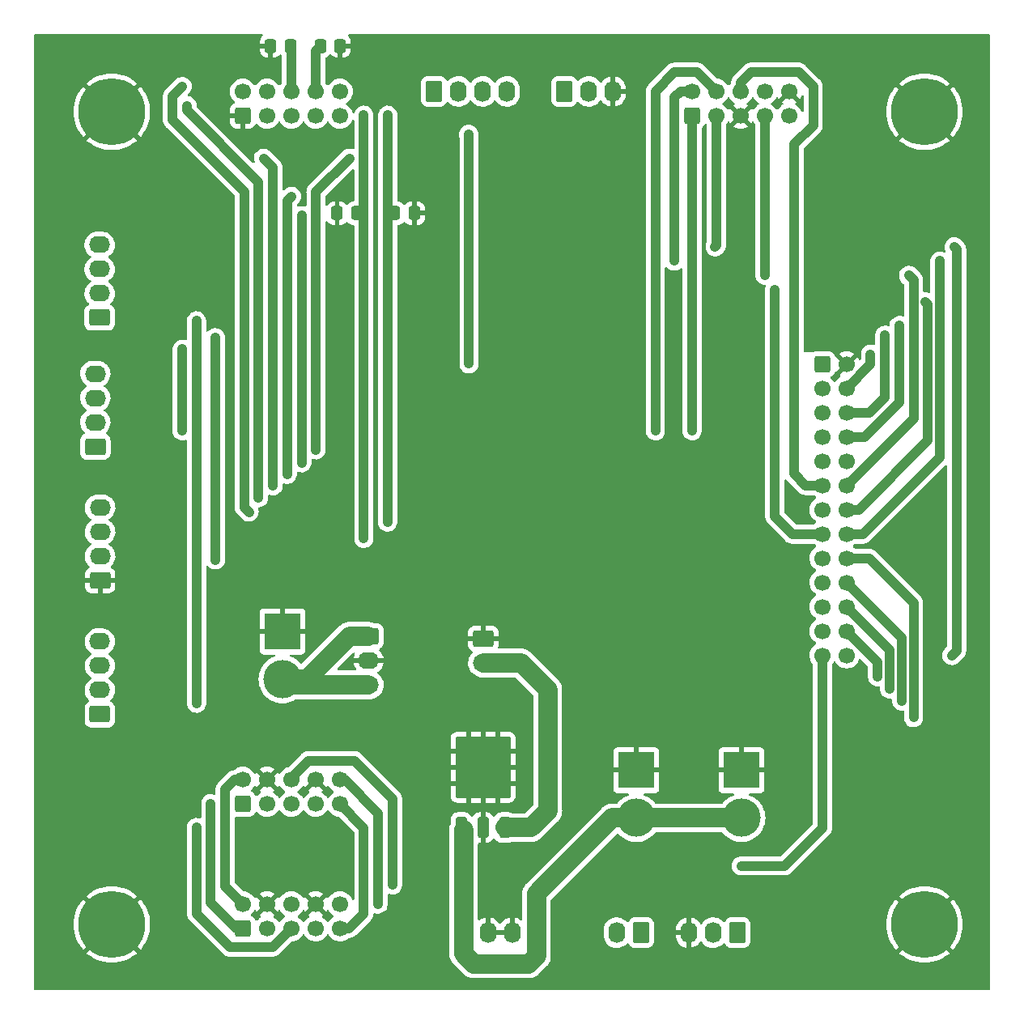
<source format=gtl>
G04 #@! TF.GenerationSoftware,KiCad,Pcbnew,7.0.1*
G04 #@! TF.CreationDate,2023-08-23T10:04:26+02:00*
G04 #@! TF.ProjectId,K_IO_brd,4b5f494f-5f62-4726-942e-6b696361645f,rev?*
G04 #@! TF.SameCoordinates,Original*
G04 #@! TF.FileFunction,Copper,L1,Top*
G04 #@! TF.FilePolarity,Positive*
%FSLAX46Y46*%
G04 Gerber Fmt 4.6, Leading zero omitted, Abs format (unit mm)*
G04 Created by KiCad (PCBNEW 7.0.1) date 2023-08-23 10:04:26*
%MOMM*%
%LPD*%
G01*
G04 APERTURE LIST*
G04 Aperture macros list*
%AMRoundRect*
0 Rectangle with rounded corners*
0 $1 Rounding radius*
0 $2 $3 $4 $5 $6 $7 $8 $9 X,Y pos of 4 corners*
0 Add a 4 corners polygon primitive as box body*
4,1,4,$2,$3,$4,$5,$6,$7,$8,$9,$2,$3,0*
0 Add four circle primitives for the rounded corners*
1,1,$1+$1,$2,$3*
1,1,$1+$1,$4,$5*
1,1,$1+$1,$6,$7*
1,1,$1+$1,$8,$9*
0 Add four rect primitives between the rounded corners*
20,1,$1+$1,$2,$3,$4,$5,0*
20,1,$1+$1,$4,$5,$6,$7,0*
20,1,$1+$1,$6,$7,$8,$9,0*
20,1,$1+$1,$8,$9,$2,$3,0*%
G04 Aperture macros list end*
G04 #@! TA.AperFunction,ComponentPad*
%ADD10RoundRect,0.250000X0.600000X-0.600000X0.600000X0.600000X-0.600000X0.600000X-0.600000X-0.600000X0*%
G04 #@! TD*
G04 #@! TA.AperFunction,ComponentPad*
%ADD11C,1.700000*%
G04 #@! TD*
G04 #@! TA.AperFunction,ComponentPad*
%ADD12RoundRect,0.250000X-0.845000X0.620000X-0.845000X-0.620000X0.845000X-0.620000X0.845000X0.620000X0*%
G04 #@! TD*
G04 #@! TA.AperFunction,ComponentPad*
%ADD13O,2.190000X1.740000*%
G04 #@! TD*
G04 #@! TA.AperFunction,ComponentPad*
%ADD14C,0.800000*%
G04 #@! TD*
G04 #@! TA.AperFunction,ComponentPad*
%ADD15C,7.000000*%
G04 #@! TD*
G04 #@! TA.AperFunction,ComponentPad*
%ADD16R,3.800000X3.800000*%
G04 #@! TD*
G04 #@! TA.AperFunction,ComponentPad*
%ADD17C,4.000000*%
G04 #@! TD*
G04 #@! TA.AperFunction,SMDPad,CuDef*
%ADD18RoundRect,0.250000X-0.337500X-0.475000X0.337500X-0.475000X0.337500X0.475000X-0.337500X0.475000X0*%
G04 #@! TD*
G04 #@! TA.AperFunction,ComponentPad*
%ADD19RoundRect,0.250000X0.845000X-0.620000X0.845000X0.620000X-0.845000X0.620000X-0.845000X-0.620000X0*%
G04 #@! TD*
G04 #@! TA.AperFunction,ComponentPad*
%ADD20RoundRect,0.250000X-0.600000X-0.600000X0.600000X-0.600000X0.600000X0.600000X-0.600000X0.600000X0*%
G04 #@! TD*
G04 #@! TA.AperFunction,SMDPad,CuDef*
%ADD21RoundRect,0.250000X0.350000X-0.850000X0.350000X0.850000X-0.350000X0.850000X-0.350000X-0.850000X0*%
G04 #@! TD*
G04 #@! TA.AperFunction,SMDPad,CuDef*
%ADD22RoundRect,0.250000X1.125000X-1.275000X1.125000X1.275000X-1.125000X1.275000X-1.125000X-1.275000X0*%
G04 #@! TD*
G04 #@! TA.AperFunction,SMDPad,CuDef*
%ADD23RoundRect,0.249997X2.650003X-2.950003X2.650003X2.950003X-2.650003X2.950003X-2.650003X-2.950003X0*%
G04 #@! TD*
G04 #@! TA.AperFunction,ComponentPad*
%ADD24RoundRect,0.250000X0.620000X0.845000X-0.620000X0.845000X-0.620000X-0.845000X0.620000X-0.845000X0*%
G04 #@! TD*
G04 #@! TA.AperFunction,ComponentPad*
%ADD25O,1.740000X2.190000*%
G04 #@! TD*
G04 #@! TA.AperFunction,SMDPad,CuDef*
%ADD26RoundRect,0.250000X0.337500X0.475000X-0.337500X0.475000X-0.337500X-0.475000X0.337500X-0.475000X0*%
G04 #@! TD*
G04 #@! TA.AperFunction,ComponentPad*
%ADD27RoundRect,0.250000X-0.620000X-0.845000X0.620000X-0.845000X0.620000X0.845000X-0.620000X0.845000X0*%
G04 #@! TD*
G04 #@! TA.AperFunction,ViaPad*
%ADD28C,0.800000*%
G04 #@! TD*
G04 #@! TA.AperFunction,Conductor*
%ADD29C,1.000000*%
G04 #@! TD*
G04 #@! TA.AperFunction,Conductor*
%ADD30C,0.250000*%
G04 #@! TD*
G04 #@! TA.AperFunction,Conductor*
%ADD31C,2.000000*%
G04 #@! TD*
G04 APERTURE END LIST*
D10*
X131840000Y-140540000D03*
D11*
X131840000Y-138000000D03*
X134380000Y-140540000D03*
X134380000Y-138000000D03*
X136920000Y-140540000D03*
X136920000Y-138000000D03*
X139460000Y-140540000D03*
X139460000Y-138000000D03*
X142000000Y-140540000D03*
X142000000Y-138000000D03*
D12*
X145000000Y-123000000D03*
D13*
X145000000Y-125540000D03*
X145000000Y-128080000D03*
D14*
X115518845Y-153143845D03*
X116287690Y-151287690D03*
X116287690Y-155000000D03*
X118143845Y-150518845D03*
D15*
X118143845Y-153143845D03*
D14*
X118143845Y-155768845D03*
X120000000Y-151287690D03*
X120000000Y-155000000D03*
X120768845Y-153143845D03*
D16*
X184000000Y-137000000D03*
D17*
X184000000Y-142000000D03*
D18*
X147712500Y-78750000D03*
X149787500Y-78750000D03*
D19*
X116917500Y-117160000D03*
D13*
X116917500Y-114620000D03*
X116917500Y-112080000D03*
X116917500Y-109540000D03*
D20*
X192460000Y-94520000D03*
D11*
X195000000Y-94520000D03*
X192460000Y-97060000D03*
X195000000Y-97060000D03*
X192460000Y-99600000D03*
X195000000Y-99600000D03*
X192460000Y-102140000D03*
X195000000Y-102140000D03*
X192460000Y-104680000D03*
X195000000Y-104680000D03*
X192460000Y-107220000D03*
X195000000Y-107220000D03*
X192460000Y-109760000D03*
X195000000Y-109760000D03*
X192460000Y-112300000D03*
X195000000Y-112300000D03*
X192460000Y-114840000D03*
X195000000Y-114840000D03*
X192460000Y-117380000D03*
X195000000Y-117380000D03*
X192460000Y-119920000D03*
X195000000Y-119920000D03*
X192460000Y-122460000D03*
X195000000Y-122460000D03*
X192460000Y-125000000D03*
X195000000Y-125000000D03*
D14*
X200518845Y-68143845D03*
X201287690Y-66287690D03*
X201287690Y-70000000D03*
X203143845Y-65518845D03*
D15*
X203143845Y-68143845D03*
D14*
X203143845Y-70768845D03*
X205000000Y-66287690D03*
X205000000Y-70000000D03*
X205768845Y-68143845D03*
D21*
X154690000Y-143000000D03*
X156970000Y-143000000D03*
D22*
X155445000Y-138375000D03*
X158495000Y-138375000D03*
D23*
X156970000Y-136700000D03*
D22*
X155445000Y-135025000D03*
X158495000Y-135025000D03*
D21*
X159250000Y-143000000D03*
D19*
X116880000Y-89660000D03*
D13*
X116880000Y-87120000D03*
X116880000Y-84580000D03*
X116880000Y-82040000D03*
D16*
X136000000Y-122500000D03*
D17*
X136000000Y-127500000D03*
D16*
X173000000Y-137000000D03*
D17*
X173000000Y-142000000D03*
D24*
X162560000Y-153980000D03*
D25*
X160020000Y-153980000D03*
X157480000Y-153980000D03*
X154940000Y-153980000D03*
D18*
X139962500Y-61250000D03*
X142037500Y-61250000D03*
D10*
X131840000Y-153540000D03*
D11*
X131840000Y-151000000D03*
X134380000Y-153540000D03*
X134380000Y-151000000D03*
X136920000Y-153540000D03*
X136920000Y-151000000D03*
X139460000Y-153540000D03*
X139460000Y-151000000D03*
X142000000Y-153540000D03*
X142000000Y-151000000D03*
D26*
X143787500Y-78750000D03*
X141712500Y-78750000D03*
D14*
X200518845Y-153143845D03*
X201287690Y-151287690D03*
X201287690Y-155000000D03*
X203143845Y-150518845D03*
D15*
X203143845Y-153143845D03*
D14*
X203143845Y-155768845D03*
X205000000Y-151287690D03*
X205000000Y-155000000D03*
X205768845Y-153143845D03*
X115518845Y-68143845D03*
X116287690Y-66287690D03*
X116287690Y-70000000D03*
X118143845Y-65518845D03*
D15*
X118143845Y-68143845D03*
D14*
X118143845Y-70768845D03*
X120000000Y-66287690D03*
X120000000Y-70000000D03*
X120768845Y-68143845D03*
D10*
X131840000Y-68540000D03*
D11*
X131840000Y-66000000D03*
X134380000Y-68540000D03*
X134380000Y-66000000D03*
X136920000Y-68540000D03*
X136920000Y-66000000D03*
X139460000Y-68540000D03*
X139460000Y-66000000D03*
X142000000Y-68540000D03*
X142000000Y-66000000D03*
D27*
X165460000Y-66000000D03*
D25*
X168000000Y-66000000D03*
X170540000Y-66000000D03*
D26*
X136825000Y-61250000D03*
X134750000Y-61250000D03*
D12*
X157000000Y-123250000D03*
D13*
X157000000Y-125790000D03*
D10*
X178840000Y-68540000D03*
D11*
X178840000Y-66000000D03*
X181380000Y-68540000D03*
X181380000Y-66000000D03*
X183920000Y-68540000D03*
X183920000Y-66000000D03*
X186460000Y-68540000D03*
X186460000Y-66000000D03*
X189000000Y-68540000D03*
X189000000Y-66000000D03*
D19*
X116897500Y-131160000D03*
D13*
X116897500Y-128620000D03*
X116897500Y-126080000D03*
X116897500Y-123540000D03*
D24*
X173500000Y-154000000D03*
D25*
X170960000Y-154000000D03*
D24*
X183580000Y-154000000D03*
D25*
X181040000Y-154000000D03*
X178500000Y-154000000D03*
D27*
X151842500Y-66000000D03*
D25*
X154382500Y-66000000D03*
X156922500Y-66000000D03*
X159462500Y-66000000D03*
D19*
X116417500Y-103160000D03*
D13*
X116417500Y-100620000D03*
X116417500Y-98080000D03*
X116417500Y-95540000D03*
D28*
X180000000Y-62500000D03*
X155000000Y-62500000D03*
X183000000Y-85250000D03*
X155000000Y-136000000D03*
X157000000Y-134000000D03*
X170000000Y-102000000D03*
X159000000Y-134000000D03*
X190000000Y-62500000D03*
X135000000Y-115000000D03*
X160000000Y-80000000D03*
X160000000Y-102000000D03*
X170000000Y-62500000D03*
X125000000Y-75000000D03*
X170000000Y-115000000D03*
X155000000Y-134000000D03*
X199000000Y-113750000D03*
X150000000Y-80500000D03*
X195000000Y-135000000D03*
X155000000Y-102000000D03*
X165000000Y-102000000D03*
X201000000Y-112500000D03*
X159000000Y-138000000D03*
X157000000Y-136000000D03*
X205000000Y-135000000D03*
X195000000Y-150000000D03*
X165000000Y-62500000D03*
X189000000Y-107750000D03*
X175000000Y-120000000D03*
X170000000Y-80000000D03*
X157000000Y-138000000D03*
X125000000Y-155000000D03*
X150000000Y-102000000D03*
X195000000Y-145000000D03*
X120000000Y-135000000D03*
X115000000Y-75000000D03*
X201000000Y-115250000D03*
X165000000Y-80000000D03*
X145000000Y-115000000D03*
X184000000Y-104500000D03*
X125000000Y-140000000D03*
X150000000Y-62500000D03*
X175000000Y-62500000D03*
X159000000Y-136000000D03*
X150000000Y-115000000D03*
X185000000Y-130000000D03*
X185000000Y-62500000D03*
X155000000Y-115000000D03*
X165000000Y-115000000D03*
X125000000Y-145000000D03*
X195000000Y-140000000D03*
X200000000Y-75000000D03*
X120000000Y-75000000D03*
X195000000Y-155000000D03*
X195000000Y-75000000D03*
X200000000Y-135000000D03*
X205000000Y-75000000D03*
X160000000Y-115000000D03*
X155000000Y-138000000D03*
X125000000Y-135000000D03*
X160000000Y-62500000D03*
X140000000Y-115000000D03*
X180000000Y-125000000D03*
X125000000Y-150000000D03*
X144499999Y-68499999D03*
X144500000Y-112750000D03*
X202000000Y-131500000D03*
X200750000Y-129750000D03*
X147000000Y-111050500D03*
X147000000Y-68500000D03*
X199500000Y-128500000D03*
X125500000Y-65500000D03*
X132500000Y-110000000D03*
X126000001Y-67499999D03*
X198250000Y-127250000D03*
X133500001Y-108499999D03*
X135000000Y-107250000D03*
X134025002Y-73000000D03*
X136930495Y-76992000D03*
X136514068Y-106050500D03*
X138014068Y-104851000D03*
X138014068Y-79000000D03*
X143000000Y-73000000D03*
X139500001Y-103500000D03*
X184000000Y-147000000D03*
X155500000Y-94500000D03*
X155462500Y-70500000D03*
X127000000Y-90000000D03*
X127000000Y-130000000D03*
X200500001Y-90500001D03*
X197500001Y-93500001D03*
X125500000Y-92970000D03*
X125500000Y-101500000D03*
X128944588Y-91770500D03*
X199000000Y-91499999D03*
X129000000Y-115000000D03*
X203199500Y-88000000D03*
X187500000Y-86750000D03*
X178840000Y-101500000D03*
X201499999Y-85249999D03*
X186500000Y-85250000D03*
X175000000Y-101500000D03*
X204750000Y-83750000D03*
X177000001Y-83749999D03*
X206000000Y-125000000D03*
X181250000Y-82250000D03*
X206249999Y-82249999D03*
X128500000Y-140500000D03*
X127000000Y-143000000D03*
X147500000Y-149000000D03*
X146000000Y-151000000D03*
D29*
X155462500Y-70500000D02*
X155500000Y-70537500D01*
X155500000Y-70537500D02*
X155500000Y-94500000D01*
X155000000Y-136000000D02*
X157000000Y-136000000D01*
X157000000Y-134000000D02*
X155000000Y-134000000D01*
X159000000Y-136000000D02*
X159000000Y-134000000D01*
X157000000Y-138000000D02*
X157000000Y-136000000D01*
X155000000Y-134000000D02*
X155000000Y-136000000D01*
X157000000Y-138000000D02*
X159000000Y-138000000D01*
X159000000Y-138000000D02*
X159000000Y-136000000D01*
X159000000Y-134000000D02*
X157000000Y-134000000D01*
X157000000Y-136000000D02*
X159000000Y-136000000D01*
X157000000Y-134000000D02*
X157000000Y-136000000D01*
X155000000Y-138000000D02*
X157000000Y-138000000D01*
X139460000Y-66000000D02*
X139460000Y-61752500D01*
X139460000Y-61752500D02*
X139962500Y-61250000D01*
X136920000Y-61345000D02*
X136825000Y-61250000D01*
X136920000Y-66000000D02*
X136920000Y-61345000D01*
X195000000Y-114840000D02*
X197340000Y-114840000D01*
X197340000Y-114840000D02*
X202000000Y-119500000D01*
D30*
X143787500Y-78750000D02*
X143999999Y-78750000D01*
D29*
X202000000Y-119500000D02*
X202000000Y-131500000D01*
X144499999Y-68499999D02*
X144499999Y-78250000D01*
X144499999Y-112749999D02*
X144500000Y-112750000D01*
X144499999Y-78250000D02*
X144499999Y-112749999D01*
D30*
X143999999Y-78750000D02*
X144499999Y-78250000D01*
X147500000Y-78750000D02*
X147000000Y-78250000D01*
D29*
X147000000Y-78250000D02*
X147000000Y-111050500D01*
X195000000Y-117380000D02*
X200750000Y-123130000D01*
X147000000Y-68500000D02*
X147000000Y-78250000D01*
X200750000Y-123130000D02*
X200750000Y-129750000D01*
D30*
X147712500Y-78750000D02*
X147500000Y-78750000D01*
D29*
X199500000Y-124420000D02*
X199500000Y-128500000D01*
X132000000Y-109500000D02*
X132500000Y-110000000D01*
X132000000Y-76500000D02*
X132000000Y-109500000D01*
X124500000Y-66500000D02*
X124500000Y-69000000D01*
X125500000Y-65500000D02*
X124500000Y-66500000D01*
X124500000Y-69000000D02*
X132000000Y-76500000D01*
X195000000Y-119920000D02*
X199500000Y-124420000D01*
X195000000Y-122460000D02*
X198250000Y-125710000D01*
X198250000Y-125710000D02*
X198250000Y-127250000D01*
X126000001Y-68000001D02*
X126000001Y-67499999D01*
X133500001Y-75500001D02*
X126000001Y-68000001D01*
X133500001Y-108499999D02*
X133500001Y-75500001D01*
X135000000Y-73974998D02*
X134025002Y-73000000D01*
X135000000Y-107250000D02*
X135000000Y-73974998D01*
X136930495Y-76992000D02*
X136514068Y-77408427D01*
X136514068Y-77408427D02*
X136514068Y-106050500D01*
X138014068Y-79000000D02*
X138014068Y-104851000D01*
X143000000Y-73000000D02*
X139500000Y-76500000D01*
X139500000Y-76500000D02*
X139500001Y-103500000D01*
X184000000Y-147000000D02*
X188500000Y-147000000D01*
X188500000Y-147000000D02*
X192460000Y-143040000D01*
X192460000Y-143040000D02*
X192460000Y-125000000D01*
X196860000Y-102140000D02*
X200500000Y-98500000D01*
X127000000Y-90000000D02*
X127000000Y-130000000D01*
X200500000Y-98500000D02*
X200500001Y-90500001D01*
X195000000Y-102140000D02*
X196860000Y-102140000D01*
X197500001Y-94559999D02*
X197500001Y-93500001D01*
X125500000Y-92970000D02*
X125500000Y-101500000D01*
X195000000Y-97060000D02*
X197500001Y-94559999D01*
X199000000Y-98000000D02*
X199000000Y-91499999D01*
X197400000Y-99600000D02*
X199000000Y-98000000D01*
X129000000Y-115000000D02*
X129000000Y-91825912D01*
X129000000Y-91825912D02*
X128944588Y-91770500D01*
X195000000Y-99600000D02*
X197400000Y-99600000D01*
X203500000Y-102500000D02*
X203500000Y-88300500D01*
X195000000Y-109760000D02*
X196240000Y-109760000D01*
X196240000Y-109760000D02*
X203500000Y-102500000D01*
X203500000Y-88300500D02*
X203199500Y-88000000D01*
X192460000Y-112300000D02*
X189300000Y-112300000D01*
X187500000Y-110500000D02*
X187500000Y-86750000D01*
X189300000Y-112300000D02*
X187500000Y-110500000D01*
X178840000Y-68540000D02*
X178840000Y-101500000D01*
X191500000Y-69558008D02*
X189500000Y-71558008D01*
X183920000Y-66000000D02*
X183920000Y-65080000D01*
X189500000Y-106000000D02*
X190720000Y-107220000D01*
X183920000Y-65080000D02*
X185000000Y-64000000D01*
X185000000Y-64000000D02*
X190000000Y-64000000D01*
X190000000Y-64000000D02*
X191500000Y-65500000D01*
X189500000Y-71558008D02*
X189500000Y-106000000D01*
X190720000Y-107220000D02*
X192460000Y-107220000D01*
X191500000Y-65500000D02*
X191500000Y-69558008D01*
X202000000Y-85750000D02*
X201499999Y-85249999D01*
X195000000Y-107220000D02*
X202000000Y-100220000D01*
X186460000Y-68540000D02*
X186460000Y-85210000D01*
X186460000Y-85210000D02*
X186500000Y-85250000D01*
X202000000Y-100220000D02*
X202000000Y-85750000D01*
X177000000Y-64000000D02*
X175000000Y-66000000D01*
X181380000Y-66000000D02*
X179380000Y-64000000D01*
X179380000Y-64000000D02*
X177000000Y-64000000D01*
X175000000Y-66000000D02*
X175000000Y-101500000D01*
X178840000Y-66000000D02*
X177637919Y-66000000D01*
X177637919Y-66000000D02*
X177000001Y-66637918D01*
X195000000Y-112300000D02*
X196700000Y-112300000D01*
X177000001Y-66637918D02*
X177000001Y-83749999D01*
X204750000Y-104250000D02*
X204750000Y-83750000D01*
X196700000Y-112300000D02*
X204750000Y-104250000D01*
X206500000Y-82500000D02*
X206249999Y-82249999D01*
X206000000Y-125000000D02*
X206500000Y-124500000D01*
X181380000Y-82120000D02*
X181250000Y-82250000D01*
X206500000Y-124500000D02*
X206500000Y-82500000D01*
X181380000Y-68540000D02*
X181380000Y-82120000D01*
X128500000Y-150850000D02*
X128500000Y-140500000D01*
X131840000Y-153540000D02*
X131190000Y-153540000D01*
X131190000Y-153540000D02*
X128500000Y-150850000D01*
X131000000Y-138000000D02*
X131840000Y-138000000D01*
X131840000Y-151000000D02*
X130000000Y-149160000D01*
X130000000Y-149160000D02*
X130000000Y-139000000D01*
X130000000Y-139000000D02*
X131000000Y-138000000D01*
X130500000Y-155500000D02*
X127000000Y-152000000D01*
X136920000Y-153540000D02*
X134960000Y-155500000D01*
X134960000Y-155500000D02*
X130500000Y-155500000D01*
X127000000Y-152000000D02*
X127000000Y-143000000D01*
X138710000Y-136000000D02*
X143500000Y-136000000D01*
X143500000Y-136000000D02*
X147500000Y-140000000D01*
X136920000Y-138000000D02*
X136920000Y-137790000D01*
X147500000Y-140000000D02*
X147500000Y-149000000D01*
X136920000Y-137790000D02*
X138710000Y-136000000D01*
X142000000Y-153540000D02*
X142960000Y-153540000D01*
X144500000Y-143040000D02*
X142000000Y-140540000D01*
X142960000Y-153540000D02*
X144500000Y-152000000D01*
X144500000Y-152000000D02*
X144500000Y-143040000D01*
X142500000Y-138000000D02*
X146000000Y-141500000D01*
X146000000Y-141500000D02*
X146000000Y-151000000D01*
X142000000Y-138000000D02*
X142500000Y-138000000D01*
D31*
X170500000Y-142000000D02*
X173000000Y-142000000D01*
X173000000Y-142000000D02*
X184000000Y-142000000D01*
X154940000Y-156190000D02*
X156000000Y-157250000D01*
X162560000Y-156440000D02*
X162560000Y-153980000D01*
X162560000Y-153980000D02*
X162560000Y-149940000D01*
X154940000Y-143250000D02*
X154940000Y-153980000D01*
D29*
X154690000Y-143000000D02*
X154940000Y-143250000D01*
D31*
X161750000Y-157250000D02*
X162560000Y-156440000D01*
X156000000Y-157250000D02*
X161750000Y-157250000D01*
X162560000Y-149940000D02*
X170500000Y-142000000D01*
X154940000Y-153980000D02*
X154940000Y-156190000D01*
X162000000Y-143000000D02*
X159250000Y-143000000D01*
X157000000Y-125790000D02*
X160960000Y-125790000D01*
X163750000Y-128580000D02*
X163750000Y-141250000D01*
X160960000Y-125790000D02*
X163750000Y-128580000D01*
X163750000Y-141250000D02*
X162000000Y-143000000D01*
X138500000Y-127500000D02*
X136000000Y-127500000D01*
X145000000Y-123000000D02*
X143000000Y-123000000D01*
X145000000Y-128080000D02*
X136580000Y-128080000D01*
D29*
X136580000Y-128080000D02*
X136000000Y-127500000D01*
X137500000Y-127500000D02*
X136000000Y-127500000D01*
D31*
X143000000Y-123000000D02*
X138500000Y-127500000D01*
G04 #@! TA.AperFunction,Conductor*
G36*
X140787257Y-141186975D02*
G01*
X140831573Y-141225839D01*
X140961505Y-141411401D01*
X141128599Y-141578495D01*
X141322170Y-141714035D01*
X141536337Y-141813903D01*
X141764592Y-141875063D01*
X141890096Y-141886043D01*
X141931692Y-141897189D01*
X141966969Y-141921890D01*
X143463181Y-143418101D01*
X143490061Y-143458329D01*
X143499500Y-143505782D01*
X143499500Y-150460803D01*
X143481789Y-150524668D01*
X143433715Y-150570288D01*
X143369011Y-150584633D01*
X143306160Y-150563604D01*
X143263118Y-150513208D01*
X143202968Y-150384218D01*
X143174035Y-150322171D01*
X143038495Y-150128599D01*
X142871401Y-149961505D01*
X142677830Y-149825965D01*
X142463663Y-149726097D01*
X142402502Y-149709709D01*
X142235407Y-149664936D01*
X142000000Y-149644340D01*
X141764592Y-149664936D01*
X141536336Y-149726097D01*
X141322170Y-149825965D01*
X141128598Y-149961505D01*
X140961508Y-150128595D01*
X140961505Y-150128598D01*
X140961505Y-150128599D01*
X140831271Y-150314594D01*
X140831270Y-150314595D01*
X140786952Y-150353460D01*
X140729695Y-150367471D01*
X140672438Y-150353460D01*
X140628120Y-150314595D01*
X140574925Y-150238626D01*
X140574925Y-150238625D01*
X139813553Y-151000000D01*
X139813553Y-151000001D01*
X140574925Y-151761373D01*
X140628119Y-151685405D01*
X140672437Y-151646539D01*
X140729694Y-151632528D01*
X140786951Y-151646539D01*
X140831267Y-151685402D01*
X140961505Y-151871401D01*
X141128599Y-152038495D01*
X141314160Y-152168426D01*
X141353024Y-152212743D01*
X141367035Y-152270000D01*
X141353024Y-152327257D01*
X141314159Y-152371575D01*
X141283738Y-152392875D01*
X141147814Y-152488051D01*
X141128595Y-152501508D01*
X140961505Y-152668598D01*
X140831575Y-152854159D01*
X140787257Y-152893025D01*
X140730000Y-152907036D01*
X140672743Y-152893025D01*
X140628425Y-152854159D01*
X140550493Y-152742860D01*
X140498495Y-152668599D01*
X140331401Y-152501505D01*
X140145402Y-152371267D01*
X140106539Y-152326951D01*
X140092528Y-152269694D01*
X140106539Y-152212437D01*
X140145405Y-152168119D01*
X140221373Y-152114925D01*
X139460000Y-151353553D01*
X138698625Y-152114925D01*
X138774594Y-152168119D01*
X138813460Y-152212437D01*
X138827471Y-152269694D01*
X138813461Y-152326950D01*
X138774595Y-152371269D01*
X138685225Y-152433847D01*
X138607814Y-152488051D01*
X138588595Y-152501508D01*
X138421505Y-152668598D01*
X138291575Y-152854159D01*
X138247257Y-152893025D01*
X138190000Y-152907036D01*
X138132743Y-152893025D01*
X138088425Y-152854159D01*
X138010493Y-152742860D01*
X137958495Y-152668599D01*
X137791401Y-152501505D01*
X137605839Y-152371573D01*
X137566975Y-152327257D01*
X137552964Y-152270000D01*
X137566975Y-152212743D01*
X137605839Y-152168426D01*
X137791401Y-152038495D01*
X137958495Y-151871401D01*
X138088732Y-151685402D01*
X138133048Y-151646539D01*
X138190305Y-151632528D01*
X138247562Y-151646539D01*
X138291880Y-151685405D01*
X138345073Y-151761373D01*
X139106447Y-151000001D01*
X139106447Y-150999999D01*
X138345073Y-150238626D01*
X138291881Y-150314594D01*
X138247563Y-150353460D01*
X138190306Y-150367471D01*
X138133048Y-150353460D01*
X138088730Y-150314595D01*
X137958495Y-150128599D01*
X137791401Y-149961505D01*
X137682243Y-149885072D01*
X138698625Y-149885072D01*
X139460000Y-150646447D01*
X139460001Y-150646447D01*
X140221373Y-149885073D01*
X140221373Y-149885072D01*
X140137580Y-149826400D01*
X139923492Y-149726569D01*
X139695318Y-149665430D01*
X139459999Y-149644842D01*
X139224681Y-149665430D01*
X138996507Y-149726569D01*
X138782422Y-149826399D01*
X138698625Y-149885072D01*
X137682243Y-149885072D01*
X137597830Y-149825965D01*
X137383663Y-149726097D01*
X137322502Y-149709709D01*
X137155407Y-149664936D01*
X136920000Y-149644340D01*
X136684592Y-149664936D01*
X136456336Y-149726097D01*
X136242170Y-149825965D01*
X136048598Y-149961505D01*
X135881508Y-150128595D01*
X135881505Y-150128598D01*
X135881505Y-150128599D01*
X135751271Y-150314594D01*
X135751270Y-150314595D01*
X135706952Y-150353460D01*
X135649695Y-150367471D01*
X135592438Y-150353460D01*
X135548120Y-150314595D01*
X135494925Y-150238626D01*
X135494925Y-150238625D01*
X134733553Y-151000000D01*
X134733553Y-151000001D01*
X135494925Y-151761373D01*
X135548119Y-151685405D01*
X135592437Y-151646539D01*
X135649694Y-151632528D01*
X135706951Y-151646539D01*
X135751267Y-151685402D01*
X135881505Y-151871401D01*
X136048599Y-152038495D01*
X136234160Y-152168426D01*
X136273024Y-152212743D01*
X136287035Y-152270000D01*
X136273024Y-152327257D01*
X136234159Y-152371575D01*
X136203738Y-152392875D01*
X136067814Y-152488051D01*
X136048595Y-152501508D01*
X135881505Y-152668598D01*
X135751575Y-152854159D01*
X135707257Y-152893025D01*
X135650000Y-152907036D01*
X135592743Y-152893025D01*
X135548425Y-152854159D01*
X135470493Y-152742860D01*
X135418495Y-152668599D01*
X135251401Y-152501505D01*
X135065402Y-152371267D01*
X135026539Y-152326951D01*
X135012528Y-152269694D01*
X135026539Y-152212437D01*
X135065405Y-152168119D01*
X135141373Y-152114925D01*
X134380000Y-151353553D01*
X133618625Y-152114925D01*
X133694594Y-152168119D01*
X133733460Y-152212437D01*
X133747471Y-152269694D01*
X133733461Y-152326950D01*
X133694595Y-152371269D01*
X133605225Y-152433847D01*
X133527814Y-152488051D01*
X133508595Y-152501508D01*
X133333834Y-152676270D01*
X133331261Y-152673697D01*
X133294290Y-152703773D01*
X133227223Y-152712568D01*
X133165518Y-152684858D01*
X133127539Y-152628890D01*
X133124814Y-152620666D01*
X133032712Y-152471344D01*
X133032711Y-152471342D01*
X132908657Y-152347288D01*
X132782855Y-152269694D01*
X132759334Y-152255186D01*
X132751107Y-152252460D01*
X132695122Y-152214458D01*
X132667422Y-152152720D01*
X132676259Y-152085633D01*
X132706311Y-152048747D01*
X132703730Y-152046166D01*
X132783594Y-151966302D01*
X132878495Y-151871401D01*
X133008732Y-151685402D01*
X133053048Y-151646539D01*
X133110305Y-151632528D01*
X133167562Y-151646539D01*
X133211880Y-151685405D01*
X133265073Y-151761373D01*
X134026447Y-151000001D01*
X134026447Y-151000000D01*
X133265073Y-150238626D01*
X133211881Y-150314594D01*
X133167563Y-150353460D01*
X133110306Y-150367471D01*
X133053048Y-150353460D01*
X133008730Y-150314595D01*
X132878495Y-150128599D01*
X132711401Y-149961505D01*
X132602243Y-149885072D01*
X133618625Y-149885072D01*
X134380000Y-150646447D01*
X134380001Y-150646447D01*
X135141373Y-149885073D01*
X135141373Y-149885072D01*
X135057580Y-149826400D01*
X134843492Y-149726569D01*
X134615318Y-149665430D01*
X134379999Y-149644842D01*
X134144681Y-149665430D01*
X133916507Y-149726569D01*
X133702422Y-149826399D01*
X133618625Y-149885072D01*
X132602243Y-149885072D01*
X132517830Y-149825965D01*
X132303663Y-149726097D01*
X132242502Y-149709709D01*
X132075407Y-149664936D01*
X131949902Y-149653955D01*
X131908305Y-149642809D01*
X131873029Y-149618108D01*
X131036819Y-148781899D01*
X131009939Y-148741671D01*
X131000500Y-148694218D01*
X131000500Y-142008455D01*
X131019278Y-141942847D01*
X131069926Y-141897110D01*
X131137102Y-141885097D01*
X131146364Y-141886043D01*
X131189991Y-141890500D01*
X132490008Y-141890499D01*
X132592797Y-141879999D01*
X132759334Y-141824814D01*
X132908656Y-141732712D01*
X133032712Y-141608656D01*
X133124814Y-141459334D01*
X133127538Y-141451111D01*
X133165526Y-141395135D01*
X133227244Y-141367427D01*
X133294320Y-141376239D01*
X133331258Y-141406305D01*
X133333834Y-141403730D01*
X133341505Y-141411401D01*
X133508599Y-141578495D01*
X133702170Y-141714035D01*
X133916337Y-141813903D01*
X134144592Y-141875063D01*
X134380000Y-141895659D01*
X134615408Y-141875063D01*
X134843663Y-141813903D01*
X135057830Y-141714035D01*
X135251401Y-141578495D01*
X135418495Y-141411401D01*
X135548426Y-141225839D01*
X135592743Y-141186975D01*
X135650000Y-141172964D01*
X135707257Y-141186975D01*
X135751573Y-141225839D01*
X135881505Y-141411401D01*
X136048599Y-141578495D01*
X136242170Y-141714035D01*
X136456337Y-141813903D01*
X136684592Y-141875063D01*
X136920000Y-141895659D01*
X137155408Y-141875063D01*
X137383663Y-141813903D01*
X137597830Y-141714035D01*
X137791401Y-141578495D01*
X137958495Y-141411401D01*
X138088426Y-141225839D01*
X138132743Y-141186975D01*
X138190000Y-141172964D01*
X138247257Y-141186975D01*
X138291573Y-141225839D01*
X138421505Y-141411401D01*
X138588599Y-141578495D01*
X138782170Y-141714035D01*
X138996337Y-141813903D01*
X139224592Y-141875063D01*
X139460000Y-141895659D01*
X139695408Y-141875063D01*
X139923663Y-141813903D01*
X140137830Y-141714035D01*
X140331401Y-141578495D01*
X140498495Y-141411401D01*
X140628426Y-141225839D01*
X140672743Y-141186975D01*
X140730000Y-141172964D01*
X140787257Y-141186975D01*
G37*
G04 #@! TD.AperFunction*
G04 #@! TA.AperFunction,Conductor*
G36*
X139547680Y-137734128D02*
G01*
X140574925Y-138761373D01*
X140628119Y-138685405D01*
X140672437Y-138646539D01*
X140729694Y-138632528D01*
X140786951Y-138646539D01*
X140831267Y-138685402D01*
X140961505Y-138871401D01*
X141128599Y-139038495D01*
X141314160Y-139168426D01*
X141353024Y-139212743D01*
X141367035Y-139270000D01*
X141353024Y-139327257D01*
X141314160Y-139371574D01*
X141131463Y-139499500D01*
X141128595Y-139501508D01*
X140961505Y-139668598D01*
X140831575Y-139854159D01*
X140787257Y-139893025D01*
X140730000Y-139907036D01*
X140672743Y-139893025D01*
X140628425Y-139854159D01*
X140529282Y-139712568D01*
X140498495Y-139668599D01*
X140331401Y-139501505D01*
X140145402Y-139371267D01*
X140106539Y-139326951D01*
X140092528Y-139269694D01*
X140106539Y-139212437D01*
X140145405Y-139168119D01*
X140221373Y-139114925D01*
X139460000Y-138353553D01*
X138698625Y-139114925D01*
X138774594Y-139168119D01*
X138813460Y-139212437D01*
X138827471Y-139269694D01*
X138813461Y-139326950D01*
X138774595Y-139371269D01*
X138635878Y-139468400D01*
X138591463Y-139499500D01*
X138588595Y-139501508D01*
X138421505Y-139668598D01*
X138291575Y-139854159D01*
X138247257Y-139893025D01*
X138190000Y-139907036D01*
X138132743Y-139893025D01*
X138088425Y-139854159D01*
X137989282Y-139712568D01*
X137958495Y-139668599D01*
X137791401Y-139501505D01*
X137605839Y-139371573D01*
X137566974Y-139327255D01*
X137552964Y-139269999D01*
X137566975Y-139212742D01*
X137605837Y-139168428D01*
X137791401Y-139038495D01*
X137958495Y-138871401D01*
X138088732Y-138685402D01*
X138133048Y-138646539D01*
X138190305Y-138632528D01*
X138247562Y-138646539D01*
X138291880Y-138685405D01*
X138345073Y-138761373D01*
X139372318Y-137734128D01*
X139427905Y-137702034D01*
X139492093Y-137702034D01*
X139547680Y-137734128D01*
G37*
G04 #@! TD.AperFunction*
G04 #@! TA.AperFunction,Conductor*
G36*
X188662817Y-106596853D02*
G01*
X188712180Y-106627102D01*
X188762300Y-106677221D01*
X188768705Y-106684132D01*
X188807130Y-106728891D01*
X188807131Y-106728892D01*
X188807134Y-106728895D01*
X188831198Y-106747522D01*
X188842968Y-106757889D01*
X190002449Y-107917370D01*
X190004642Y-107919619D01*
X190064941Y-107983053D01*
X190113358Y-108016752D01*
X190120865Y-108022413D01*
X190166593Y-108059698D01*
X190193556Y-108073782D01*
X190206980Y-108081915D01*
X190231951Y-108099295D01*
X190286163Y-108122559D01*
X190294663Y-108126595D01*
X190344993Y-108152886D01*
X190346951Y-108153909D01*
X190376196Y-108162277D01*
X190390986Y-108167543D01*
X190395547Y-108169500D01*
X190418942Y-108179540D01*
X190476737Y-108191416D01*
X190485854Y-108193654D01*
X190542582Y-108209887D01*
X190572916Y-108212196D01*
X190588453Y-108214374D01*
X190618259Y-108220500D01*
X190677243Y-108220500D01*
X190686657Y-108220858D01*
X190745477Y-108225337D01*
X190775652Y-108221493D01*
X190791318Y-108220500D01*
X191499242Y-108220500D01*
X191546695Y-108229939D01*
X191586923Y-108256819D01*
X191588599Y-108258495D01*
X191774160Y-108388426D01*
X191813024Y-108432743D01*
X191827035Y-108490000D01*
X191813024Y-108547257D01*
X191774160Y-108591574D01*
X191593204Y-108718281D01*
X191588595Y-108721508D01*
X191421505Y-108888598D01*
X191285965Y-109082170D01*
X191186097Y-109296336D01*
X191124936Y-109524592D01*
X191104340Y-109759999D01*
X191124936Y-109995407D01*
X191158830Y-110121899D01*
X191186097Y-110223663D01*
X191285965Y-110437830D01*
X191421505Y-110631401D01*
X191588599Y-110798495D01*
X191774160Y-110928426D01*
X191813024Y-110972743D01*
X191827035Y-111030000D01*
X191813024Y-111087257D01*
X191774159Y-111131575D01*
X191588595Y-111261508D01*
X191586923Y-111263181D01*
X191546695Y-111290061D01*
X191499242Y-111299500D01*
X189765783Y-111299500D01*
X189718330Y-111290061D01*
X189678102Y-111263181D01*
X188536819Y-110121899D01*
X188509939Y-110081671D01*
X188500500Y-110034218D01*
X188500500Y-106714784D01*
X188514015Y-106658489D01*
X188551614Y-106614466D01*
X188605101Y-106592311D01*
X188662817Y-106596853D01*
G37*
G04 #@! TD.AperFunction*
G04 #@! TA.AperFunction,Conductor*
G36*
X189087680Y-65734128D02*
G01*
X190114925Y-66761373D01*
X190173600Y-66677576D01*
X190263118Y-66485608D01*
X190306160Y-66435212D01*
X190369011Y-66414183D01*
X190433715Y-66428528D01*
X190481789Y-66474148D01*
X190499500Y-66538013D01*
X190499500Y-68000803D01*
X190481789Y-68064668D01*
X190433715Y-68110288D01*
X190369011Y-68124633D01*
X190306160Y-68103604D01*
X190263118Y-68053208D01*
X190203566Y-67925500D01*
X190174035Y-67862171D01*
X190038495Y-67668599D01*
X189871401Y-67501505D01*
X189685402Y-67371267D01*
X189646539Y-67326951D01*
X189632528Y-67269694D01*
X189646539Y-67212437D01*
X189685405Y-67168119D01*
X189761373Y-67114925D01*
X189000000Y-66353553D01*
X188238625Y-67114925D01*
X188314594Y-67168119D01*
X188353460Y-67212437D01*
X188367471Y-67269694D01*
X188353461Y-67326950D01*
X188314595Y-67371269D01*
X188171676Y-67471342D01*
X188136990Y-67495630D01*
X188128595Y-67501508D01*
X187961505Y-67668598D01*
X187831575Y-67854159D01*
X187787257Y-67893025D01*
X187730000Y-67907036D01*
X187672743Y-67893025D01*
X187628425Y-67854159D01*
X187556404Y-67751302D01*
X187498495Y-67668599D01*
X187331401Y-67501505D01*
X187145839Y-67371573D01*
X187106975Y-67327257D01*
X187092964Y-67270000D01*
X187106975Y-67212743D01*
X187145839Y-67168426D01*
X187331401Y-67038495D01*
X187498495Y-66871401D01*
X187628732Y-66685402D01*
X187673048Y-66646539D01*
X187730305Y-66632528D01*
X187787562Y-66646539D01*
X187831880Y-66685405D01*
X187885073Y-66761373D01*
X188912318Y-65734128D01*
X188967905Y-65702034D01*
X189032093Y-65702034D01*
X189087680Y-65734128D01*
G37*
G04 #@! TD.AperFunction*
G04 #@! TA.AperFunction,Conductor*
G36*
X133883271Y-60014015D02*
G01*
X133927294Y-60051615D01*
X133949449Y-60105102D01*
X133944907Y-60162818D01*
X133914657Y-60212181D01*
X133820183Y-60306654D01*
X133728142Y-60455877D01*
X133672993Y-60622303D01*
X133662500Y-60725021D01*
X133662500Y-61000000D01*
X134876000Y-61000000D01*
X134938000Y-61016613D01*
X134983387Y-61062000D01*
X135000000Y-61124000D01*
X135000000Y-62474999D01*
X135137479Y-62474999D01*
X135240195Y-62464506D01*
X135406622Y-62409357D01*
X135555845Y-62317316D01*
X135679813Y-62193348D01*
X135681664Y-62190348D01*
X135726771Y-62147164D01*
X135787204Y-62131440D01*
X135847637Y-62147162D01*
X135892745Y-62190344D01*
X135901039Y-62203791D01*
X135919500Y-62268887D01*
X135919500Y-65039242D01*
X135910061Y-65086695D01*
X135883181Y-65126923D01*
X135881505Y-65128598D01*
X135751575Y-65314159D01*
X135707257Y-65353025D01*
X135650000Y-65367036D01*
X135592743Y-65353025D01*
X135548425Y-65314159D01*
X135519376Y-65272672D01*
X135418495Y-65128599D01*
X135251401Y-64961505D01*
X135057830Y-64825965D01*
X134843663Y-64726097D01*
X134772208Y-64706951D01*
X134615407Y-64664936D01*
X134380000Y-64644340D01*
X134144592Y-64664936D01*
X133916336Y-64726097D01*
X133702170Y-64825965D01*
X133508598Y-64961505D01*
X133341505Y-65128598D01*
X133211575Y-65314159D01*
X133167257Y-65353025D01*
X133110000Y-65367036D01*
X133052743Y-65353025D01*
X133008425Y-65314159D01*
X132979376Y-65272672D01*
X132878495Y-65128599D01*
X132711401Y-64961505D01*
X132517830Y-64825965D01*
X132303663Y-64726097D01*
X132232208Y-64706951D01*
X132075407Y-64664936D01*
X131840000Y-64644340D01*
X131604592Y-64664936D01*
X131376336Y-64726097D01*
X131162170Y-64825965D01*
X130968598Y-64961505D01*
X130801505Y-65128598D01*
X130665965Y-65322170D01*
X130566097Y-65536336D01*
X130504936Y-65764592D01*
X130484340Y-65999999D01*
X130504936Y-66235407D01*
X130528294Y-66322580D01*
X130566097Y-66463663D01*
X130665965Y-66677830D01*
X130801505Y-66871401D01*
X130801508Y-66871404D01*
X130976270Y-67046166D01*
X130973809Y-67048626D01*
X131004251Y-67085989D01*
X131013088Y-67153076D01*
X130985389Y-67214814D01*
X130929402Y-67252817D01*
X130920879Y-67255641D01*
X130771654Y-67347683D01*
X130647683Y-67471654D01*
X130555642Y-67620877D01*
X130500493Y-67787303D01*
X130490000Y-67890021D01*
X130490000Y-68290000D01*
X131966000Y-68290000D01*
X132028000Y-68306613D01*
X132073387Y-68352000D01*
X132090000Y-68414000D01*
X132090000Y-69889999D01*
X132489979Y-69889999D01*
X132592695Y-69879506D01*
X132759122Y-69824357D01*
X132908345Y-69732316D01*
X133032316Y-69608345D01*
X133124357Y-69459123D01*
X133127180Y-69450603D01*
X133165179Y-69394616D01*
X133226913Y-69366913D01*
X133293999Y-69375743D01*
X133331374Y-69406189D01*
X133333834Y-69403730D01*
X133341504Y-69411400D01*
X133341505Y-69411401D01*
X133508599Y-69578495D01*
X133702170Y-69714035D01*
X133916337Y-69813903D01*
X134144592Y-69875063D01*
X134380000Y-69895659D01*
X134615408Y-69875063D01*
X134843663Y-69813903D01*
X135057830Y-69714035D01*
X135251401Y-69578495D01*
X135418495Y-69411401D01*
X135548426Y-69225839D01*
X135592743Y-69186975D01*
X135650000Y-69172964D01*
X135707257Y-69186975D01*
X135751573Y-69225839D01*
X135881505Y-69411401D01*
X136048599Y-69578495D01*
X136242170Y-69714035D01*
X136456337Y-69813903D01*
X136684592Y-69875063D01*
X136920000Y-69895659D01*
X137155408Y-69875063D01*
X137383663Y-69813903D01*
X137597830Y-69714035D01*
X137791401Y-69578495D01*
X137958495Y-69411401D01*
X138088426Y-69225839D01*
X138132743Y-69186975D01*
X138190000Y-69172964D01*
X138247257Y-69186975D01*
X138291573Y-69225839D01*
X138421505Y-69411401D01*
X138588599Y-69578495D01*
X138782170Y-69714035D01*
X138996337Y-69813903D01*
X139224592Y-69875063D01*
X139460000Y-69895659D01*
X139695408Y-69875063D01*
X139923663Y-69813903D01*
X140137830Y-69714035D01*
X140331401Y-69578495D01*
X140498495Y-69411401D01*
X140628426Y-69225839D01*
X140672743Y-69186975D01*
X140730000Y-69172964D01*
X140787257Y-69186975D01*
X140831573Y-69225839D01*
X140961505Y-69411401D01*
X141128599Y-69578495D01*
X141322170Y-69714035D01*
X141536337Y-69813903D01*
X141764592Y-69875063D01*
X142000000Y-69895659D01*
X142235408Y-69875063D01*
X142463663Y-69813903D01*
X142677830Y-69714035D01*
X142871401Y-69578495D01*
X143038495Y-69411401D01*
X143174035Y-69217830D01*
X143263117Y-69026792D01*
X143306159Y-68976397D01*
X143369009Y-68955368D01*
X143433714Y-68969713D01*
X143481788Y-69015333D01*
X143499499Y-69079198D01*
X143499499Y-71935012D01*
X143484297Y-71994501D01*
X143442418Y-72039404D01*
X143384132Y-72058711D01*
X143337781Y-72050252D01*
X143337551Y-72051245D01*
X143127054Y-72002397D01*
X142923637Y-71997243D01*
X142723345Y-72033141D01*
X142534380Y-72108622D01*
X142364481Y-72220596D01*
X138802646Y-75782432D01*
X138800399Y-75784623D01*
X138736948Y-75844939D01*
X138703244Y-75893362D01*
X138697573Y-75900882D01*
X138660301Y-75946593D01*
X138646210Y-75973566D01*
X138638082Y-75986983D01*
X138620705Y-76011950D01*
X138597439Y-76066165D01*
X138593399Y-76074671D01*
X138566090Y-76126952D01*
X138557720Y-76156201D01*
X138552459Y-76170978D01*
X138540460Y-76198942D01*
X138528587Y-76256713D01*
X138526342Y-76265860D01*
X138510113Y-76322580D01*
X138507802Y-76352925D01*
X138505622Y-76368466D01*
X138499500Y-76398259D01*
X138499500Y-76457242D01*
X138499142Y-76466656D01*
X138494663Y-76525477D01*
X138498506Y-76555651D01*
X138499500Y-76571317D01*
X138499500Y-77932000D01*
X138486828Y-77986609D01*
X138451401Y-78030056D01*
X138400461Y-78053462D01*
X138344422Y-78052042D01*
X138166353Y-78005937D01*
X138145739Y-78004891D01*
X137963130Y-77995630D01*
X137761996Y-78026443D01*
X137681634Y-78056207D01*
X137622902Y-78062932D01*
X137567731Y-78041701D01*
X137528659Y-77997338D01*
X137514568Y-77939926D01*
X137514568Y-77874210D01*
X137524007Y-77826757D01*
X137550887Y-77786529D01*
X137550886Y-77786529D01*
X137673836Y-77663580D01*
X137770193Y-77545407D01*
X137864404Y-77365049D01*
X137920382Y-77169418D01*
X137935832Y-76966523D01*
X137910125Y-76764672D01*
X137844311Y-76572128D01*
X137741086Y-76396773D01*
X137604674Y-76245786D01*
X137440662Y-76125351D01*
X137440661Y-76125350D01*
X137440659Y-76125349D01*
X137255763Y-76040394D01*
X137057548Y-75994396D01*
X136854133Y-75989242D01*
X136653843Y-76025142D01*
X136464876Y-76100622D01*
X136294976Y-76212598D01*
X136212181Y-76295394D01*
X136162818Y-76325644D01*
X136105102Y-76330186D01*
X136051615Y-76308031D01*
X136014015Y-76264008D01*
X136000500Y-76207713D01*
X136000500Y-73989236D01*
X136000540Y-73986094D01*
X136002756Y-73898637D01*
X136002755Y-73898636D01*
X136002756Y-73898634D01*
X135992345Y-73840552D01*
X135991042Y-73831261D01*
X135985074Y-73772560D01*
X135975964Y-73743526D01*
X135972223Y-73728284D01*
X135966857Y-73698341D01*
X135944976Y-73643563D01*
X135941816Y-73634687D01*
X135939056Y-73625890D01*
X135924159Y-73578410D01*
X135909395Y-73551810D01*
X135902660Y-73537629D01*
X135891377Y-73509381D01*
X135858917Y-73460129D01*
X135854036Y-73452072D01*
X135825409Y-73400496D01*
X135805582Y-73377401D01*
X135796146Y-73364886D01*
X135779402Y-73339479D01*
X135737680Y-73297758D01*
X135731300Y-73290874D01*
X135692866Y-73246103D01*
X135692860Y-73246098D01*
X135668804Y-73227476D01*
X135657026Y-73217103D01*
X134696586Y-72256663D01*
X134578410Y-72160303D01*
X134578409Y-72160302D01*
X134398051Y-72066091D01*
X134398048Y-72066090D01*
X134398046Y-72066089D01*
X134202421Y-72010112D01*
X134024678Y-71996578D01*
X133999526Y-71994663D01*
X133999525Y-71994663D01*
X133797677Y-72020369D01*
X133797674Y-72020369D01*
X133797674Y-72020370D01*
X133663914Y-72066091D01*
X133605130Y-72086184D01*
X133429775Y-72189410D01*
X133278786Y-72325823D01*
X133158351Y-72489833D01*
X133073396Y-72674730D01*
X133027398Y-72872946D01*
X133022244Y-73076361D01*
X133048468Y-73222668D01*
X133058144Y-73276653D01*
X133074328Y-73317171D01*
X133078137Y-73326705D01*
X133085253Y-73393340D01*
X133056658Y-73453948D01*
X133000702Y-73490825D01*
X132933730Y-73493201D01*
X132875302Y-73460382D01*
X128204920Y-68790000D01*
X130490001Y-68790000D01*
X130490001Y-69189979D01*
X130500493Y-69292695D01*
X130555642Y-69459122D01*
X130647683Y-69608345D01*
X130771654Y-69732316D01*
X130920877Y-69824357D01*
X131087303Y-69879506D01*
X131190021Y-69890000D01*
X131590000Y-69890000D01*
X131590000Y-68790000D01*
X130490001Y-68790000D01*
X128204920Y-68790000D01*
X127036820Y-67621900D01*
X127009940Y-67581672D01*
X127000501Y-67534219D01*
X127000501Y-67449259D01*
X126999327Y-67437711D01*
X126985075Y-67297561D01*
X126924160Y-67103411D01*
X126825410Y-66925497D01*
X126692867Y-66771104D01*
X126531959Y-66646551D01*
X126531958Y-66646550D01*
X126349273Y-66556939D01*
X126276175Y-66538013D01*
X126168982Y-66510258D01*
X126112941Y-66478453D01*
X126080427Y-66422817D01*
X126080223Y-66358377D01*
X126112383Y-66302537D01*
X126243341Y-66171580D01*
X126339698Y-66053407D01*
X126433909Y-65873049D01*
X126435221Y-65868466D01*
X126489887Y-65677419D01*
X126495538Y-65603208D01*
X126505337Y-65474523D01*
X126479630Y-65272672D01*
X126413816Y-65080127D01*
X126310591Y-64904773D01*
X126174179Y-64753786D01*
X126010167Y-64633351D01*
X126010166Y-64633350D01*
X126010164Y-64633349D01*
X125825267Y-64548393D01*
X125627055Y-64502396D01*
X125423638Y-64497242D01*
X125223348Y-64533140D01*
X125034382Y-64608622D01*
X124864480Y-64720599D01*
X123802646Y-65782432D01*
X123800399Y-65784623D01*
X123736948Y-65844939D01*
X123703244Y-65893362D01*
X123697573Y-65900882D01*
X123660301Y-65946593D01*
X123646210Y-65973566D01*
X123638082Y-65986983D01*
X123620705Y-66011950D01*
X123597439Y-66066165D01*
X123593399Y-66074671D01*
X123566090Y-66126952D01*
X123557720Y-66156201D01*
X123552459Y-66170978D01*
X123540460Y-66198942D01*
X123528587Y-66256713D01*
X123526342Y-66265860D01*
X123510113Y-66322580D01*
X123507802Y-66352925D01*
X123505622Y-66368466D01*
X123499500Y-66398259D01*
X123499500Y-66457242D01*
X123499142Y-66466656D01*
X123494663Y-66525477D01*
X123498506Y-66555651D01*
X123499500Y-66571317D01*
X123499500Y-68985721D01*
X123499460Y-68988863D01*
X123497242Y-69076362D01*
X123507648Y-69134420D01*
X123508957Y-69143749D01*
X123514926Y-69202438D01*
X123524033Y-69231467D01*
X123527772Y-69246702D01*
X123533141Y-69276652D01*
X123555020Y-69331425D01*
X123558180Y-69340300D01*
X123569300Y-69375743D01*
X123575841Y-69396588D01*
X123590607Y-69423191D01*
X123597337Y-69437364D01*
X123608622Y-69465617D01*
X123641080Y-69514867D01*
X123645961Y-69522923D01*
X123674590Y-69574501D01*
X123694404Y-69597581D01*
X123703856Y-69610116D01*
X123720599Y-69635520D01*
X123762300Y-69677221D01*
X123768705Y-69684132D01*
X123807130Y-69728891D01*
X123807131Y-69728892D01*
X123807134Y-69728895D01*
X123831198Y-69747522D01*
X123842968Y-69757889D01*
X130963181Y-76878102D01*
X130990061Y-76918330D01*
X130999500Y-76965783D01*
X130999500Y-109485721D01*
X130999460Y-109488863D01*
X130997242Y-109576362D01*
X131007648Y-109634420D01*
X131008957Y-109643749D01*
X131014926Y-109702438D01*
X131024033Y-109731467D01*
X131027772Y-109746702D01*
X131033141Y-109776652D01*
X131055020Y-109831425D01*
X131058180Y-109840300D01*
X131075841Y-109896588D01*
X131090607Y-109923191D01*
X131097337Y-109937364D01*
X131108622Y-109965617D01*
X131141080Y-110014867D01*
X131145961Y-110022923D01*
X131174590Y-110074501D01*
X131194404Y-110097581D01*
X131203856Y-110110116D01*
X131215018Y-110127053D01*
X131220599Y-110135520D01*
X131262300Y-110177221D01*
X131268705Y-110184132D01*
X131307130Y-110228891D01*
X131307131Y-110228892D01*
X131307134Y-110228895D01*
X131331198Y-110247522D01*
X131342967Y-110257888D01*
X131828420Y-110743341D01*
X131930586Y-110826646D01*
X131946593Y-110839698D01*
X132126952Y-110933910D01*
X132322580Y-110989887D01*
X132347734Y-110991802D01*
X132525477Y-111005337D01*
X132727328Y-110979630D01*
X132919872Y-110913816D01*
X133095227Y-110810591D01*
X133246213Y-110674179D01*
X133366649Y-110510167D01*
X133451605Y-110325269D01*
X133497603Y-110127054D01*
X133502757Y-109923637D01*
X133466858Y-109723347D01*
X133447172Y-109674064D01*
X133438627Y-109619438D01*
X133454678Y-109566524D01*
X133492135Y-109525849D01*
X133543549Y-109505500D01*
X133752072Y-109473555D01*
X133752072Y-109473554D01*
X133942888Y-109402885D01*
X134115572Y-109295251D01*
X134263054Y-109155058D01*
X134379296Y-108988048D01*
X134459541Y-108801057D01*
X134500501Y-108601740D01*
X134500501Y-108314358D01*
X134513173Y-108259749D01*
X134548600Y-108216302D01*
X134599540Y-108192896D01*
X134655579Y-108194315D01*
X134847715Y-108244063D01*
X135050936Y-108254369D01*
X135050936Y-108254368D01*
X135050937Y-108254369D01*
X135252071Y-108223556D01*
X135259356Y-108220858D01*
X135442887Y-108152886D01*
X135615571Y-108045252D01*
X135763053Y-107905059D01*
X135879295Y-107738049D01*
X135959540Y-107551058D01*
X136000500Y-107351741D01*
X136000500Y-107111215D01*
X136013172Y-107056606D01*
X136048599Y-107013159D01*
X136099539Y-106989753D01*
X136155581Y-106991173D01*
X136164793Y-106993558D01*
X136164797Y-106993560D01*
X136361783Y-107044563D01*
X136565004Y-107054869D01*
X136565004Y-107054868D01*
X136565005Y-107054869D01*
X136766139Y-107024056D01*
X136858760Y-106989753D01*
X136956955Y-106953386D01*
X137129639Y-106845752D01*
X137277121Y-106705559D01*
X137393363Y-106538549D01*
X137473608Y-106351558D01*
X137514568Y-106152241D01*
X137514568Y-105915358D01*
X137527240Y-105860749D01*
X137562667Y-105817302D01*
X137613607Y-105793896D01*
X137669647Y-105795315D01*
X137861783Y-105845063D01*
X138065004Y-105855369D01*
X138065004Y-105855368D01*
X138065005Y-105855369D01*
X138266139Y-105824556D01*
X138266139Y-105824555D01*
X138456955Y-105753886D01*
X138629639Y-105646252D01*
X138777121Y-105506059D01*
X138893363Y-105339049D01*
X138973608Y-105152058D01*
X139014568Y-104952741D01*
X139014568Y-104568000D01*
X139027240Y-104513391D01*
X139062667Y-104469944D01*
X139113607Y-104446538D01*
X139169647Y-104447957D01*
X139347716Y-104494063D01*
X139550937Y-104504369D01*
X139550937Y-104504368D01*
X139550938Y-104504369D01*
X139752072Y-104473556D01*
X139834414Y-104443060D01*
X139942888Y-104402886D01*
X140115572Y-104295252D01*
X140263054Y-104155059D01*
X140379296Y-103988049D01*
X140459541Y-103801058D01*
X140500501Y-103601741D01*
X140500500Y-79673089D01*
X140516754Y-79611716D01*
X140561255Y-79566431D01*
X140622337Y-79549109D01*
X140683985Y-79564290D01*
X140730039Y-79607994D01*
X140782683Y-79693345D01*
X140906654Y-79817316D01*
X141055877Y-79909357D01*
X141222303Y-79964506D01*
X141325021Y-79975000D01*
X141462500Y-79975000D01*
X141462500Y-77525001D01*
X141325021Y-77525001D01*
X141222304Y-77535493D01*
X141055877Y-77590642D01*
X140906654Y-77682683D01*
X140782684Y-77806653D01*
X140730039Y-77892006D01*
X140683985Y-77935710D01*
X140622336Y-77950890D01*
X140561255Y-77933568D01*
X140516754Y-77888283D01*
X140500500Y-77826909D01*
X140500500Y-76965782D01*
X140509939Y-76918329D01*
X140536819Y-76878101D01*
X143287818Y-74127103D01*
X143337181Y-74096853D01*
X143394897Y-74092311D01*
X143448384Y-74114466D01*
X143485984Y-74158489D01*
X143499499Y-74214784D01*
X143499499Y-77402358D01*
X143484928Y-77460679D01*
X143444638Y-77505294D01*
X143388100Y-77525715D01*
X143371696Y-77527391D01*
X143297203Y-77535000D01*
X143130665Y-77590186D01*
X142981342Y-77682288D01*
X142857286Y-77806344D01*
X142855242Y-77809659D01*
X142810135Y-77852837D01*
X142749704Y-77868558D01*
X142689274Y-77852835D01*
X142644168Y-77809656D01*
X142642316Y-77806654D01*
X142518345Y-77682683D01*
X142369122Y-77590642D01*
X142202696Y-77535493D01*
X142099979Y-77525000D01*
X141962500Y-77525000D01*
X141962500Y-79974999D01*
X142099979Y-79974999D01*
X142202695Y-79964506D01*
X142369122Y-79909357D01*
X142518345Y-79817316D01*
X142642313Y-79693348D01*
X142644164Y-79690348D01*
X142689271Y-79647164D01*
X142749704Y-79631440D01*
X142810138Y-79647163D01*
X142855246Y-79690345D01*
X142857290Y-79693659D01*
X142981342Y-79817711D01*
X142981344Y-79817712D01*
X143130666Y-79909814D01*
X143242017Y-79946712D01*
X143297202Y-79964999D01*
X143320465Y-79967375D01*
X143388102Y-79974285D01*
X143444639Y-79994708D01*
X143484928Y-80039322D01*
X143499499Y-80097643D01*
X143499499Y-112735720D01*
X143499459Y-112738862D01*
X143497241Y-112826361D01*
X143507647Y-112884419D01*
X143508956Y-112893748D01*
X143514925Y-112952437D01*
X143524032Y-112981466D01*
X143527771Y-112996701D01*
X143533140Y-113026651D01*
X143555019Y-113081424D01*
X143558179Y-113090299D01*
X143575840Y-113146587D01*
X143590606Y-113173190D01*
X143597336Y-113187363D01*
X143608621Y-113215616D01*
X143641079Y-113264866D01*
X143645960Y-113272922D01*
X143674589Y-113324500D01*
X143694403Y-113347580D01*
X143703855Y-113360115D01*
X143720598Y-113385519D01*
X143762299Y-113427220D01*
X143768704Y-113434131D01*
X143807129Y-113478890D01*
X143807130Y-113478891D01*
X143807133Y-113478894D01*
X143876378Y-113532493D01*
X143878746Y-113534375D01*
X143910894Y-113560589D01*
X143946593Y-113589698D01*
X143948149Y-113590511D01*
X143966644Y-113602366D01*
X143968041Y-113603447D01*
X144046619Y-113641991D01*
X144049394Y-113643397D01*
X144126946Y-113683907D01*
X144126948Y-113683907D01*
X144126951Y-113683909D01*
X144128522Y-113684358D01*
X144128646Y-113684394D01*
X144149148Y-113692284D01*
X144150728Y-113693059D01*
X144235420Y-113714987D01*
X144238436Y-113715808D01*
X144322582Y-113739886D01*
X144323275Y-113739938D01*
X144324339Y-113740020D01*
X144346010Y-113743620D01*
X144347714Y-113744062D01*
X144435114Y-113748493D01*
X144438154Y-113748686D01*
X144525476Y-113755337D01*
X144527230Y-113755113D01*
X144549184Y-113754279D01*
X144550935Y-113754368D01*
X144637386Y-113741123D01*
X144640430Y-113740696D01*
X144727327Y-113729630D01*
X144729006Y-113729055D01*
X144750331Y-113723821D01*
X144752070Y-113723555D01*
X144834177Y-113693145D01*
X144836908Y-113692173D01*
X144919872Y-113663816D01*
X144921391Y-113662921D01*
X144941246Y-113653491D01*
X144942886Y-113652885D01*
X145017165Y-113606586D01*
X145019722Y-113605036D01*
X145095227Y-113560590D01*
X145096527Y-113559414D01*
X145114084Y-113546177D01*
X145115570Y-113545251D01*
X145178989Y-113484966D01*
X145181219Y-113482897D01*
X145246213Y-113424179D01*
X145247260Y-113422752D01*
X145261779Y-113406267D01*
X145263052Y-113405058D01*
X145313045Y-113333229D01*
X145314810Y-113330760D01*
X145366649Y-113260167D01*
X145367388Y-113258557D01*
X145378292Y-113239487D01*
X145379294Y-113238048D01*
X145413804Y-113157626D01*
X145415051Y-113154821D01*
X145451605Y-113075268D01*
X145452001Y-113073557D01*
X145458848Y-113052666D01*
X145459539Y-113051057D01*
X145477151Y-112965349D01*
X145477794Y-112962406D01*
X145497602Y-112877053D01*
X145497646Y-112875285D01*
X145500146Y-112853456D01*
X145500499Y-112851740D01*
X145500499Y-112764278D01*
X145500539Y-112761136D01*
X145502756Y-112673638D01*
X145502444Y-112671895D01*
X145500499Y-112650018D01*
X145500499Y-111101242D01*
X145999500Y-111101242D01*
X146002014Y-111125965D01*
X146014926Y-111252940D01*
X146026573Y-111290061D01*
X146075841Y-111447088D01*
X146083434Y-111460768D01*
X146173019Y-111622171D01*
X146174591Y-111625002D01*
X146307134Y-111779395D01*
X146468042Y-111903948D01*
X146650729Y-111993560D01*
X146847715Y-112044563D01*
X147050936Y-112054869D01*
X147050936Y-112054868D01*
X147050937Y-112054869D01*
X147252071Y-112024056D01*
X147334413Y-111993560D01*
X147442887Y-111953386D01*
X147615571Y-111845752D01*
X147763053Y-111705559D01*
X147879295Y-111538549D01*
X147959540Y-111351558D01*
X148000500Y-111152241D01*
X148000500Y-80097642D01*
X148015071Y-80039321D01*
X148055361Y-79994706D01*
X148111897Y-79974284D01*
X148202797Y-79964999D01*
X148369334Y-79909814D01*
X148518656Y-79817712D01*
X148642712Y-79693656D01*
X148644752Y-79690347D01*
X148689856Y-79647166D01*
X148750289Y-79631440D01*
X148810723Y-79647161D01*
X148855831Y-79690343D01*
X148857682Y-79693344D01*
X148981654Y-79817316D01*
X149130877Y-79909357D01*
X149297303Y-79964506D01*
X149400021Y-79975000D01*
X149537500Y-79975000D01*
X149537500Y-79000000D01*
X150037500Y-79000000D01*
X150037500Y-79974999D01*
X150174979Y-79974999D01*
X150277695Y-79964506D01*
X150444122Y-79909357D01*
X150593345Y-79817316D01*
X150717316Y-79693345D01*
X150809357Y-79544122D01*
X150864506Y-79377696D01*
X150875000Y-79274979D01*
X150875000Y-79000000D01*
X150037500Y-79000000D01*
X149537500Y-79000000D01*
X149537500Y-77525001D01*
X149400021Y-77525001D01*
X149297304Y-77535493D01*
X149130877Y-77590642D01*
X148981654Y-77682683D01*
X148857683Y-77806654D01*
X148855830Y-77809659D01*
X148810721Y-77852838D01*
X148750289Y-77868559D01*
X148689857Y-77852834D01*
X148644752Y-77809652D01*
X148642903Y-77806654D01*
X148642712Y-77806344D01*
X148642710Y-77806342D01*
X148642709Y-77806340D01*
X148518657Y-77682288D01*
X148369334Y-77590186D01*
X148202797Y-77535000D01*
X148137831Y-77528363D01*
X148111896Y-77525714D01*
X148109919Y-77525000D01*
X150037500Y-77525000D01*
X150037500Y-78500000D01*
X150874999Y-78500000D01*
X150874999Y-78225021D01*
X150864506Y-78122304D01*
X150809357Y-77955877D01*
X150717316Y-77806654D01*
X150593345Y-77682683D01*
X150444122Y-77590642D01*
X150277696Y-77535493D01*
X150174979Y-77525000D01*
X150037500Y-77525000D01*
X148109919Y-77525000D01*
X148055360Y-77505292D01*
X148015071Y-77460678D01*
X148000500Y-77402357D01*
X148000500Y-70576361D01*
X154459742Y-70576361D01*
X154497555Y-70787324D01*
X154499500Y-70809201D01*
X154499500Y-94550740D01*
X154514926Y-94702440D01*
X154545868Y-94801058D01*
X154575841Y-94896588D01*
X154674591Y-95074502D01*
X154807134Y-95228895D01*
X154968042Y-95353448D01*
X155150729Y-95443060D01*
X155347715Y-95494063D01*
X155550936Y-95504369D01*
X155550936Y-95504368D01*
X155550937Y-95504369D01*
X155752071Y-95473556D01*
X155834413Y-95443060D01*
X155942887Y-95402886D01*
X156115571Y-95295252D01*
X156263053Y-95155059D01*
X156379295Y-94988049D01*
X156459540Y-94801058D01*
X156500500Y-94601741D01*
X156500500Y-70551779D01*
X156500540Y-70548637D01*
X156502757Y-70461138D01*
X156492350Y-70403074D01*
X156491041Y-70393742D01*
X156488926Y-70372946D01*
X156485074Y-70335062D01*
X156475962Y-70306020D01*
X156472226Y-70290797D01*
X156466858Y-70260847D01*
X156444976Y-70206066D01*
X156441816Y-70197189D01*
X156424159Y-70140912D01*
X156409395Y-70114312D01*
X156402660Y-70100131D01*
X156393612Y-70077479D01*
X156391377Y-70071883D01*
X156358917Y-70022631D01*
X156354036Y-70014574D01*
X156341393Y-69991796D01*
X156325409Y-69962998D01*
X156305582Y-69939903D01*
X156296146Y-69927388D01*
X156279402Y-69901981D01*
X156279400Y-69901979D01*
X156279399Y-69901977D01*
X156237700Y-69860279D01*
X156231295Y-69853368D01*
X156192867Y-69808606D01*
X156168805Y-69789980D01*
X156157027Y-69779606D01*
X156134084Y-69756663D01*
X156015908Y-69660303D01*
X156015907Y-69660302D01*
X155835549Y-69566091D01*
X155835546Y-69566090D01*
X155835544Y-69566089D01*
X155639919Y-69510112D01*
X155462176Y-69496578D01*
X155437024Y-69494663D01*
X155437023Y-69494663D01*
X155235175Y-69520369D01*
X155235172Y-69520369D01*
X155235172Y-69520370D01*
X155101412Y-69566091D01*
X155042628Y-69586184D01*
X154867273Y-69689410D01*
X154716284Y-69825823D01*
X154595849Y-69989833D01*
X154510894Y-70174730D01*
X154464896Y-70372946D01*
X154459742Y-70576361D01*
X148000500Y-70576361D01*
X148000500Y-68449260D01*
X148000500Y-68449257D01*
X147985074Y-68297562D01*
X147924159Y-68103412D01*
X147825409Y-67925498D01*
X147692866Y-67771105D01*
X147531958Y-67646552D01*
X147531957Y-67646551D01*
X147349272Y-67556940D01*
X147261517Y-67534219D01*
X147152285Y-67505937D01*
X147131671Y-67504891D01*
X146949062Y-67495630D01*
X146747928Y-67526443D01*
X146557113Y-67597113D01*
X146384431Y-67704745D01*
X146314624Y-67771103D01*
X146236947Y-67844941D01*
X146195063Y-67905117D01*
X146120705Y-68011950D01*
X146044913Y-68188564D01*
X146040460Y-68198942D01*
X145999500Y-68398259D01*
X145999500Y-78148259D01*
X145999500Y-111101242D01*
X145500499Y-111101242D01*
X145500499Y-68449259D01*
X145500499Y-68449257D01*
X145485073Y-68297561D01*
X145424158Y-68103411D01*
X145325408Y-67925497D01*
X145192865Y-67771104D01*
X145078922Y-67682904D01*
X145031956Y-67646550D01*
X144849271Y-67556939D01*
X144782619Y-67539682D01*
X144652284Y-67505936D01*
X144631670Y-67504890D01*
X144449061Y-67495629D01*
X144247927Y-67526442D01*
X144057112Y-67597112D01*
X143884430Y-67704744D01*
X143835452Y-67751302D01*
X143736946Y-67844940D01*
X143730227Y-67854594D01*
X143620704Y-68011949D01*
X143537700Y-68205371D01*
X143500804Y-68253623D01*
X143445419Y-68278563D01*
X143384834Y-68274206D01*
X143333586Y-68241599D01*
X143303974Y-68188564D01*
X143291991Y-68143844D01*
X143273903Y-68076337D01*
X143174035Y-67862171D01*
X143038495Y-67668599D01*
X142871401Y-67501505D01*
X142685839Y-67371573D01*
X142646975Y-67327257D01*
X142632964Y-67270000D01*
X142646975Y-67212743D01*
X142685839Y-67168426D01*
X142871401Y-67038495D01*
X143014888Y-66895008D01*
X150472000Y-66895008D01*
X150482500Y-66997796D01*
X150537686Y-67164334D01*
X150629788Y-67313657D01*
X150753842Y-67437711D01*
X150772565Y-67449259D01*
X150903166Y-67529814D01*
X150985024Y-67556939D01*
X151069702Y-67584999D01*
X151080203Y-67586071D01*
X151172491Y-67595500D01*
X152512508Y-67595499D01*
X152615297Y-67584999D01*
X152781834Y-67529814D01*
X152931156Y-67437712D01*
X153055212Y-67313656D01*
X153147314Y-67164334D01*
X153147314Y-67164333D01*
X153154922Y-67151999D01*
X153157865Y-67153814D01*
X153177887Y-67123056D01*
X153233861Y-67093960D01*
X153296907Y-67096169D01*
X153350706Y-67129111D01*
X153473772Y-67257516D01*
X153661339Y-67396240D01*
X153869653Y-67501270D01*
X154092720Y-67569583D01*
X154324124Y-67599216D01*
X154557207Y-67589314D01*
X154785265Y-67540164D01*
X155001735Y-67453179D01*
X155200391Y-67330862D01*
X155375518Y-67176731D01*
X155522078Y-66995220D01*
X155544602Y-66954899D01*
X155587842Y-66909783D01*
X155647594Y-66891484D01*
X155708682Y-66904649D01*
X155755592Y-66945935D01*
X155852346Y-67089087D01*
X155948584Y-67189500D01*
X156013772Y-67257516D01*
X156201339Y-67396240D01*
X156409653Y-67501270D01*
X156632720Y-67569583D01*
X156864124Y-67599216D01*
X157097207Y-67589314D01*
X157325265Y-67540164D01*
X157541735Y-67453179D01*
X157740391Y-67330862D01*
X157915518Y-67176731D01*
X158062078Y-66995220D01*
X158084602Y-66954899D01*
X158127842Y-66909783D01*
X158187594Y-66891484D01*
X158248682Y-66904649D01*
X158295592Y-66945935D01*
X158392346Y-67089087D01*
X158488584Y-67189500D01*
X158553772Y-67257516D01*
X158741339Y-67396240D01*
X158949653Y-67501270D01*
X159172720Y-67569583D01*
X159404124Y-67599216D01*
X159637207Y-67589314D01*
X159865265Y-67540164D01*
X160081735Y-67453179D01*
X160280391Y-67330862D01*
X160455518Y-67176731D01*
X160567139Y-67038491D01*
X160602076Y-66995223D01*
X160602233Y-66994942D01*
X160658060Y-66895008D01*
X164089500Y-66895008D01*
X164100000Y-66997796D01*
X164155186Y-67164334D01*
X164247288Y-67313657D01*
X164371342Y-67437711D01*
X164390065Y-67449259D01*
X164520666Y-67529814D01*
X164602524Y-67556939D01*
X164687202Y-67584999D01*
X164697703Y-67586071D01*
X164789991Y-67595500D01*
X166130008Y-67595499D01*
X166232797Y-67584999D01*
X166399334Y-67529814D01*
X166548656Y-67437712D01*
X166672712Y-67313656D01*
X166764814Y-67164334D01*
X166764814Y-67164333D01*
X166772422Y-67151999D01*
X166775365Y-67153814D01*
X166795387Y-67123056D01*
X166851361Y-67093960D01*
X166914407Y-67096169D01*
X166968206Y-67129111D01*
X167091272Y-67257516D01*
X167278839Y-67396240D01*
X167487153Y-67501270D01*
X167710220Y-67569583D01*
X167941624Y-67599216D01*
X168174707Y-67589314D01*
X168402765Y-67540164D01*
X168619235Y-67453179D01*
X168817891Y-67330862D01*
X168993018Y-67176731D01*
X169139578Y-66995220D01*
X169162375Y-66954410D01*
X169205615Y-66909294D01*
X169265367Y-66890995D01*
X169326455Y-66904160D01*
X169373365Y-66945446D01*
X169470236Y-67088772D01*
X169631603Y-67257139D01*
X169819101Y-67395812D01*
X170027339Y-67500803D01*
X170250326Y-67569092D01*
X170290000Y-67574172D01*
X170290000Y-66250000D01*
X170790000Y-66250000D01*
X170790000Y-67572575D01*
X170942621Y-67539682D01*
X171159005Y-67452732D01*
X171357594Y-67330456D01*
X171532657Y-67176381D01*
X171679160Y-66994942D01*
X171792896Y-66791344D01*
X171870588Y-66571455D01*
X171910000Y-66341606D01*
X171910000Y-66250000D01*
X170790000Y-66250000D01*
X170290000Y-66250000D01*
X170290000Y-66025477D01*
X173994663Y-66025477D01*
X173998506Y-66055651D01*
X173999500Y-66071317D01*
X173999500Y-101550740D01*
X174014926Y-101702440D01*
X174045868Y-101801058D01*
X174075841Y-101896588D01*
X174174591Y-102074502D01*
X174307134Y-102228895D01*
X174468042Y-102353448D01*
X174650729Y-102443060D01*
X174847715Y-102494063D01*
X175050936Y-102504369D01*
X175050936Y-102504368D01*
X175050937Y-102504369D01*
X175252071Y-102473556D01*
X175334413Y-102443060D01*
X175442887Y-102402886D01*
X175615571Y-102295252D01*
X175763053Y-102155059D01*
X175879295Y-101988049D01*
X175959540Y-101801058D01*
X176000500Y-101601741D01*
X176000500Y-84456517D01*
X176014884Y-84398549D01*
X176054698Y-84354030D01*
X176110705Y-84333287D01*
X176169914Y-84341132D01*
X176218584Y-84375746D01*
X176307135Y-84478894D01*
X176468043Y-84603447D01*
X176650730Y-84693059D01*
X176847716Y-84744062D01*
X177050937Y-84754368D01*
X177050937Y-84754367D01*
X177050938Y-84754368D01*
X177252072Y-84723555D01*
X177334414Y-84693059D01*
X177442888Y-84652885D01*
X177615572Y-84545251D01*
X177615571Y-84545251D01*
X177630068Y-84531472D01*
X177679579Y-84502663D01*
X177736757Y-84499182D01*
X177789398Y-84521771D01*
X177826269Y-84565612D01*
X177839500Y-84621346D01*
X177839500Y-101550740D01*
X177854926Y-101702440D01*
X177885868Y-101801058D01*
X177915841Y-101896588D01*
X178014591Y-102074502D01*
X178147134Y-102228895D01*
X178308042Y-102353448D01*
X178490729Y-102443060D01*
X178687715Y-102494063D01*
X178890936Y-102504369D01*
X178890936Y-102504368D01*
X178890937Y-102504369D01*
X179092071Y-102473556D01*
X179174413Y-102443060D01*
X179282887Y-102402886D01*
X179455571Y-102295252D01*
X179603053Y-102155059D01*
X179719295Y-101988049D01*
X179799540Y-101801058D01*
X179840500Y-101601741D01*
X179840500Y-69843958D01*
X179856223Y-69783526D01*
X179899404Y-69738419D01*
X179904259Y-69735424D01*
X179908656Y-69732712D01*
X180032712Y-69608656D01*
X180124814Y-69459334D01*
X180127538Y-69451111D01*
X180165526Y-69395135D01*
X180227244Y-69367427D01*
X180294320Y-69376239D01*
X180331258Y-69406305D01*
X180333834Y-69403730D01*
X180343181Y-69413077D01*
X180370061Y-69453305D01*
X180379500Y-69500758D01*
X180379500Y-81725125D01*
X180365409Y-81782536D01*
X180316089Y-81876952D01*
X180260112Y-82072580D01*
X180246487Y-82251527D01*
X180245303Y-82267078D01*
X180244663Y-82275477D01*
X180268648Y-82463813D01*
X180270370Y-82477328D01*
X180336184Y-82669872D01*
X180439410Y-82845227D01*
X180501925Y-82914421D01*
X180575823Y-82996215D01*
X180739833Y-83116650D01*
X180924730Y-83201605D01*
X181122946Y-83247603D01*
X181326361Y-83252757D01*
X181326361Y-83252756D01*
X181326363Y-83252757D01*
X181526653Y-83216858D01*
X181621135Y-83179117D01*
X181715616Y-83141378D01*
X181753137Y-83116649D01*
X181885519Y-83029402D01*
X182077447Y-82837472D01*
X182079579Y-82835394D01*
X182143053Y-82775059D01*
X182176765Y-82726622D01*
X182182408Y-82719138D01*
X182219698Y-82673407D01*
X182233786Y-82646435D01*
X182241911Y-82633024D01*
X182259295Y-82608049D01*
X182282568Y-82553815D01*
X182286598Y-82545331D01*
X182303636Y-82512716D01*
X182313909Y-82493049D01*
X182322278Y-82463797D01*
X182327534Y-82449032D01*
X182339540Y-82421058D01*
X182351418Y-82363256D01*
X182353651Y-82354156D01*
X182369887Y-82297418D01*
X182372197Y-82267077D01*
X182374376Y-82251535D01*
X182380500Y-82221741D01*
X182380500Y-82162757D01*
X182380858Y-82153343D01*
X182380964Y-82151945D01*
X182385337Y-82094523D01*
X182381493Y-82064347D01*
X182380500Y-82048682D01*
X182380500Y-69654925D01*
X183158625Y-69654925D01*
X183242420Y-69713599D01*
X183456507Y-69813430D01*
X183684681Y-69874569D01*
X183919999Y-69895157D01*
X184155318Y-69874569D01*
X184383492Y-69813430D01*
X184597576Y-69713600D01*
X184681373Y-69654925D01*
X183920000Y-68893553D01*
X183158625Y-69654925D01*
X182380500Y-69654925D01*
X182380500Y-69500758D01*
X182389939Y-69453305D01*
X182416819Y-69413077D01*
X182416819Y-69413076D01*
X182418495Y-69411401D01*
X182548732Y-69225402D01*
X182593048Y-69186539D01*
X182650305Y-69172528D01*
X182707562Y-69186539D01*
X182751880Y-69225405D01*
X182805073Y-69301373D01*
X183566447Y-68540001D01*
X183566447Y-68540000D01*
X182805073Y-67778626D01*
X182751881Y-67854594D01*
X182707563Y-67893460D01*
X182650306Y-67907471D01*
X182593048Y-67893460D01*
X182548730Y-67854595D01*
X182418495Y-67668599D01*
X182251401Y-67501505D01*
X182065839Y-67371573D01*
X182026975Y-67327257D01*
X182012964Y-67270000D01*
X182026975Y-67212743D01*
X182065839Y-67168426D01*
X182251401Y-67038495D01*
X182418495Y-66871401D01*
X182548426Y-66685839D01*
X182592743Y-66646975D01*
X182650000Y-66632964D01*
X182707257Y-66646975D01*
X182751573Y-66685839D01*
X182881505Y-66871401D01*
X183048599Y-67038495D01*
X183234597Y-67168732D01*
X183273460Y-67213048D01*
X183287471Y-67270306D01*
X183273460Y-67327563D01*
X183234594Y-67371881D01*
X183158626Y-67425073D01*
X183920000Y-68186447D01*
X183920001Y-68186447D01*
X184681373Y-67425073D01*
X184681373Y-67425072D01*
X184605405Y-67371880D01*
X184566539Y-67327562D01*
X184552528Y-67270305D01*
X184566539Y-67213048D01*
X184605402Y-67168732D01*
X184791401Y-67038495D01*
X184958495Y-66871401D01*
X185088426Y-66685839D01*
X185132743Y-66646975D01*
X185190000Y-66632964D01*
X185247257Y-66646975D01*
X185291573Y-66685839D01*
X185421505Y-66871401D01*
X185588599Y-67038495D01*
X185774160Y-67168426D01*
X185813024Y-67212743D01*
X185827035Y-67270000D01*
X185813024Y-67327257D01*
X185774158Y-67371575D01*
X185596990Y-67495630D01*
X185588595Y-67501508D01*
X185421508Y-67668595D01*
X185421505Y-67668598D01*
X185421505Y-67668599D01*
X185291271Y-67854594D01*
X185291270Y-67854595D01*
X185246952Y-67893460D01*
X185189695Y-67907471D01*
X185132438Y-67893460D01*
X185088120Y-67854595D01*
X185034925Y-67778626D01*
X185034925Y-67778625D01*
X184273553Y-68540000D01*
X184273553Y-68540001D01*
X185034925Y-69301373D01*
X185088119Y-69225405D01*
X185132437Y-69186539D01*
X185189694Y-69172528D01*
X185246951Y-69186539D01*
X185291267Y-69225402D01*
X185421505Y-69411401D01*
X185421508Y-69411404D01*
X185423181Y-69413077D01*
X185450061Y-69453305D01*
X185459500Y-69500758D01*
X185459500Y-85195721D01*
X185459460Y-85198863D01*
X185457242Y-85286362D01*
X185467648Y-85344420D01*
X185468957Y-85353749D01*
X185474926Y-85412438D01*
X185484033Y-85441467D01*
X185487772Y-85456702D01*
X185493141Y-85486652D01*
X185515020Y-85541425D01*
X185518180Y-85550300D01*
X185529868Y-85587553D01*
X185535841Y-85606588D01*
X185550607Y-85633191D01*
X185557337Y-85647364D01*
X185568622Y-85675617D01*
X185601080Y-85724867D01*
X185605961Y-85732923D01*
X185634590Y-85784501D01*
X185654404Y-85807581D01*
X185663856Y-85820116D01*
X185680599Y-85845520D01*
X185722300Y-85887221D01*
X185728705Y-85894132D01*
X185767130Y-85938891D01*
X185767131Y-85938892D01*
X185767134Y-85938895D01*
X185791198Y-85957522D01*
X185802968Y-85967888D01*
X185828420Y-85993341D01*
X185946593Y-86089698D01*
X186126952Y-86183910D01*
X186322580Y-86239887D01*
X186447510Y-86249400D01*
X186503017Y-86267396D01*
X186544148Y-86308787D01*
X186561794Y-86364407D01*
X186552047Y-86421940D01*
X186542697Y-86443727D01*
X186540460Y-86448942D01*
X186499500Y-86648259D01*
X186499500Y-86648261D01*
X186499500Y-110485721D01*
X186499460Y-110488863D01*
X186497242Y-110576362D01*
X186507648Y-110634420D01*
X186508957Y-110643749D01*
X186514926Y-110702438D01*
X186524033Y-110731467D01*
X186527772Y-110746702D01*
X186533141Y-110776652D01*
X186555020Y-110831425D01*
X186558180Y-110840300D01*
X186575841Y-110896588D01*
X186590607Y-110923191D01*
X186597337Y-110937364D01*
X186608622Y-110965617D01*
X186641080Y-111014867D01*
X186645961Y-111022923D01*
X186674590Y-111074501D01*
X186694404Y-111097581D01*
X186703856Y-111110116D01*
X186714301Y-111125965D01*
X186720599Y-111135520D01*
X186762300Y-111177221D01*
X186768705Y-111184132D01*
X186807130Y-111228891D01*
X186807131Y-111228892D01*
X186807134Y-111228895D01*
X186831198Y-111247522D01*
X186842968Y-111257889D01*
X188582449Y-112997370D01*
X188584642Y-112999619D01*
X188644941Y-113063053D01*
X188693370Y-113096760D01*
X188700862Y-113102409D01*
X188746592Y-113139697D01*
X188759779Y-113146585D01*
X188773557Y-113153782D01*
X188786981Y-113161915D01*
X188811951Y-113179295D01*
X188866165Y-113202560D01*
X188874675Y-113206602D01*
X188926951Y-113233909D01*
X188956200Y-113242277D01*
X188970970Y-113247535D01*
X188998942Y-113259540D01*
X188998945Y-113259540D01*
X188998946Y-113259541D01*
X189056726Y-113271414D01*
X189065869Y-113273657D01*
X189122582Y-113289886D01*
X189152920Y-113292196D01*
X189168448Y-113294373D01*
X189198259Y-113300500D01*
X189257244Y-113300500D01*
X189266659Y-113300858D01*
X189270806Y-113301173D01*
X189325476Y-113305337D01*
X189352278Y-113301923D01*
X189355652Y-113301494D01*
X189371317Y-113300500D01*
X191499242Y-113300500D01*
X191546695Y-113309939D01*
X191586923Y-113336818D01*
X191588599Y-113338495D01*
X191774160Y-113468426D01*
X191813024Y-113512743D01*
X191827035Y-113570000D01*
X191813024Y-113627257D01*
X191774158Y-113671575D01*
X191654536Y-113755336D01*
X191588595Y-113801508D01*
X191421505Y-113968598D01*
X191285965Y-114162170D01*
X191186097Y-114376336D01*
X191124936Y-114604592D01*
X191104340Y-114839999D01*
X191124936Y-115075407D01*
X191158974Y-115202438D01*
X191186097Y-115303663D01*
X191285965Y-115517830D01*
X191421505Y-115711401D01*
X191588599Y-115878495D01*
X191774160Y-116008426D01*
X191813024Y-116052743D01*
X191827035Y-116110000D01*
X191813024Y-116167257D01*
X191774159Y-116211575D01*
X191588595Y-116341508D01*
X191421505Y-116508598D01*
X191285965Y-116702170D01*
X191186097Y-116916336D01*
X191124936Y-117144592D01*
X191104340Y-117380000D01*
X191124936Y-117615407D01*
X191169709Y-117782501D01*
X191186097Y-117843663D01*
X191285965Y-118057830D01*
X191421505Y-118251401D01*
X191588599Y-118418495D01*
X191774160Y-118548426D01*
X191813024Y-118592743D01*
X191827035Y-118650000D01*
X191813024Y-118707257D01*
X191774159Y-118751575D01*
X191588595Y-118881508D01*
X191421505Y-119048598D01*
X191285965Y-119242170D01*
X191186097Y-119456336D01*
X191124936Y-119684592D01*
X191104340Y-119919999D01*
X191124936Y-120155407D01*
X191148356Y-120242811D01*
X191186097Y-120383663D01*
X191285965Y-120597830D01*
X191421505Y-120791401D01*
X191588599Y-120958495D01*
X191774160Y-121088426D01*
X191813024Y-121132743D01*
X191827035Y-121190000D01*
X191813024Y-121247257D01*
X191774159Y-121291575D01*
X191588595Y-121421508D01*
X191421505Y-121588598D01*
X191285965Y-121782170D01*
X191186097Y-121996336D01*
X191124936Y-122224592D01*
X191104340Y-122459999D01*
X191124936Y-122695407D01*
X191158010Y-122818839D01*
X191186097Y-122923663D01*
X191285965Y-123137830D01*
X191421505Y-123331401D01*
X191588599Y-123498495D01*
X191774160Y-123628426D01*
X191813024Y-123672743D01*
X191827035Y-123730000D01*
X191813024Y-123787257D01*
X191774159Y-123831575D01*
X191588595Y-123961508D01*
X191421505Y-124128598D01*
X191285965Y-124322170D01*
X191186097Y-124536336D01*
X191124936Y-124764592D01*
X191104340Y-125000000D01*
X191124936Y-125235407D01*
X191160257Y-125367225D01*
X191186097Y-125463663D01*
X191285965Y-125677830D01*
X191421505Y-125871401D01*
X191421508Y-125871404D01*
X191423181Y-125873077D01*
X191450061Y-125913305D01*
X191459500Y-125960758D01*
X191459500Y-142574218D01*
X191450061Y-142621671D01*
X191423181Y-142661899D01*
X188121899Y-145963181D01*
X188081671Y-145990061D01*
X188034218Y-145999500D01*
X183949258Y-145999500D01*
X183888579Y-146005670D01*
X183797559Y-146014926D01*
X183603412Y-146075841D01*
X183425500Y-146174589D01*
X183271104Y-146307135D01*
X183146551Y-146468042D01*
X183056940Y-146650727D01*
X183005937Y-146847716D01*
X182995630Y-147050937D01*
X183026443Y-147252071D01*
X183097113Y-147442886D01*
X183204745Y-147615568D01*
X183204748Y-147615571D01*
X183344941Y-147763053D01*
X183511951Y-147879295D01*
X183698942Y-147959540D01*
X183898259Y-148000500D01*
X188485721Y-148000500D01*
X188488862Y-148000539D01*
X188576363Y-148002757D01*
X188634432Y-147992348D01*
X188643736Y-147991043D01*
X188702438Y-147985074D01*
X188731467Y-147975965D01*
X188746700Y-147972226D01*
X188776653Y-147966858D01*
X188831426Y-147944978D01*
X188840301Y-147941819D01*
X188857675Y-147936367D01*
X188896588Y-147924159D01*
X188923194Y-147909390D01*
X188937362Y-147902662D01*
X188965617Y-147891377D01*
X189014879Y-147858909D01*
X189022910Y-147854043D01*
X189074502Y-147825409D01*
X189097587Y-147805589D01*
X189110114Y-147796144D01*
X189135519Y-147779402D01*
X189177251Y-147737668D01*
X189184123Y-147731300D01*
X189228895Y-147692866D01*
X189247519Y-147668803D01*
X189257880Y-147657039D01*
X193157409Y-143757510D01*
X193159579Y-143755394D01*
X193223053Y-143695059D01*
X193256765Y-143646622D01*
X193262408Y-143639138D01*
X193299698Y-143593407D01*
X193313786Y-143566435D01*
X193321911Y-143553024D01*
X193339295Y-143528049D01*
X193362568Y-143473815D01*
X193366598Y-143465331D01*
X193393908Y-143413051D01*
X193393909Y-143413049D01*
X193402278Y-143383797D01*
X193407534Y-143369032D01*
X193419540Y-143341058D01*
X193431418Y-143283256D01*
X193433651Y-143274156D01*
X193449887Y-143217418D01*
X193452197Y-143187077D01*
X193454376Y-143171535D01*
X193460500Y-143141741D01*
X193460500Y-143082757D01*
X193460858Y-143073343D01*
X193460964Y-143071945D01*
X193465337Y-143014523D01*
X193461493Y-142984347D01*
X193460500Y-142968682D01*
X193460500Y-125960758D01*
X193469939Y-125913305D01*
X193496819Y-125873077D01*
X193496819Y-125873076D01*
X193498495Y-125871401D01*
X193628426Y-125685839D01*
X193672743Y-125646975D01*
X193730000Y-125632964D01*
X193787257Y-125646975D01*
X193831573Y-125685839D01*
X193961505Y-125871401D01*
X194128599Y-126038495D01*
X194322170Y-126174035D01*
X194536337Y-126273903D01*
X194764592Y-126335063D01*
X195000000Y-126355659D01*
X195235408Y-126335063D01*
X195463663Y-126273903D01*
X195677830Y-126174035D01*
X195871401Y-126038495D01*
X196038495Y-125871401D01*
X196174035Y-125677830D01*
X196273903Y-125463663D01*
X196284849Y-125422811D01*
X196316941Y-125367225D01*
X196372529Y-125335130D01*
X196436716Y-125335130D01*
X196492304Y-125367224D01*
X197213181Y-126088101D01*
X197240061Y-126128329D01*
X197249500Y-126175782D01*
X197249500Y-127300740D01*
X197264926Y-127452440D01*
X197305536Y-127581871D01*
X197325841Y-127646588D01*
X197424591Y-127824502D01*
X197557134Y-127978895D01*
X197718042Y-128103448D01*
X197900729Y-128193060D01*
X198097715Y-128244063D01*
X198300936Y-128254369D01*
X198356722Y-128245823D01*
X198409611Y-128249177D01*
X198456270Y-128274307D01*
X198488175Y-128316622D01*
X198499500Y-128368393D01*
X198499500Y-128550740D01*
X198514926Y-128702440D01*
X198555535Y-128831871D01*
X198575841Y-128896588D01*
X198674591Y-129074502D01*
X198807134Y-129228895D01*
X198968042Y-129353448D01*
X199150729Y-129443060D01*
X199347715Y-129494063D01*
X199550936Y-129504369D01*
X199606722Y-129495823D01*
X199659611Y-129499177D01*
X199706270Y-129524307D01*
X199738175Y-129566622D01*
X199749500Y-129618393D01*
X199749500Y-129800742D01*
X199753934Y-129844345D01*
X199764926Y-129952440D01*
X199795768Y-130050740D01*
X199825841Y-130146588D01*
X199866957Y-130220665D01*
X199911578Y-130301058D01*
X199924591Y-130324502D01*
X200057134Y-130478895D01*
X200218042Y-130603448D01*
X200400729Y-130693060D01*
X200597715Y-130744063D01*
X200800936Y-130754369D01*
X200856722Y-130745823D01*
X200909611Y-130749177D01*
X200956270Y-130774307D01*
X200988175Y-130816622D01*
X200999500Y-130868393D01*
X200999500Y-131550740D01*
X201014926Y-131702440D01*
X201045868Y-131801058D01*
X201075841Y-131896588D01*
X201174591Y-132074502D01*
X201307134Y-132228895D01*
X201468042Y-132353448D01*
X201650729Y-132443060D01*
X201847715Y-132494063D01*
X202050936Y-132504369D01*
X202050936Y-132504368D01*
X202050937Y-132504369D01*
X202252071Y-132473556D01*
X202334413Y-132443060D01*
X202442887Y-132402886D01*
X202615571Y-132295252D01*
X202763053Y-132155059D01*
X202879295Y-131988049D01*
X202959540Y-131801058D01*
X203000500Y-131601741D01*
X203000500Y-119514239D01*
X203000540Y-119511097D01*
X203002756Y-119423638D01*
X202992351Y-119365585D01*
X202991042Y-119356253D01*
X202985074Y-119297562D01*
X202975967Y-119268537D01*
X202972223Y-119253286D01*
X202968795Y-119234159D01*
X202966858Y-119223347D01*
X202966857Y-119223345D01*
X202966857Y-119223343D01*
X202944976Y-119168565D01*
X202941816Y-119159689D01*
X202939056Y-119150892D01*
X202924159Y-119103412D01*
X202909395Y-119076812D01*
X202902660Y-119062631D01*
X202897055Y-119048598D01*
X202891377Y-119034383D01*
X202858917Y-118985131D01*
X202854036Y-118977074D01*
X202825409Y-118925498D01*
X202805582Y-118902403D01*
X202796146Y-118889888D01*
X202779402Y-118864481D01*
X202779400Y-118864479D01*
X202779399Y-118864477D01*
X202737693Y-118822772D01*
X202731287Y-118815860D01*
X202692864Y-118771102D01*
X202668804Y-118752478D01*
X202657026Y-118742105D01*
X198057567Y-114142647D01*
X198055412Y-114140438D01*
X197995059Y-114076947D01*
X197946640Y-114043246D01*
X197939118Y-114037575D01*
X197893405Y-114000300D01*
X197866440Y-113986215D01*
X197853019Y-113978084D01*
X197828049Y-113960705D01*
X197828048Y-113960704D01*
X197828046Y-113960703D01*
X197773845Y-113937443D01*
X197765336Y-113933402D01*
X197713053Y-113906092D01*
X197707126Y-113904396D01*
X197683798Y-113897721D01*
X197669020Y-113892459D01*
X197641058Y-113880460D01*
X197583272Y-113868583D01*
X197574128Y-113866338D01*
X197517421Y-113850113D01*
X197487075Y-113847802D01*
X197471534Y-113845622D01*
X197441742Y-113839500D01*
X197441741Y-113839500D01*
X197382758Y-113839500D01*
X197373344Y-113839142D01*
X197364198Y-113838445D01*
X197314524Y-113834663D01*
X197314523Y-113834663D01*
X197284349Y-113838506D01*
X197268683Y-113839500D01*
X195960758Y-113839500D01*
X195913305Y-113830061D01*
X195873077Y-113803181D01*
X195871401Y-113801505D01*
X195789364Y-113744062D01*
X195685839Y-113671573D01*
X195646975Y-113627257D01*
X195632964Y-113570000D01*
X195646975Y-113512743D01*
X195685839Y-113468426D01*
X195871401Y-113338495D01*
X195873076Y-113336819D01*
X195913305Y-113309939D01*
X195960758Y-113300500D01*
X196685721Y-113300500D01*
X196688862Y-113300539D01*
X196776363Y-113302757D01*
X196834432Y-113292348D01*
X196843736Y-113291043D01*
X196902438Y-113285074D01*
X196931467Y-113275965D01*
X196946700Y-113272226D01*
X196976653Y-113266858D01*
X197031426Y-113244978D01*
X197040301Y-113241819D01*
X197057675Y-113236367D01*
X197096588Y-113224159D01*
X197123194Y-113209390D01*
X197137362Y-113202662D01*
X197165617Y-113191377D01*
X197214879Y-113158909D01*
X197222910Y-113154043D01*
X197274502Y-113125409D01*
X197297587Y-113105589D01*
X197310114Y-113096144D01*
X197335519Y-113079402D01*
X197377251Y-113037668D01*
X197384123Y-113031300D01*
X197428895Y-112992866D01*
X197447524Y-112968798D01*
X197457883Y-112957036D01*
X205287819Y-105127099D01*
X205337182Y-105096850D01*
X205394898Y-105092308D01*
X205448385Y-105114463D01*
X205485985Y-105158486D01*
X205499500Y-105214781D01*
X205499500Y-124034218D01*
X205490061Y-124081671D01*
X205463181Y-124121899D01*
X205256663Y-124328415D01*
X205160303Y-124446591D01*
X205160301Y-124446593D01*
X205160302Y-124446593D01*
X205079210Y-124601837D01*
X205066089Y-124626955D01*
X205010112Y-124822580D01*
X204994663Y-125025477D01*
X205019124Y-125217550D01*
X205020370Y-125227328D01*
X205086184Y-125419872D01*
X205189410Y-125595227D01*
X205312643Y-125731627D01*
X205325823Y-125746215D01*
X205489833Y-125866650D01*
X205674730Y-125951605D01*
X205872946Y-125997603D01*
X206076361Y-126002757D01*
X206076361Y-126002756D01*
X206076363Y-126002757D01*
X206276653Y-125966858D01*
X206371134Y-125929117D01*
X206465616Y-125891378D01*
X206506657Y-125864329D01*
X206635519Y-125779402D01*
X207197409Y-125217510D01*
X207199579Y-125215394D01*
X207263053Y-125155059D01*
X207296765Y-125106622D01*
X207302408Y-125099138D01*
X207339698Y-125053407D01*
X207353786Y-125026435D01*
X207361911Y-125013024D01*
X207379295Y-124988049D01*
X207402568Y-124933815D01*
X207406598Y-124925331D01*
X207410179Y-124918477D01*
X207433909Y-124873049D01*
X207442278Y-124843797D01*
X207447534Y-124829032D01*
X207459540Y-124801058D01*
X207471418Y-124743256D01*
X207473651Y-124734156D01*
X207489887Y-124677418D01*
X207492197Y-124647077D01*
X207494376Y-124631535D01*
X207500500Y-124601741D01*
X207500500Y-124542757D01*
X207500858Y-124533343D01*
X207501267Y-124527967D01*
X207505337Y-124474523D01*
X207501493Y-124444347D01*
X207500500Y-124428682D01*
X207500500Y-82514279D01*
X207500540Y-82511137D01*
X207502757Y-82423638D01*
X207492350Y-82365574D01*
X207491041Y-82356242D01*
X207485074Y-82297562D01*
X207475964Y-82268528D01*
X207472227Y-82253305D01*
X207466858Y-82223347D01*
X207444969Y-82168549D01*
X207441816Y-82159689D01*
X207424160Y-82103415D01*
X207424159Y-82103414D01*
X207424159Y-82103412D01*
X207409396Y-82076816D01*
X207402663Y-82062636D01*
X207391379Y-82034385D01*
X207391378Y-82034383D01*
X207358901Y-81985106D01*
X207354040Y-81977082D01*
X207325409Y-81925498D01*
X207325408Y-81925496D01*
X207305593Y-81902415D01*
X207296144Y-81889883D01*
X207279402Y-81864481D01*
X207237699Y-81822779D01*
X207231292Y-81815866D01*
X207192865Y-81771103D01*
X207168802Y-81752477D01*
X207157022Y-81742102D01*
X206921583Y-81506662D01*
X206803407Y-81410302D01*
X206803406Y-81410301D01*
X206623048Y-81316090D01*
X206623045Y-81316089D01*
X206623043Y-81316088D01*
X206427418Y-81260111D01*
X206249675Y-81246577D01*
X206224523Y-81244662D01*
X206224522Y-81244662D01*
X206022674Y-81270368D01*
X206022671Y-81270368D01*
X206022671Y-81270369D01*
X205888911Y-81316090D01*
X205830127Y-81336183D01*
X205654772Y-81439409D01*
X205503783Y-81575822D01*
X205383348Y-81739832D01*
X205298393Y-81924729D01*
X205252395Y-82122945D01*
X205247241Y-82326360D01*
X205283141Y-82526653D01*
X205347664Y-82688185D01*
X205355875Y-82746727D01*
X205336047Y-82802419D01*
X205292688Y-82842601D01*
X205235653Y-82858142D01*
X205177903Y-82845510D01*
X205099274Y-82806941D01*
X205099271Y-82806940D01*
X204902285Y-82755937D01*
X204881671Y-82754891D01*
X204699062Y-82745630D01*
X204497928Y-82776443D01*
X204307113Y-82847113D01*
X204134431Y-82954745D01*
X204090808Y-82996213D01*
X203986947Y-83094941D01*
X203986946Y-83094943D01*
X203870705Y-83261950D01*
X203790460Y-83448941D01*
X203749500Y-83648261D01*
X203749500Y-86953852D01*
X203733536Y-87014714D01*
X203689754Y-87059906D01*
X203629428Y-87077790D01*
X203585209Y-87067677D01*
X203584671Y-87069559D01*
X203376919Y-87010112D01*
X203199176Y-86996578D01*
X203174024Y-86994663D01*
X203174023Y-86994663D01*
X203140165Y-86998975D01*
X203071779Y-86988203D01*
X203019826Y-86942447D01*
X203000500Y-86875969D01*
X203000500Y-85764239D01*
X203000540Y-85761097D01*
X203002756Y-85673638D01*
X202998047Y-85647364D01*
X202992349Y-85615576D01*
X202991042Y-85606253D01*
X202989151Y-85587654D01*
X202985074Y-85547562D01*
X202975967Y-85518537D01*
X202972223Y-85503286D01*
X202969242Y-85486653D01*
X202966858Y-85473347D01*
X202966857Y-85473345D01*
X202966857Y-85473343D01*
X202944976Y-85418565D01*
X202941816Y-85409689D01*
X202931577Y-85377055D01*
X202924159Y-85353412D01*
X202909395Y-85326812D01*
X202902660Y-85312631D01*
X202891377Y-85284383D01*
X202858917Y-85235131D01*
X202854036Y-85227074D01*
X202838582Y-85199231D01*
X202825409Y-85175498D01*
X202805582Y-85152403D01*
X202796146Y-85139888D01*
X202779402Y-85114481D01*
X202779400Y-85114479D01*
X202779399Y-85114477D01*
X202737700Y-85072779D01*
X202731294Y-85065867D01*
X202692868Y-85021106D01*
X202668805Y-85002480D01*
X202657026Y-84992105D01*
X202171583Y-84506662D01*
X202053407Y-84410302D01*
X202053406Y-84410301D01*
X201873048Y-84316090D01*
X201873045Y-84316089D01*
X201873043Y-84316088D01*
X201677418Y-84260111D01*
X201499675Y-84246577D01*
X201474523Y-84244662D01*
X201474522Y-84244662D01*
X201272674Y-84270368D01*
X201272671Y-84270368D01*
X201272671Y-84270369D01*
X201138911Y-84316090D01*
X201080127Y-84336183D01*
X200904772Y-84439409D01*
X200753783Y-84575822D01*
X200633348Y-84739832D01*
X200548393Y-84924729D01*
X200502395Y-85122945D01*
X200497241Y-85326360D01*
X200533141Y-85526653D01*
X200608622Y-85715618D01*
X200720595Y-85885517D01*
X200963181Y-86128102D01*
X200990061Y-86168330D01*
X200999500Y-86215783D01*
X200999500Y-89435643D01*
X200986828Y-89490252D01*
X200951401Y-89533699D01*
X200900461Y-89557105D01*
X200844421Y-89555685D01*
X200652286Y-89505938D01*
X200631671Y-89504892D01*
X200449063Y-89495631D01*
X200247929Y-89526444D01*
X200057114Y-89597114D01*
X199884432Y-89704746D01*
X199808992Y-89776457D01*
X199736948Y-89844942D01*
X199736947Y-89844944D01*
X199620706Y-90011951D01*
X199540461Y-90198942D01*
X199499500Y-90398262D01*
X199499500Y-90435643D01*
X199486827Y-90490251D01*
X199451400Y-90533698D01*
X199400461Y-90557103D01*
X199344420Y-90555683D01*
X199152285Y-90505936D01*
X199131671Y-90504890D01*
X198949062Y-90495629D01*
X198747928Y-90526442D01*
X198557113Y-90597112D01*
X198384431Y-90704744D01*
X198338237Y-90748656D01*
X198236947Y-90844940D01*
X198236946Y-90844942D01*
X198120705Y-91011949D01*
X198040460Y-91198940D01*
X198029677Y-91251411D01*
X197999996Y-91395848D01*
X197999500Y-91398260D01*
X197999500Y-92435643D01*
X197986828Y-92490252D01*
X197951401Y-92533699D01*
X197900461Y-92557105D01*
X197844421Y-92555685D01*
X197652286Y-92505938D01*
X197631671Y-92504892D01*
X197449063Y-92495631D01*
X197247929Y-92526444D01*
X197057114Y-92597114D01*
X196884432Y-92704746D01*
X196808992Y-92776457D01*
X196736948Y-92844942D01*
X196736947Y-92844944D01*
X196620706Y-93011951D01*
X196548589Y-93180001D01*
X196540461Y-93198943D01*
X196510159Y-93346400D01*
X196499501Y-93398262D01*
X196499501Y-93981990D01*
X196481790Y-94045855D01*
X196433716Y-94091475D01*
X196369012Y-94105820D01*
X196306161Y-94084791D01*
X196263119Y-94034395D01*
X196173599Y-93842420D01*
X196114926Y-93758626D01*
X196114925Y-93758625D01*
X195000000Y-94873553D01*
X194238625Y-95634925D01*
X194314594Y-95688119D01*
X194353460Y-95732437D01*
X194367471Y-95789694D01*
X194353461Y-95846950D01*
X194314595Y-95891269D01*
X194195986Y-95974320D01*
X194139555Y-96013834D01*
X194128595Y-96021508D01*
X193961505Y-96188598D01*
X193831575Y-96374159D01*
X193787257Y-96413025D01*
X193730000Y-96427036D01*
X193672743Y-96413025D01*
X193628425Y-96374159D01*
X193498494Y-96188598D01*
X193323730Y-96013834D01*
X193326305Y-96011258D01*
X193296239Y-95974320D01*
X193287427Y-95907244D01*
X193315135Y-95845526D01*
X193371111Y-95807538D01*
X193379334Y-95804814D01*
X193528656Y-95712712D01*
X193652712Y-95588656D01*
X193744814Y-95439334D01*
X193768794Y-95366965D01*
X193797134Y-95320006D01*
X193842962Y-95289865D01*
X193881899Y-95284547D01*
X194646447Y-94520001D01*
X194646447Y-94519999D01*
X193881897Y-93755450D01*
X193842960Y-93750132D01*
X193797134Y-93719992D01*
X193768793Y-93673031D01*
X193744814Y-93600666D01*
X193652712Y-93451344D01*
X193652711Y-93451342D01*
X193606441Y-93405072D01*
X194238625Y-93405072D01*
X195000000Y-94166447D01*
X195000001Y-94166447D01*
X195761373Y-93405073D01*
X195761373Y-93405072D01*
X195677580Y-93346400D01*
X195463492Y-93246569D01*
X195235318Y-93185430D01*
X194999999Y-93164842D01*
X194764681Y-93185430D01*
X194536507Y-93246569D01*
X194322422Y-93346399D01*
X194238625Y-93405072D01*
X193606441Y-93405072D01*
X193539919Y-93338550D01*
X193508099Y-93283967D01*
X193507796Y-93259985D01*
X193500001Y-93250000D01*
X193500000Y-93250000D01*
X193438518Y-93250000D01*
X193393887Y-93237343D01*
X193393092Y-93239745D01*
X193212797Y-93180000D01*
X193110009Y-93169500D01*
X191809991Y-93169500D01*
X191707203Y-93180000D01*
X191526908Y-93239745D01*
X191526112Y-93237343D01*
X191481482Y-93250000D01*
X190624500Y-93250000D01*
X190562500Y-93233387D01*
X190517113Y-93188000D01*
X190500500Y-93126000D01*
X190500500Y-72023791D01*
X190509939Y-71976338D01*
X190536819Y-71936110D01*
X190797148Y-71675781D01*
X191329153Y-71143775D01*
X200497467Y-71143775D01*
X200603208Y-71239612D01*
X200918888Y-71473737D01*
X201255978Y-71675781D01*
X201611270Y-71843822D01*
X201981303Y-71976222D01*
X202362541Y-72071716D01*
X202751302Y-72129384D01*
X203143845Y-72148669D01*
X203536387Y-72129384D01*
X203925148Y-72071716D01*
X204306386Y-71976222D01*
X204676419Y-71843822D01*
X205031711Y-71675781D01*
X205368801Y-71473737D01*
X205684476Y-71239616D01*
X205790221Y-71143774D01*
X203143845Y-68497398D01*
X200497467Y-71143774D01*
X200497467Y-71143775D01*
X191329153Y-71143775D01*
X192197390Y-70275536D01*
X192199560Y-70273420D01*
X192263053Y-70213067D01*
X192296759Y-70164638D01*
X192302428Y-70157121D01*
X192339698Y-70111415D01*
X192353783Y-70084447D01*
X192361918Y-70071023D01*
X192368373Y-70061748D01*
X192379295Y-70046057D01*
X192402568Y-69991823D01*
X192406588Y-69983358D01*
X192433909Y-69931057D01*
X192442275Y-69901816D01*
X192447539Y-69887027D01*
X192459540Y-69859066D01*
X192471417Y-69801264D01*
X192473652Y-69792156D01*
X192489886Y-69735426D01*
X192492196Y-69705086D01*
X192494376Y-69689548D01*
X192500500Y-69659750D01*
X192500500Y-69600764D01*
X192500858Y-69591349D01*
X192502781Y-69566091D01*
X192505337Y-69532532D01*
X192501494Y-69502356D01*
X192500500Y-69486691D01*
X192500500Y-68143844D01*
X199139020Y-68143844D01*
X199158305Y-68536387D01*
X199215973Y-68925148D01*
X199311467Y-69306386D01*
X199443867Y-69676419D01*
X199611908Y-70031711D01*
X199813952Y-70368801D01*
X200048077Y-70684481D01*
X200143913Y-70790221D01*
X200143914Y-70790221D01*
X202790291Y-68143846D01*
X203497398Y-68143846D01*
X206143774Y-70790221D01*
X206239616Y-70684476D01*
X206473737Y-70368801D01*
X206675781Y-70031711D01*
X206843822Y-69676419D01*
X206976222Y-69306386D01*
X207071716Y-68925148D01*
X207129384Y-68536387D01*
X207148669Y-68143844D01*
X207129384Y-67751302D01*
X207071716Y-67362541D01*
X206976222Y-66981303D01*
X206843822Y-66611270D01*
X206675781Y-66255978D01*
X206473737Y-65918888D01*
X206239612Y-65603208D01*
X206143775Y-65497467D01*
X206143774Y-65497467D01*
X203497398Y-68143845D01*
X203497398Y-68143846D01*
X202790291Y-68143846D01*
X202790292Y-68143845D01*
X200143914Y-65497467D01*
X200143913Y-65497467D01*
X200048077Y-65603208D01*
X199813952Y-65918888D01*
X199611908Y-66255978D01*
X199443867Y-66611270D01*
X199311467Y-66981303D01*
X199215973Y-67362541D01*
X199158305Y-67751302D01*
X199139020Y-68143844D01*
X192500500Y-68143844D01*
X192500500Y-65514238D01*
X192500540Y-65511096D01*
X192502756Y-65423639D01*
X192502755Y-65423638D01*
X192502756Y-65423636D01*
X192492345Y-65365554D01*
X192491042Y-65356263D01*
X192485074Y-65297562D01*
X192475964Y-65268528D01*
X192472223Y-65253286D01*
X192466857Y-65223343D01*
X192444976Y-65168565D01*
X192441816Y-65159689D01*
X192436866Y-65143914D01*
X200497467Y-65143914D01*
X203143845Y-67790292D01*
X203143846Y-67790292D01*
X205790221Y-65143914D01*
X205790221Y-65143913D01*
X205684481Y-65048077D01*
X205368801Y-64813952D01*
X205031711Y-64611908D01*
X204676419Y-64443867D01*
X204306386Y-64311467D01*
X203925148Y-64215973D01*
X203536387Y-64158305D01*
X203143845Y-64139020D01*
X202751302Y-64158305D01*
X202362541Y-64215973D01*
X201981303Y-64311467D01*
X201611270Y-64443867D01*
X201255978Y-64611908D01*
X200918888Y-64813952D01*
X200603208Y-65048077D01*
X200497467Y-65143913D01*
X200497467Y-65143914D01*
X192436866Y-65143914D01*
X192432061Y-65128598D01*
X192424159Y-65103412D01*
X192409395Y-65076812D01*
X192402660Y-65062631D01*
X192391377Y-65034383D01*
X192358917Y-64985131D01*
X192354036Y-64977074D01*
X192345396Y-64961508D01*
X192325409Y-64925498D01*
X192305582Y-64902403D01*
X192296146Y-64889888D01*
X192279402Y-64864481D01*
X192279400Y-64864479D01*
X192279399Y-64864477D01*
X192237693Y-64822772D01*
X192231287Y-64815860D01*
X192192864Y-64771102D01*
X192168804Y-64752478D01*
X192157026Y-64742105D01*
X190717567Y-63302647D01*
X190715374Y-63300398D01*
X190655059Y-63236946D01*
X190606642Y-63203247D01*
X190599119Y-63197575D01*
X190553405Y-63160300D01*
X190526440Y-63146215D01*
X190513019Y-63138084D01*
X190488049Y-63120705D01*
X190488048Y-63120704D01*
X190488046Y-63120703D01*
X190433845Y-63097443D01*
X190425336Y-63093402D01*
X190373053Y-63066092D01*
X190367126Y-63064396D01*
X190343798Y-63057721D01*
X190329020Y-63052459D01*
X190301058Y-63040460D01*
X190243272Y-63028583D01*
X190234128Y-63026338D01*
X190177421Y-63010113D01*
X190147075Y-63007802D01*
X190131534Y-63005622D01*
X190101742Y-62999500D01*
X190101741Y-62999500D01*
X190042758Y-62999500D01*
X190033344Y-62999142D01*
X190008392Y-62997242D01*
X189974524Y-62994663D01*
X189974523Y-62994663D01*
X189944349Y-62998506D01*
X189928683Y-62999500D01*
X185014279Y-62999500D01*
X185011137Y-62999460D01*
X184923637Y-62997242D01*
X184865580Y-63007648D01*
X184856251Y-63008957D01*
X184797558Y-63014926D01*
X184768528Y-63024034D01*
X184753288Y-63027775D01*
X184723346Y-63033141D01*
X184668572Y-63055020D01*
X184659702Y-63058178D01*
X184603409Y-63075841D01*
X184576818Y-63090600D01*
X184562648Y-63097330D01*
X184534383Y-63108621D01*
X184485121Y-63141087D01*
X184477066Y-63145967D01*
X184425495Y-63174591D01*
X184402406Y-63194412D01*
X184389883Y-63203855D01*
X184364484Y-63220596D01*
X184322782Y-63262297D01*
X184315875Y-63268698D01*
X184271104Y-63307134D01*
X184252480Y-63331194D01*
X184242107Y-63342971D01*
X183222646Y-64362432D01*
X183220399Y-64364623D01*
X183156948Y-64424939D01*
X183123244Y-64473362D01*
X183117573Y-64480882D01*
X183080301Y-64526593D01*
X183066210Y-64553566D01*
X183058082Y-64566983D01*
X183040705Y-64591950D01*
X183017439Y-64646165D01*
X183013399Y-64654671D01*
X182986090Y-64706952D01*
X182977720Y-64736201D01*
X182972459Y-64750978D01*
X182960460Y-64778942D01*
X182948587Y-64836713D01*
X182946342Y-64845860D01*
X182930113Y-64902580D01*
X182927802Y-64932925D01*
X182925622Y-64948466D01*
X182919500Y-64978259D01*
X182919500Y-65037240D01*
X182919142Y-65046659D01*
X182918977Y-65048825D01*
X182908011Y-65091175D01*
X182883021Y-65127082D01*
X182881509Y-65128594D01*
X182881506Y-65128597D01*
X182881505Y-65128599D01*
X182815165Y-65223343D01*
X182751574Y-65314160D01*
X182707256Y-65353025D01*
X182649999Y-65367036D01*
X182592742Y-65353025D01*
X182548426Y-65314161D01*
X182418495Y-65128599D01*
X182251401Y-64961505D01*
X182057830Y-64825965D01*
X181843663Y-64726097D01*
X181772208Y-64706951D01*
X181615407Y-64664936D01*
X181489902Y-64653955D01*
X181448305Y-64642809D01*
X181413029Y-64618108D01*
X180097567Y-63302647D01*
X180095374Y-63300398D01*
X180035059Y-63236946D01*
X179986642Y-63203247D01*
X179979119Y-63197575D01*
X179933405Y-63160300D01*
X179906440Y-63146215D01*
X179893019Y-63138084D01*
X179868049Y-63120705D01*
X179868048Y-63120704D01*
X179868046Y-63120703D01*
X179813845Y-63097443D01*
X179805336Y-63093402D01*
X179753053Y-63066092D01*
X179747126Y-63064396D01*
X179723798Y-63057721D01*
X179709020Y-63052459D01*
X179681058Y-63040460D01*
X179623272Y-63028583D01*
X179614128Y-63026338D01*
X179557421Y-63010113D01*
X179527075Y-63007802D01*
X179511534Y-63005622D01*
X179481742Y-62999500D01*
X179481741Y-62999500D01*
X179422758Y-62999500D01*
X179413344Y-62999142D01*
X179388392Y-62997242D01*
X179354524Y-62994663D01*
X179354523Y-62994663D01*
X179324349Y-62998506D01*
X179308683Y-62999500D01*
X177014262Y-62999500D01*
X177011121Y-62999460D01*
X177009839Y-62999427D01*
X176923637Y-62997242D01*
X176865580Y-63007648D01*
X176856251Y-63008957D01*
X176797562Y-63014926D01*
X176768527Y-63024035D01*
X176753290Y-63027774D01*
X176723350Y-63033141D01*
X176668567Y-63055022D01*
X176659698Y-63058179D01*
X176603410Y-63075841D01*
X176576809Y-63090605D01*
X176562639Y-63097335D01*
X176534385Y-63108622D01*
X176485121Y-63141087D01*
X176477070Y-63145964D01*
X176425498Y-63174590D01*
X176402414Y-63194407D01*
X176389887Y-63203853D01*
X176364481Y-63220598D01*
X176322775Y-63262303D01*
X176315868Y-63268704D01*
X176271103Y-63307135D01*
X176252480Y-63331193D01*
X176242108Y-63342969D01*
X174302645Y-65282433D01*
X174300398Y-65284624D01*
X174236948Y-65344940D01*
X174203244Y-65393362D01*
X174197573Y-65400882D01*
X174160301Y-65446593D01*
X174146210Y-65473566D01*
X174138082Y-65486983D01*
X174120705Y-65511950D01*
X174097439Y-65566165D01*
X174093399Y-65574671D01*
X174066090Y-65626952D01*
X174057720Y-65656201D01*
X174052459Y-65670978D01*
X174040460Y-65698942D01*
X174028587Y-65756713D01*
X174026342Y-65765860D01*
X174010113Y-65822580D01*
X174007802Y-65852925D01*
X174005622Y-65868466D01*
X173999500Y-65898259D01*
X173999500Y-65957242D01*
X173999142Y-65966656D01*
X173994663Y-66025477D01*
X170290000Y-66025477D01*
X170290000Y-64427424D01*
X170137378Y-64460317D01*
X169920994Y-64547267D01*
X169722405Y-64669543D01*
X169547342Y-64823618D01*
X169400839Y-65005057D01*
X169378209Y-65045567D01*
X169334969Y-65090681D01*
X169275218Y-65108979D01*
X169214131Y-65095814D01*
X169167221Y-65054528D01*
X169070153Y-64910912D01*
X168908727Y-64742483D01*
X168721161Y-64603760D01*
X168512847Y-64498730D01*
X168289780Y-64430417D01*
X168253937Y-64425827D01*
X170790000Y-64425827D01*
X170790000Y-65750000D01*
X171910000Y-65750000D01*
X171910000Y-65716802D01*
X171895176Y-65542635D01*
X171836410Y-65316945D01*
X171740353Y-65104442D01*
X171609763Y-64911227D01*
X171448396Y-64742860D01*
X171260898Y-64604187D01*
X171052660Y-64499196D01*
X170829673Y-64430907D01*
X170790000Y-64425827D01*
X168253937Y-64425827D01*
X168058376Y-64400784D01*
X168058372Y-64400784D01*
X167825295Y-64410685D01*
X167597232Y-64459836D01*
X167380768Y-64546819D01*
X167182107Y-64669139D01*
X167006981Y-64823269D01*
X166975086Y-64862770D01*
X166921810Y-64901101D01*
X166856432Y-64906869D01*
X166797267Y-64878459D01*
X166775657Y-64846005D01*
X166772422Y-64848001D01*
X166757167Y-64823269D01*
X166707339Y-64742483D01*
X166672711Y-64686342D01*
X166548657Y-64562288D01*
X166399334Y-64470186D01*
X166232797Y-64415000D01*
X166130009Y-64404500D01*
X164789991Y-64404500D01*
X164687203Y-64415000D01*
X164520665Y-64470186D01*
X164371342Y-64562288D01*
X164247288Y-64686342D01*
X164155186Y-64835665D01*
X164100000Y-65002202D01*
X164089500Y-65104990D01*
X164089500Y-66895008D01*
X160658060Y-66895008D01*
X160715854Y-66791552D01*
X160793573Y-66571584D01*
X160793596Y-66571455D01*
X160833000Y-66341649D01*
X160833000Y-65716780D01*
X160818170Y-65542548D01*
X160814373Y-65527967D01*
X160798574Y-65467291D01*
X160759385Y-65316779D01*
X160663292Y-65104198D01*
X160532653Y-64910912D01*
X160371227Y-64742483D01*
X160183661Y-64603760D01*
X159975347Y-64498730D01*
X159752280Y-64430417D01*
X159520876Y-64400784D01*
X159520872Y-64400784D01*
X159287795Y-64410685D01*
X159059732Y-64459836D01*
X158843268Y-64546819D01*
X158644607Y-64669139D01*
X158469480Y-64823270D01*
X158322923Y-65004777D01*
X158300395Y-65045103D01*
X158257155Y-65090217D01*
X158197404Y-65108515D01*
X158136316Y-65095350D01*
X158089407Y-65054064D01*
X158085360Y-65048077D01*
X157992653Y-64910912D01*
X157831228Y-64742484D01*
X157809071Y-64726097D01*
X157643661Y-64603760D01*
X157435347Y-64498730D01*
X157212280Y-64430417D01*
X156980876Y-64400784D01*
X156980872Y-64400784D01*
X156747795Y-64410685D01*
X156519732Y-64459836D01*
X156303268Y-64546819D01*
X156104607Y-64669139D01*
X155929480Y-64823270D01*
X155782923Y-65004777D01*
X155760395Y-65045103D01*
X155717155Y-65090217D01*
X155657404Y-65108515D01*
X155596316Y-65095350D01*
X155549407Y-65054064D01*
X155545360Y-65048077D01*
X155452653Y-64910912D01*
X155291228Y-64742484D01*
X155269071Y-64726097D01*
X155103661Y-64603760D01*
X154895347Y-64498730D01*
X154672280Y-64430417D01*
X154440876Y-64400784D01*
X154440872Y-64400784D01*
X154207795Y-64410685D01*
X153979732Y-64459836D01*
X153763268Y-64546819D01*
X153564607Y-64669139D01*
X153389481Y-64823269D01*
X153357586Y-64862770D01*
X153304310Y-64901101D01*
X153238932Y-64906869D01*
X153179767Y-64878459D01*
X153158157Y-64846005D01*
X153154922Y-64848001D01*
X153139667Y-64823269D01*
X153089839Y-64742483D01*
X153055211Y-64686342D01*
X152931157Y-64562288D01*
X152781834Y-64470186D01*
X152615297Y-64415000D01*
X152512509Y-64404500D01*
X151172491Y-64404500D01*
X151069703Y-64415000D01*
X150903165Y-64470186D01*
X150753842Y-64562288D01*
X150629788Y-64686342D01*
X150537686Y-64835665D01*
X150482500Y-65002202D01*
X150472000Y-65104990D01*
X150472000Y-66895008D01*
X143014888Y-66895008D01*
X143038495Y-66871401D01*
X143174035Y-66677830D01*
X143273903Y-66463663D01*
X143335063Y-66235408D01*
X143355659Y-66000000D01*
X143335063Y-65764592D01*
X143273903Y-65536337D01*
X143174035Y-65322171D01*
X143038495Y-65128599D01*
X142871401Y-64961505D01*
X142677830Y-64825965D01*
X142463663Y-64726097D01*
X142392208Y-64706951D01*
X142235407Y-64664936D01*
X142000000Y-64644340D01*
X141764592Y-64664936D01*
X141536336Y-64726097D01*
X141322170Y-64825965D01*
X141128598Y-64961505D01*
X140961505Y-65128598D01*
X140831575Y-65314159D01*
X140787257Y-65353025D01*
X140730000Y-65367036D01*
X140672743Y-65353025D01*
X140628425Y-65314159D01*
X140599376Y-65272672D01*
X140498495Y-65128599D01*
X140496818Y-65126922D01*
X140469939Y-65086695D01*
X140460500Y-65039242D01*
X140460500Y-62551987D01*
X140471123Y-62501771D01*
X140501171Y-62460160D01*
X140545494Y-62434281D01*
X140619334Y-62409814D01*
X140768656Y-62317712D01*
X140892712Y-62193656D01*
X140894752Y-62190347D01*
X140939856Y-62147166D01*
X141000289Y-62131440D01*
X141060723Y-62147161D01*
X141105831Y-62190343D01*
X141107682Y-62193344D01*
X141231654Y-62317316D01*
X141380877Y-62409357D01*
X141547303Y-62464506D01*
X141650021Y-62475000D01*
X141787500Y-62475000D01*
X141787500Y-61500000D01*
X142287500Y-61500000D01*
X142287500Y-62474999D01*
X142424979Y-62474999D01*
X142527695Y-62464506D01*
X142694122Y-62409357D01*
X142843345Y-62317316D01*
X142967316Y-62193345D01*
X143059357Y-62044122D01*
X143114506Y-61877696D01*
X143125000Y-61774979D01*
X143125000Y-61500000D01*
X142287500Y-61500000D01*
X141787500Y-61500000D01*
X141787500Y-61124000D01*
X141804113Y-61062000D01*
X141849500Y-61016613D01*
X141911500Y-61000000D01*
X143124999Y-61000000D01*
X143124999Y-60725021D01*
X143114506Y-60622304D01*
X143059357Y-60455877D01*
X142967316Y-60306654D01*
X142872843Y-60212181D01*
X142842593Y-60162818D01*
X142838051Y-60105102D01*
X142860206Y-60051615D01*
X142904229Y-60014015D01*
X142960524Y-60000500D01*
X209875500Y-60000500D01*
X209937500Y-60017113D01*
X209982887Y-60062500D01*
X209999500Y-60124500D01*
X209999500Y-159875500D01*
X209982887Y-159937500D01*
X209937500Y-159982887D01*
X209875500Y-159999500D01*
X110124500Y-159999500D01*
X110062500Y-159982887D01*
X110017113Y-159937500D01*
X110000500Y-159875500D01*
X110000500Y-156143775D01*
X115497467Y-156143775D01*
X115603208Y-156239612D01*
X115918888Y-156473737D01*
X116255978Y-156675781D01*
X116611270Y-156843822D01*
X116981303Y-156976222D01*
X117362541Y-157071716D01*
X117751302Y-157129384D01*
X118143844Y-157148669D01*
X118536387Y-157129384D01*
X118925148Y-157071716D01*
X119306386Y-156976222D01*
X119676419Y-156843822D01*
X120031711Y-156675781D01*
X120368801Y-156473737D01*
X120684476Y-156239616D01*
X120790221Y-156143774D01*
X118143845Y-153497398D01*
X115497467Y-156143774D01*
X115497467Y-156143775D01*
X110000500Y-156143775D01*
X110000500Y-153143844D01*
X114139020Y-153143844D01*
X114158305Y-153536387D01*
X114215973Y-153925148D01*
X114311467Y-154306386D01*
X114443867Y-154676419D01*
X114611908Y-155031711D01*
X114813952Y-155368801D01*
X115048077Y-155684481D01*
X115143913Y-155790221D01*
X115143914Y-155790221D01*
X117790292Y-153143846D01*
X118497398Y-153143846D01*
X121143774Y-155790221D01*
X121239616Y-155684476D01*
X121473737Y-155368801D01*
X121675781Y-155031711D01*
X121843822Y-154676419D01*
X121976222Y-154306386D01*
X122071716Y-153925148D01*
X122129384Y-153536387D01*
X122148669Y-153143844D01*
X122129384Y-152751302D01*
X122071716Y-152362541D01*
X122000033Y-152076362D01*
X125997242Y-152076362D01*
X126007648Y-152134420D01*
X126008957Y-152143749D01*
X126014926Y-152202438D01*
X126024033Y-152231467D01*
X126027772Y-152246702D01*
X126033141Y-152276652D01*
X126055020Y-152331425D01*
X126058180Y-152340300D01*
X126075841Y-152396588D01*
X126090607Y-152423191D01*
X126097337Y-152437364D01*
X126108622Y-152465617D01*
X126141080Y-152514867D01*
X126145961Y-152522923D01*
X126174590Y-152574501D01*
X126194404Y-152597581D01*
X126203856Y-152610116D01*
X126220599Y-152635520D01*
X126262300Y-152677221D01*
X126268705Y-152684132D01*
X126307130Y-152728891D01*
X126307131Y-152728892D01*
X126307134Y-152728895D01*
X126331198Y-152747522D01*
X126342968Y-152757889D01*
X129782449Y-156197370D01*
X129784642Y-156199619D01*
X129822658Y-156239612D01*
X129844941Y-156263053D01*
X129893370Y-156296760D01*
X129900862Y-156302409D01*
X129946592Y-156339697D01*
X129966939Y-156350325D01*
X129973557Y-156353782D01*
X129986981Y-156361915D01*
X130007555Y-156376235D01*
X130011951Y-156379295D01*
X130066165Y-156402560D01*
X130074675Y-156406602D01*
X130126951Y-156433909D01*
X130156200Y-156442277D01*
X130170970Y-156447535D01*
X130198942Y-156459540D01*
X130198945Y-156459540D01*
X130198946Y-156459541D01*
X130256726Y-156471414D01*
X130265869Y-156473657D01*
X130322582Y-156489886D01*
X130352920Y-156492196D01*
X130368448Y-156494373D01*
X130398259Y-156500500D01*
X130457244Y-156500500D01*
X130466659Y-156500858D01*
X130470806Y-156501173D01*
X130525476Y-156505337D01*
X130552278Y-156501923D01*
X130555652Y-156501494D01*
X130571317Y-156500500D01*
X134945721Y-156500500D01*
X134948862Y-156500539D01*
X135036363Y-156502757D01*
X135094432Y-156492348D01*
X135103736Y-156491043D01*
X135162438Y-156485074D01*
X135191467Y-156475965D01*
X135206700Y-156472226D01*
X135236653Y-156466858D01*
X135291426Y-156444978D01*
X135300301Y-156441819D01*
X135317675Y-156436367D01*
X135356588Y-156424159D01*
X135383194Y-156409390D01*
X135397362Y-156402662D01*
X135425617Y-156391377D01*
X135474879Y-156358909D01*
X135482910Y-156354043D01*
X135534502Y-156325409D01*
X135557587Y-156305589D01*
X135570114Y-156296144D01*
X135595519Y-156279402D01*
X135637251Y-156237668D01*
X135644123Y-156231300D01*
X135688895Y-156192866D01*
X135707519Y-156168803D01*
X135717880Y-156157039D01*
X135747139Y-156127780D01*
X153435642Y-156127780D01*
X153439394Y-156218471D01*
X153439500Y-156223596D01*
X153439500Y-156252066D01*
X153441851Y-156280448D01*
X153442168Y-156285559D01*
X153443817Y-156325410D01*
X153445919Y-156376237D01*
X153450738Y-156399220D01*
X153452952Y-156414421D01*
X153454891Y-156437819D01*
X153477171Y-156525803D01*
X153478325Y-156530793D01*
X153496950Y-156619614D01*
X153505484Y-156641485D01*
X153510171Y-156656114D01*
X153515936Y-156678880D01*
X153552393Y-156761993D01*
X153554349Y-156766717D01*
X153566928Y-156798953D01*
X153587344Y-156851275D01*
X153599364Y-156871448D01*
X153606395Y-156885107D01*
X153615824Y-156906603D01*
X153615827Y-156906607D01*
X153665481Y-156982609D01*
X153668153Y-156986890D01*
X153714634Y-157064894D01*
X153729808Y-157082811D01*
X153738991Y-157095125D01*
X153751837Y-157114787D01*
X153813294Y-157181547D01*
X153816686Y-157185388D01*
X153835095Y-157207123D01*
X153855227Y-157227255D01*
X153858776Y-157230953D01*
X153920258Y-157297740D01*
X153938787Y-157312162D01*
X153950307Y-157322335D01*
X154867665Y-158239692D01*
X154877830Y-158251202D01*
X154892262Y-158269744D01*
X154959057Y-158331233D01*
X154962754Y-158334781D01*
X154982874Y-158354901D01*
X155004598Y-158373300D01*
X155008435Y-158376689D01*
X155075215Y-158438164D01*
X155094861Y-158450999D01*
X155094867Y-158451003D01*
X155107182Y-158460185D01*
X155125106Y-158475366D01*
X155203075Y-158521825D01*
X155207404Y-158524527D01*
X155283393Y-158574173D01*
X155304905Y-158583609D01*
X155318553Y-158590635D01*
X155338722Y-158602653D01*
X155338723Y-158602653D01*
X155338726Y-158602655D01*
X155423286Y-158635650D01*
X155427983Y-158637596D01*
X155438678Y-158642287D01*
X155511119Y-158674063D01*
X155533889Y-158679829D01*
X155548508Y-158684512D01*
X155570386Y-158693049D01*
X155659203Y-158711672D01*
X155664170Y-158712821D01*
X155752179Y-158735108D01*
X155775587Y-158737046D01*
X155790790Y-158739262D01*
X155813763Y-158744080D01*
X155904451Y-158747830D01*
X155909537Y-158748146D01*
X155933090Y-158750098D01*
X155937932Y-158750500D01*
X155937933Y-158750500D01*
X155966411Y-158750500D01*
X155971536Y-158750606D01*
X156062219Y-158754357D01*
X156062219Y-158754356D01*
X156062221Y-158754357D01*
X156085525Y-158751452D01*
X156100864Y-158750500D01*
X161649135Y-158750500D01*
X161664473Y-158751452D01*
X161687779Y-158754357D01*
X161687779Y-158754356D01*
X161687780Y-158754357D01*
X161758017Y-158751452D01*
X161778473Y-158750605D01*
X161783596Y-158750500D01*
X161812068Y-158750500D01*
X161817536Y-158750046D01*
X161840444Y-158748147D01*
X161845543Y-158747831D01*
X161936237Y-158744081D01*
X161959209Y-158739263D01*
X161974413Y-158737047D01*
X161997821Y-158735108D01*
X162085838Y-158712818D01*
X162090754Y-158711680D01*
X162179614Y-158693049D01*
X162201496Y-158684510D01*
X162216116Y-158679827D01*
X162238881Y-158674063D01*
X162322008Y-158637599D01*
X162326699Y-158635656D01*
X162411274Y-158602656D01*
X162431456Y-158590628D01*
X162445101Y-158583605D01*
X162466607Y-158574173D01*
X162542596Y-158524527D01*
X162546916Y-158521830D01*
X162624894Y-158475366D01*
X162642813Y-158460188D01*
X162655132Y-158451003D01*
X162674785Y-158438164D01*
X162741584Y-158376669D01*
X162745380Y-158373318D01*
X162767126Y-158354902D01*
X162787314Y-158334713D01*
X162790942Y-158331233D01*
X162857738Y-158269744D01*
X162872167Y-158251203D01*
X162882325Y-158239701D01*
X163549701Y-157572325D01*
X163561203Y-157562167D01*
X163579744Y-157547738D01*
X163641235Y-157480939D01*
X163644713Y-157477314D01*
X163664902Y-157457126D01*
X163683318Y-157435380D01*
X163686669Y-157431584D01*
X163748164Y-157364785D01*
X163761006Y-157345126D01*
X163770188Y-157332813D01*
X163785366Y-157314894D01*
X163831830Y-157236916D01*
X163834533Y-157232586D01*
X163866645Y-157183435D01*
X163884173Y-157156607D01*
X163893605Y-157135101D01*
X163900628Y-157121456D01*
X163912656Y-157101274D01*
X163945656Y-157016699D01*
X163947599Y-157012008D01*
X163984063Y-156928881D01*
X163989827Y-156906116D01*
X163994510Y-156891496D01*
X164003049Y-156869614D01*
X164021680Y-156780754D01*
X164022818Y-156775838D01*
X164045108Y-156687821D01*
X164047047Y-156664413D01*
X164049264Y-156649207D01*
X164054081Y-156626237D01*
X164057831Y-156535550D01*
X164058149Y-156530428D01*
X164058327Y-156528288D01*
X164060500Y-156502067D01*
X164060500Y-156473596D01*
X164060606Y-156468471D01*
X164062036Y-156433909D01*
X164064357Y-156377779D01*
X164061452Y-156354473D01*
X164060500Y-156339135D01*
X164060500Y-156143775D01*
X200497467Y-156143775D01*
X200603208Y-156239612D01*
X200918888Y-156473737D01*
X201255978Y-156675781D01*
X201611270Y-156843822D01*
X201981303Y-156976222D01*
X202362541Y-157071716D01*
X202751302Y-157129384D01*
X203143844Y-157148669D01*
X203536387Y-157129384D01*
X203925148Y-157071716D01*
X204306386Y-156976222D01*
X204676419Y-156843822D01*
X205031711Y-156675781D01*
X205368801Y-156473737D01*
X205684476Y-156239616D01*
X205790221Y-156143774D01*
X203143845Y-153497398D01*
X200497467Y-156143774D01*
X200497467Y-156143775D01*
X164060500Y-156143775D01*
X164060500Y-154283220D01*
X169589500Y-154283220D01*
X169604329Y-154457451D01*
X169663114Y-154683220D01*
X169759207Y-154895801D01*
X169876115Y-155068772D01*
X169889847Y-155089088D01*
X170051272Y-155257516D01*
X170238839Y-155396240D01*
X170447153Y-155501270D01*
X170670220Y-155569583D01*
X170901624Y-155599216D01*
X171134707Y-155589314D01*
X171362765Y-155540164D01*
X171579235Y-155453179D01*
X171777891Y-155330862D01*
X171953018Y-155176731D01*
X171984911Y-155137231D01*
X172038178Y-155098902D01*
X172103547Y-155093126D01*
X172162710Y-155121521D01*
X172184344Y-155153993D01*
X172187578Y-155151999D01*
X172195185Y-155164333D01*
X172195186Y-155164334D01*
X172215818Y-155197785D01*
X172287288Y-155313657D01*
X172411342Y-155437711D01*
X172411344Y-155437712D01*
X172560666Y-155529814D01*
X172626910Y-155551765D01*
X172727202Y-155584999D01*
X172737703Y-155586071D01*
X172829991Y-155595500D01*
X174170008Y-155595499D01*
X174272797Y-155584999D01*
X174439334Y-155529814D01*
X174588656Y-155437712D01*
X174712712Y-155313656D01*
X174804814Y-155164334D01*
X174859999Y-154997797D01*
X174870500Y-154895009D01*
X174870499Y-154250000D01*
X177130000Y-154250000D01*
X177130000Y-154283198D01*
X177144823Y-154457364D01*
X177203589Y-154683054D01*
X177299646Y-154895557D01*
X177430236Y-155088772D01*
X177591603Y-155257139D01*
X177779101Y-155395812D01*
X177987339Y-155500803D01*
X178210326Y-155569092D01*
X178250000Y-155574172D01*
X178250000Y-155572575D01*
X178750000Y-155572575D01*
X178902621Y-155539682D01*
X179119005Y-155452732D01*
X179317594Y-155330456D01*
X179492657Y-155176381D01*
X179639161Y-154994940D01*
X179661789Y-154954435D01*
X179705028Y-154909319D01*
X179764779Y-154891020D01*
X179825868Y-154904185D01*
X179872778Y-154945471D01*
X179969633Y-155088772D01*
X179969847Y-155089088D01*
X180131272Y-155257516D01*
X180318839Y-155396240D01*
X180527153Y-155501270D01*
X180750220Y-155569583D01*
X180981624Y-155599216D01*
X181214707Y-155589314D01*
X181442765Y-155540164D01*
X181659235Y-155453179D01*
X181857891Y-155330862D01*
X182033018Y-155176731D01*
X182064911Y-155137231D01*
X182118178Y-155098902D01*
X182183547Y-155093126D01*
X182242710Y-155121521D01*
X182264344Y-155153993D01*
X182267578Y-155151999D01*
X182275185Y-155164333D01*
X182275186Y-155164334D01*
X182295818Y-155197785D01*
X182367288Y-155313657D01*
X182491342Y-155437711D01*
X182491344Y-155437712D01*
X182640666Y-155529814D01*
X182706910Y-155551765D01*
X182807202Y-155584999D01*
X182817703Y-155586071D01*
X182909991Y-155595500D01*
X184250008Y-155595499D01*
X184352797Y-155584999D01*
X184519334Y-155529814D01*
X184668656Y-155437712D01*
X184792712Y-155313656D01*
X184884814Y-155164334D01*
X184939999Y-154997797D01*
X184950500Y-154895009D01*
X184950499Y-153143844D01*
X199139020Y-153143844D01*
X199158305Y-153536387D01*
X199215973Y-153925148D01*
X199311467Y-154306386D01*
X199443867Y-154676419D01*
X199611908Y-155031711D01*
X199813952Y-155368801D01*
X200048077Y-155684481D01*
X200143913Y-155790221D01*
X200143914Y-155790221D01*
X202790291Y-153143846D01*
X203497398Y-153143846D01*
X206143774Y-155790221D01*
X206239616Y-155684476D01*
X206473737Y-155368801D01*
X206675781Y-155031711D01*
X206843822Y-154676419D01*
X206976222Y-154306386D01*
X207071716Y-153925148D01*
X207129384Y-153536387D01*
X207148669Y-153143844D01*
X207129384Y-152751302D01*
X207071716Y-152362541D01*
X206976222Y-151981303D01*
X206843822Y-151611270D01*
X206675781Y-151255978D01*
X206473737Y-150918888D01*
X206239612Y-150603208D01*
X206143775Y-150497467D01*
X206143774Y-150497467D01*
X203497398Y-153143845D01*
X203497398Y-153143846D01*
X202790291Y-153143846D01*
X202790292Y-153143845D01*
X200143914Y-150497467D01*
X200143913Y-150497467D01*
X200048077Y-150603208D01*
X199813952Y-150918888D01*
X199611908Y-151255978D01*
X199443867Y-151611270D01*
X199311467Y-151981303D01*
X199215973Y-152362541D01*
X199158305Y-152751302D01*
X199139020Y-153143844D01*
X184950499Y-153143844D01*
X184950499Y-153104992D01*
X184939999Y-153002203D01*
X184884814Y-152835666D01*
X184796305Y-152692169D01*
X184792711Y-152686342D01*
X184668657Y-152562288D01*
X184519334Y-152470186D01*
X184352797Y-152415000D01*
X184250009Y-152404500D01*
X182909991Y-152404500D01*
X182807203Y-152415000D01*
X182640665Y-152470186D01*
X182491342Y-152562288D01*
X182367288Y-152686342D01*
X182294953Y-152803618D01*
X182282833Y-152823269D01*
X182267578Y-152848001D01*
X182264637Y-152846187D01*
X182244574Y-152876978D01*
X182188605Y-152906047D01*
X182125576Y-152903825D01*
X182071792Y-152870887D01*
X182063438Y-152862171D01*
X181948728Y-152742484D01*
X181930354Y-152728895D01*
X181761161Y-152603760D01*
X181552847Y-152498730D01*
X181329780Y-152430417D01*
X181322689Y-152429509D01*
X181098376Y-152400784D01*
X181098372Y-152400784D01*
X180865295Y-152410685D01*
X180637232Y-152459836D01*
X180420768Y-152546819D01*
X180222107Y-152669139D01*
X180046980Y-152823270D01*
X179900423Y-153004776D01*
X179877622Y-153045592D01*
X179834382Y-153090706D01*
X179774631Y-153109004D01*
X179713543Y-153095839D01*
X179666634Y-153054553D01*
X179569763Y-152911227D01*
X179408396Y-152742860D01*
X179220898Y-152604187D01*
X179012660Y-152499196D01*
X178789673Y-152430907D01*
X178750000Y-152425827D01*
X178750000Y-155572575D01*
X178250000Y-155572575D01*
X178250000Y-154250000D01*
X177130000Y-154250000D01*
X174870499Y-154250000D01*
X174870499Y-153750000D01*
X177130000Y-153750000D01*
X178250000Y-153750000D01*
X178250000Y-152427424D01*
X178097378Y-152460317D01*
X177880994Y-152547267D01*
X177682405Y-152669543D01*
X177507342Y-152823618D01*
X177360839Y-153005057D01*
X177247103Y-153208655D01*
X177169411Y-153428544D01*
X177130000Y-153658394D01*
X177130000Y-153750000D01*
X174870499Y-153750000D01*
X174870499Y-153104992D01*
X174859999Y-153002203D01*
X174804814Y-152835666D01*
X174716305Y-152692169D01*
X174712711Y-152686342D01*
X174588657Y-152562288D01*
X174439334Y-152470186D01*
X174272797Y-152415000D01*
X174170009Y-152404500D01*
X172829991Y-152404500D01*
X172727203Y-152415000D01*
X172560665Y-152470186D01*
X172411342Y-152562288D01*
X172287288Y-152686342D01*
X172214953Y-152803618D01*
X172202833Y-152823269D01*
X172187578Y-152848001D01*
X172184637Y-152846187D01*
X172164574Y-152876978D01*
X172108605Y-152906047D01*
X172045576Y-152903825D01*
X171991792Y-152870887D01*
X171983438Y-152862171D01*
X171868728Y-152742484D01*
X171850354Y-152728895D01*
X171681161Y-152603760D01*
X171472847Y-152498730D01*
X171249780Y-152430417D01*
X171242689Y-152429509D01*
X171018376Y-152400784D01*
X171018372Y-152400784D01*
X170785295Y-152410685D01*
X170557232Y-152459836D01*
X170340768Y-152546819D01*
X170142107Y-152669139D01*
X169966980Y-152823270D01*
X169820423Y-153004776D01*
X169706645Y-153208448D01*
X169628925Y-153428418D01*
X169589500Y-153658351D01*
X169589500Y-154283220D01*
X164060500Y-154283220D01*
X164060500Y-150612890D01*
X164069939Y-150565437D01*
X164096819Y-150525209D01*
X164478114Y-150143914D01*
X200497467Y-150143914D01*
X203143845Y-152790292D01*
X203143846Y-152790292D01*
X205790221Y-150143914D01*
X205790221Y-150143913D01*
X205684481Y-150048077D01*
X205368801Y-149813952D01*
X205031711Y-149611908D01*
X204676419Y-149443867D01*
X204306386Y-149311467D01*
X203925148Y-149215973D01*
X203536387Y-149158305D01*
X203143845Y-149139020D01*
X202751302Y-149158305D01*
X202362541Y-149215973D01*
X201981303Y-149311467D01*
X201611270Y-149443867D01*
X201255978Y-149611908D01*
X200918888Y-149813952D01*
X200603208Y-150048077D01*
X200497467Y-150143913D01*
X200497467Y-150143914D01*
X164478114Y-150143914D01*
X165808917Y-148813111D01*
X170956516Y-143665510D01*
X171015879Y-143632469D01*
X171083745Y-143635669D01*
X171139738Y-143674151D01*
X171157035Y-143695059D01*
X171173608Y-143715092D01*
X171173611Y-143715095D01*
X171402971Y-143930480D01*
X171657515Y-144115416D01*
X171789842Y-144188163D01*
X171933234Y-144266994D01*
X172062932Y-144318345D01*
X172225774Y-144382819D01*
X172331051Y-144409849D01*
X172530527Y-144461066D01*
X172753739Y-144489264D01*
X172842680Y-144500500D01*
X172842682Y-144500500D01*
X173157318Y-144500500D01*
X173157320Y-144500500D01*
X173227341Y-144491653D01*
X173469473Y-144461066D01*
X173774225Y-144382819D01*
X174066766Y-144266994D01*
X174342484Y-144115416D01*
X174474166Y-144019744D01*
X174597028Y-143930480D01*
X174710940Y-143823509D01*
X174826390Y-143715094D01*
X174871011Y-143661156D01*
X174966726Y-143545459D01*
X175009473Y-143512301D01*
X175062269Y-143500500D01*
X181937731Y-143500500D01*
X181990527Y-143512301D01*
X182033274Y-143545459D01*
X182173608Y-143715092D01*
X182402971Y-143930480D01*
X182657515Y-144115416D01*
X182789842Y-144188163D01*
X182933234Y-144266994D01*
X183062932Y-144318345D01*
X183225774Y-144382819D01*
X183331051Y-144409849D01*
X183530527Y-144461066D01*
X183753739Y-144489264D01*
X183842680Y-144500500D01*
X183842682Y-144500500D01*
X184157318Y-144500500D01*
X184157320Y-144500500D01*
X184227341Y-144491653D01*
X184469473Y-144461066D01*
X184774225Y-144382819D01*
X185066766Y-144266994D01*
X185342484Y-144115416D01*
X185474166Y-144019744D01*
X185597028Y-143930480D01*
X185826387Y-143715097D01*
X185826389Y-143715095D01*
X185826390Y-143715094D01*
X186026947Y-143472663D01*
X186195537Y-143207007D01*
X186329503Y-142922315D01*
X186426731Y-142623079D01*
X186485688Y-142314015D01*
X186505444Y-142000000D01*
X186485688Y-141685985D01*
X186426731Y-141376921D01*
X186426509Y-141376239D01*
X186355221Y-141156836D01*
X186329503Y-141077685D01*
X186195537Y-140792993D01*
X186026947Y-140527337D01*
X185922740Y-140401373D01*
X185826387Y-140284902D01*
X185597028Y-140069519D01*
X185342484Y-139884583D01*
X185066767Y-139733006D01*
X184830071Y-139639292D01*
X184776325Y-139598140D01*
X184752198Y-139534894D01*
X184764883Y-139468400D01*
X184810597Y-139418477D01*
X184875719Y-139400000D01*
X185947824Y-139400000D01*
X186007375Y-139393597D01*
X186142089Y-139343352D01*
X186257188Y-139257188D01*
X186343352Y-139142089D01*
X186393597Y-139007375D01*
X186400000Y-138947824D01*
X186400000Y-137250000D01*
X181600000Y-137250000D01*
X181600000Y-138947824D01*
X181606402Y-139007375D01*
X181656647Y-139142089D01*
X181742811Y-139257188D01*
X181857910Y-139343352D01*
X181992624Y-139393597D01*
X182052176Y-139400000D01*
X183124281Y-139400000D01*
X183189403Y-139418477D01*
X183235117Y-139468400D01*
X183247802Y-139534894D01*
X183223675Y-139598140D01*
X183169929Y-139639292D01*
X182933232Y-139733006D01*
X182657515Y-139884583D01*
X182402971Y-140069519D01*
X182173608Y-140284907D01*
X182033274Y-140454541D01*
X181990527Y-140487699D01*
X181937731Y-140499500D01*
X175062269Y-140499500D01*
X175009473Y-140487699D01*
X174966726Y-140454541D01*
X174826391Y-140284907D01*
X174597028Y-140069519D01*
X174342484Y-139884583D01*
X174066767Y-139733006D01*
X173830071Y-139639292D01*
X173776325Y-139598140D01*
X173752198Y-139534894D01*
X173764883Y-139468400D01*
X173810597Y-139418477D01*
X173875719Y-139400000D01*
X174947824Y-139400000D01*
X175007375Y-139393597D01*
X175142089Y-139343352D01*
X175257188Y-139257188D01*
X175343352Y-139142089D01*
X175393597Y-139007375D01*
X175400000Y-138947824D01*
X175400000Y-137250000D01*
X170600000Y-137250000D01*
X170600000Y-138947824D01*
X170606402Y-139007375D01*
X170656647Y-139142089D01*
X170742811Y-139257188D01*
X170857910Y-139343352D01*
X170992624Y-139393597D01*
X171052176Y-139400000D01*
X172124281Y-139400000D01*
X172189403Y-139418477D01*
X172235117Y-139468400D01*
X172247802Y-139534894D01*
X172223675Y-139598140D01*
X172169929Y-139639292D01*
X171933232Y-139733006D01*
X171657515Y-139884583D01*
X171402971Y-140069519D01*
X171173608Y-140284907D01*
X171033274Y-140454541D01*
X170990527Y-140487699D01*
X170937731Y-140499500D01*
X170600865Y-140499500D01*
X170585527Y-140498548D01*
X170562219Y-140495642D01*
X170475160Y-140499243D01*
X170471526Y-140499394D01*
X170466404Y-140499500D01*
X170437933Y-140499500D01*
X170433774Y-140499844D01*
X170409550Y-140501851D01*
X170404440Y-140502168D01*
X170313762Y-140505919D01*
X170313763Y-140505919D01*
X170290776Y-140510738D01*
X170275579Y-140512952D01*
X170252180Y-140514891D01*
X170164215Y-140537166D01*
X170159225Y-140538320D01*
X170070385Y-140556949D01*
X170048501Y-140565488D01*
X170033874Y-140570174D01*
X170011116Y-140575937D01*
X169928023Y-140612385D01*
X169923291Y-140614346D01*
X169838723Y-140647345D01*
X169818547Y-140659367D01*
X169804895Y-140666394D01*
X169783396Y-140675825D01*
X169707410Y-140725468D01*
X169703065Y-140728180D01*
X169625104Y-140774635D01*
X169607183Y-140789813D01*
X169594868Y-140798995D01*
X169575218Y-140811833D01*
X169508447Y-140873299D01*
X169504610Y-140876687D01*
X169482878Y-140895093D01*
X169462739Y-140915232D01*
X169459045Y-140918775D01*
X169392262Y-140980254D01*
X169377832Y-140998793D01*
X169367664Y-141010306D01*
X161570306Y-148807664D01*
X161558793Y-148817832D01*
X161540254Y-148832262D01*
X161478775Y-148899045D01*
X161475232Y-148902739D01*
X161455093Y-148922878D01*
X161436687Y-148944610D01*
X161433299Y-148948447D01*
X161371833Y-149015218D01*
X161358995Y-149034868D01*
X161349813Y-149047183D01*
X161334636Y-149065102D01*
X161288174Y-149143074D01*
X161285462Y-149147417D01*
X161235826Y-149223392D01*
X161226396Y-149244891D01*
X161219368Y-149258545D01*
X161207343Y-149278726D01*
X161174346Y-149363288D01*
X161172386Y-149368020D01*
X161135936Y-149451120D01*
X161130169Y-149473890D01*
X161125484Y-149488515D01*
X161116951Y-149510385D01*
X161098324Y-149599211D01*
X161097170Y-149604200D01*
X161074891Y-149692180D01*
X161072952Y-149715578D01*
X161070738Y-149730777D01*
X161065919Y-149753762D01*
X161062168Y-149844440D01*
X161061851Y-149849550D01*
X161059500Y-149877934D01*
X161059500Y-149906404D01*
X161059394Y-149911529D01*
X161055642Y-150002219D01*
X161058548Y-150025527D01*
X161059500Y-150040865D01*
X161059500Y-152573885D01*
X161041090Y-152638899D01*
X160991325Y-152684608D01*
X160924984Y-152697438D01*
X160861765Y-152673581D01*
X160740895Y-152584186D01*
X160532660Y-152479196D01*
X160309673Y-152410907D01*
X160270000Y-152405827D01*
X160270000Y-154106000D01*
X160253387Y-154168000D01*
X160208000Y-154213387D01*
X160146000Y-154230000D01*
X157354000Y-154230000D01*
X157292000Y-154213387D01*
X157246613Y-154168000D01*
X157230000Y-154106000D01*
X157230000Y-152407424D01*
X157077378Y-152440317D01*
X156860994Y-152527267D01*
X156662405Y-152649543D01*
X156646424Y-152663609D01*
X156596763Y-152690255D01*
X156540438Y-152692169D01*
X156489083Y-152668955D01*
X156453307Y-152625409D01*
X156440500Y-152570526D01*
X156440500Y-152405827D01*
X157730000Y-152405827D01*
X157730000Y-153730000D01*
X159770000Y-153730000D01*
X159770000Y-152407424D01*
X159617378Y-152440317D01*
X159400994Y-152527267D01*
X159202405Y-152649543D01*
X159027342Y-152803618D01*
X158880837Y-152985060D01*
X158857936Y-153026055D01*
X158814696Y-153071170D01*
X158754945Y-153089468D01*
X158693857Y-153076303D01*
X158646948Y-153035017D01*
X158549763Y-152891227D01*
X158388396Y-152722860D01*
X158200898Y-152584187D01*
X157992660Y-152479196D01*
X157769673Y-152410907D01*
X157730000Y-152405827D01*
X156440500Y-152405827D01*
X156440500Y-144724000D01*
X156457113Y-144662000D01*
X156502500Y-144616613D01*
X156564500Y-144600000D01*
X156720000Y-144600000D01*
X156720000Y-141400001D01*
X156570021Y-141400001D01*
X156467304Y-141410493D01*
X156300877Y-141465642D01*
X156151654Y-141557683D01*
X156027684Y-141681653D01*
X155935832Y-141830570D01*
X155890725Y-141873751D01*
X155830293Y-141889473D01*
X155769861Y-141873750D01*
X155724754Y-141830569D01*
X155719459Y-141821985D01*
X155632712Y-141681344D01*
X155632711Y-141681342D01*
X155508657Y-141557288D01*
X155359334Y-141465186D01*
X155192797Y-141410000D01*
X155090009Y-141399500D01*
X154289991Y-141399500D01*
X154187203Y-141410000D01*
X154020665Y-141465186D01*
X153871342Y-141557288D01*
X153747288Y-141681342D01*
X153655186Y-141830665D01*
X153600000Y-141997202D01*
X153589500Y-142099991D01*
X153589500Y-142567411D01*
X153579056Y-142617221D01*
X153543211Y-142698941D01*
X153515937Y-142761119D01*
X153463375Y-142968682D01*
X153454891Y-143002183D01*
X153439500Y-143187927D01*
X153439500Y-156089135D01*
X153438548Y-156104473D01*
X153435642Y-156127780D01*
X135747139Y-156127780D01*
X136953032Y-154921887D01*
X136988306Y-154897189D01*
X137029900Y-154886043D01*
X137155408Y-154875063D01*
X137383663Y-154813903D01*
X137597830Y-154714035D01*
X137791401Y-154578495D01*
X137958495Y-154411401D01*
X138088426Y-154225839D01*
X138132743Y-154186975D01*
X138190000Y-154172964D01*
X138247257Y-154186975D01*
X138291573Y-154225839D01*
X138421505Y-154411401D01*
X138588599Y-154578495D01*
X138782170Y-154714035D01*
X138996337Y-154813903D01*
X139207678Y-154870531D01*
X139224592Y-154875063D01*
X139459999Y-154895659D01*
X139459999Y-154895658D01*
X139460000Y-154895659D01*
X139695408Y-154875063D01*
X139923663Y-154813903D01*
X140137830Y-154714035D01*
X140331401Y-154578495D01*
X140498495Y-154411401D01*
X140628426Y-154225839D01*
X140672743Y-154186975D01*
X140730000Y-154172964D01*
X140787257Y-154186975D01*
X140831573Y-154225839D01*
X140961505Y-154411401D01*
X141128599Y-154578495D01*
X141322170Y-154714035D01*
X141536337Y-154813903D01*
X141747678Y-154870531D01*
X141764592Y-154875063D01*
X141999999Y-154895659D01*
X141999999Y-154895658D01*
X142000000Y-154895659D01*
X142235408Y-154875063D01*
X142463663Y-154813903D01*
X142677830Y-154714035D01*
X142871401Y-154578495D01*
X142872702Y-154577193D01*
X142914386Y-154549719D01*
X142963525Y-154540911D01*
X143036363Y-154542757D01*
X143036363Y-154542756D01*
X143036364Y-154542757D01*
X143054782Y-154539455D01*
X143094432Y-154532348D01*
X143103736Y-154531043D01*
X143162438Y-154525074D01*
X143191467Y-154515965D01*
X143206700Y-154512226D01*
X143236653Y-154506858D01*
X143291426Y-154484978D01*
X143300301Y-154481819D01*
X143317675Y-154476367D01*
X143356588Y-154464159D01*
X143383194Y-154449390D01*
X143397362Y-154442662D01*
X143425617Y-154431377D01*
X143474879Y-154398909D01*
X143482910Y-154394043D01*
X143534502Y-154365409D01*
X143557587Y-154345589D01*
X143570114Y-154336144D01*
X143595519Y-154319402D01*
X143637251Y-154277668D01*
X143644123Y-154271300D01*
X143688895Y-154232866D01*
X143707524Y-154208798D01*
X143717883Y-154197036D01*
X145197390Y-152717528D01*
X145199560Y-152715412D01*
X145263053Y-152655059D01*
X145296759Y-152606630D01*
X145302428Y-152599113D01*
X145339698Y-152553407D01*
X145353783Y-152526439D01*
X145361918Y-152513015D01*
X145371536Y-152499196D01*
X145379295Y-152488049D01*
X145402568Y-152433815D01*
X145406598Y-152425331D01*
X145407721Y-152423183D01*
X145433909Y-152373049D01*
X145442278Y-152343797D01*
X145447534Y-152329032D01*
X145459540Y-152301058D01*
X145471418Y-152243256D01*
X145473651Y-152234156D01*
X145489887Y-152177418D01*
X145492197Y-152147077D01*
X145494376Y-152131535D01*
X145500500Y-152101741D01*
X145500500Y-152064358D01*
X145513172Y-152009749D01*
X145548599Y-151966302D01*
X145599539Y-151942896D01*
X145655579Y-151944315D01*
X145847715Y-151994063D01*
X146050936Y-152004369D01*
X146050936Y-152004368D01*
X146050937Y-152004369D01*
X146252071Y-151973556D01*
X146252071Y-151973555D01*
X146442887Y-151902886D01*
X146615571Y-151795252D01*
X146763053Y-151655059D01*
X146879295Y-151488049D01*
X146959540Y-151301058D01*
X147000500Y-151101741D01*
X147000500Y-150064358D01*
X147013172Y-150009749D01*
X147048599Y-149966302D01*
X147099539Y-149942896D01*
X147155579Y-149944315D01*
X147347715Y-149994063D01*
X147550936Y-150004369D01*
X147550936Y-150004368D01*
X147550937Y-150004369D01*
X147752071Y-149973556D01*
X147752071Y-149973555D01*
X147942887Y-149902886D01*
X148115571Y-149795252D01*
X148263053Y-149655059D01*
X148379295Y-149488049D01*
X148459540Y-149301058D01*
X148500500Y-149101741D01*
X148500500Y-140014239D01*
X148500540Y-140011097D01*
X148502756Y-139923638D01*
X148502756Y-139923637D01*
X148492349Y-139865576D01*
X148491042Y-139856253D01*
X148485596Y-139802697D01*
X148485074Y-139797562D01*
X148475967Y-139768537D01*
X148472223Y-139753286D01*
X148466857Y-139723343D01*
X148444976Y-139668565D01*
X148441816Y-139659689D01*
X148432699Y-139630631D01*
X148424159Y-139603412D01*
X148409395Y-139576812D01*
X148402660Y-139562631D01*
X148399885Y-139555684D01*
X148391377Y-139534383D01*
X148358917Y-139485131D01*
X148354036Y-139477074D01*
X148350856Y-139471344D01*
X148325409Y-139425498D01*
X148305582Y-139402403D01*
X148296146Y-139389888D01*
X148279402Y-139364481D01*
X148279400Y-139364479D01*
X148279399Y-139364477D01*
X148237693Y-139322772D01*
X148231287Y-139315860D01*
X148192864Y-139271102D01*
X148168804Y-139252478D01*
X148157026Y-139242105D01*
X147539921Y-138625000D01*
X153570001Y-138625000D01*
X153570001Y-139699981D01*
X153580493Y-139802697D01*
X153635641Y-139969123D01*
X153727682Y-140118346D01*
X153851653Y-140242317D01*
X154000876Y-140334358D01*
X154167301Y-140389506D01*
X154226134Y-140395516D01*
X154242167Y-140400000D01*
X154263701Y-140400000D01*
X154276304Y-140400642D01*
X154283461Y-140401373D01*
X154291419Y-140400000D01*
X154321379Y-140400000D01*
X154321384Y-140399999D01*
X155195000Y-140399999D01*
X155195000Y-138625000D01*
X155695000Y-138625000D01*
X155695000Y-140399999D01*
X156720000Y-140399999D01*
X156720000Y-138625000D01*
X157220000Y-138625000D01*
X157220000Y-140399999D01*
X157309752Y-140399999D01*
X157309764Y-140400000D01*
X158245000Y-140400000D01*
X158245000Y-138625000D01*
X158745000Y-138625000D01*
X158745000Y-140399999D01*
X159669981Y-140399999D01*
X159772697Y-140389506D01*
X159939123Y-140334358D01*
X160088346Y-140242317D01*
X160212317Y-140118346D01*
X160304358Y-139969123D01*
X160359506Y-139802698D01*
X160370000Y-139699981D01*
X160370000Y-138625000D01*
X158745000Y-138625000D01*
X158245000Y-138625000D01*
X157220000Y-138625000D01*
X156720000Y-138625000D01*
X155695000Y-138625000D01*
X155195000Y-138625000D01*
X153570001Y-138625000D01*
X147539921Y-138625000D01*
X145864920Y-136950000D01*
X153570000Y-136950000D01*
X153570000Y-138124999D01*
X153570002Y-138125000D01*
X155195000Y-138125000D01*
X155195000Y-136950000D01*
X155695000Y-136950000D01*
X155695000Y-138125000D01*
X156720000Y-138125000D01*
X156720000Y-136950000D01*
X157220000Y-136950000D01*
X157220000Y-138125000D01*
X158245000Y-138125000D01*
X158245000Y-136950000D01*
X158745000Y-136950000D01*
X158745000Y-138125000D01*
X160369999Y-138125000D01*
X160369999Y-136950000D01*
X158745000Y-136950000D01*
X158245000Y-136950000D01*
X157220000Y-136950000D01*
X156720000Y-136950000D01*
X155695000Y-136950000D01*
X155195000Y-136950000D01*
X153570000Y-136950000D01*
X145864920Y-136950000D01*
X144217567Y-135302647D01*
X144215412Y-135300438D01*
X144191231Y-135275000D01*
X153570000Y-135275000D01*
X153570000Y-136450000D01*
X155195000Y-136450000D01*
X155195000Y-135275000D01*
X155695000Y-135275000D01*
X155695000Y-136450000D01*
X156720000Y-136450000D01*
X156720000Y-135275000D01*
X157220000Y-135275000D01*
X157220000Y-136450000D01*
X158245000Y-136450000D01*
X158245000Y-135275000D01*
X158745000Y-135275000D01*
X158745000Y-136450000D01*
X160369999Y-136450000D01*
X160369999Y-136362262D01*
X160370000Y-136362252D01*
X160370000Y-135275000D01*
X158745000Y-135275000D01*
X158245000Y-135275000D01*
X157220000Y-135275000D01*
X156720000Y-135275000D01*
X155695000Y-135275000D01*
X155195000Y-135275000D01*
X153570000Y-135275000D01*
X144191231Y-135275000D01*
X144155059Y-135236947D01*
X144106640Y-135203246D01*
X144099118Y-135197575D01*
X144053405Y-135160300D01*
X144026440Y-135146215D01*
X144013019Y-135138084D01*
X143988049Y-135120705D01*
X143988048Y-135120704D01*
X143988046Y-135120703D01*
X143933845Y-135097443D01*
X143925336Y-135093402D01*
X143873053Y-135066092D01*
X143867126Y-135064396D01*
X143843798Y-135057721D01*
X143829020Y-135052459D01*
X143801058Y-135040460D01*
X143743272Y-135028583D01*
X143734128Y-135026338D01*
X143677421Y-135010113D01*
X143647075Y-135007802D01*
X143631534Y-135005622D01*
X143601742Y-134999500D01*
X143601741Y-134999500D01*
X143542758Y-134999500D01*
X143533344Y-134999142D01*
X143524198Y-134998445D01*
X143474524Y-134994663D01*
X143474523Y-134994663D01*
X143444349Y-134998506D01*
X143428683Y-134999500D01*
X138724239Y-134999500D01*
X138721097Y-134999460D01*
X138633635Y-134997243D01*
X138575589Y-135007646D01*
X138566264Y-135008954D01*
X138507562Y-135014925D01*
X138478528Y-135024034D01*
X138463288Y-135027775D01*
X138433345Y-135033142D01*
X138378568Y-135055021D01*
X138369698Y-135058179D01*
X138313410Y-135075841D01*
X138286809Y-135090605D01*
X138272639Y-135097335D01*
X138244385Y-135108622D01*
X138195121Y-135141087D01*
X138187070Y-135145964D01*
X138135498Y-135174590D01*
X138112414Y-135194407D01*
X138099887Y-135203853D01*
X138074481Y-135220598D01*
X138032775Y-135262303D01*
X138025868Y-135268704D01*
X137981103Y-135307135D01*
X137962480Y-135331193D01*
X137952108Y-135342969D01*
X136633707Y-136661371D01*
X136578120Y-136693465D01*
X136456335Y-136726097D01*
X136242170Y-136825965D01*
X136048598Y-136961505D01*
X135881508Y-137128595D01*
X135881505Y-137128598D01*
X135881505Y-137128599D01*
X135751271Y-137314594D01*
X135751270Y-137314595D01*
X135706952Y-137353460D01*
X135649695Y-137367471D01*
X135592438Y-137353460D01*
X135548120Y-137314595D01*
X135494925Y-137238626D01*
X135494925Y-137238625D01*
X134733553Y-138000000D01*
X134733553Y-138000001D01*
X135494925Y-138761373D01*
X135548119Y-138685405D01*
X135592437Y-138646539D01*
X135649694Y-138632528D01*
X135706951Y-138646539D01*
X135751267Y-138685402D01*
X135881505Y-138871401D01*
X136048599Y-139038495D01*
X136234160Y-139168426D01*
X136273024Y-139212743D01*
X136287035Y-139270000D01*
X136273024Y-139327257D01*
X136234160Y-139371574D01*
X136051463Y-139499500D01*
X136048595Y-139501508D01*
X135881505Y-139668598D01*
X135751575Y-139854159D01*
X135707257Y-139893025D01*
X135650000Y-139907036D01*
X135592743Y-139893025D01*
X135548425Y-139854159D01*
X135449282Y-139712568D01*
X135418495Y-139668599D01*
X135251401Y-139501505D01*
X135065402Y-139371267D01*
X135026539Y-139326951D01*
X135012528Y-139269694D01*
X135026539Y-139212437D01*
X135065405Y-139168119D01*
X135141373Y-139114925D01*
X134380000Y-138353553D01*
X133618625Y-139114925D01*
X133694594Y-139168119D01*
X133733460Y-139212437D01*
X133747471Y-139269694D01*
X133733461Y-139326950D01*
X133694595Y-139371269D01*
X133555878Y-139468400D01*
X133511463Y-139499500D01*
X133508595Y-139501508D01*
X133333834Y-139676270D01*
X133331261Y-139673697D01*
X133294290Y-139703773D01*
X133227223Y-139712568D01*
X133165518Y-139684858D01*
X133127539Y-139628890D01*
X133124814Y-139620666D01*
X133044374Y-139490251D01*
X133032711Y-139471342D01*
X132908657Y-139347288D01*
X132783351Y-139270000D01*
X132759334Y-139255186D01*
X132751107Y-139252460D01*
X132695122Y-139214458D01*
X132667422Y-139152720D01*
X132676259Y-139085633D01*
X132706311Y-139048747D01*
X132703730Y-139046166D01*
X132787941Y-138961955D01*
X132878495Y-138871401D01*
X133008732Y-138685402D01*
X133053048Y-138646539D01*
X133110305Y-138632528D01*
X133167562Y-138646539D01*
X133211880Y-138685405D01*
X133265073Y-138761373D01*
X134026447Y-138000001D01*
X134026447Y-138000000D01*
X133265073Y-137238626D01*
X133211881Y-137314594D01*
X133167563Y-137353460D01*
X133110306Y-137367471D01*
X133053048Y-137353460D01*
X133008730Y-137314595D01*
X132878495Y-137128599D01*
X132711401Y-136961505D01*
X132602243Y-136885072D01*
X133618625Y-136885072D01*
X134380000Y-137646447D01*
X134380001Y-137646447D01*
X135141373Y-136885073D01*
X135141373Y-136885072D01*
X135057580Y-136826400D01*
X134843492Y-136726569D01*
X134615318Y-136665430D01*
X134380000Y-136644842D01*
X134144681Y-136665430D01*
X133916507Y-136726569D01*
X133702422Y-136826399D01*
X133618625Y-136885072D01*
X132602243Y-136885072D01*
X132517830Y-136825965D01*
X132303663Y-136726097D01*
X132242502Y-136709709D01*
X132075407Y-136664936D01*
X131840000Y-136644340D01*
X131604592Y-136664936D01*
X131376336Y-136726097D01*
X131162170Y-136825965D01*
X130968597Y-136961506D01*
X130962382Y-136967721D01*
X130932113Y-136989947D01*
X130896578Y-137002092D01*
X130865571Y-137007649D01*
X130856244Y-137008958D01*
X130797559Y-137014926D01*
X130768531Y-137024033D01*
X130753296Y-137027772D01*
X130723350Y-137033140D01*
X130668555Y-137055026D01*
X130659685Y-137058184D01*
X130603410Y-137075841D01*
X130576814Y-137090602D01*
X130562644Y-137097331D01*
X130534382Y-137108621D01*
X130485122Y-137141086D01*
X130477066Y-137145967D01*
X130425495Y-137174591D01*
X130402406Y-137194412D01*
X130389883Y-137203855D01*
X130364484Y-137220596D01*
X130322782Y-137262297D01*
X130315875Y-137268698D01*
X130271104Y-137307134D01*
X130252480Y-137331194D01*
X130242107Y-137342971D01*
X129302646Y-138282432D01*
X129300399Y-138284623D01*
X129236948Y-138344939D01*
X129203244Y-138393362D01*
X129197573Y-138400882D01*
X129160301Y-138446593D01*
X129146210Y-138473566D01*
X129138082Y-138486983D01*
X129120705Y-138511950D01*
X129097439Y-138566165D01*
X129093399Y-138574671D01*
X129066090Y-138626952D01*
X129057720Y-138656201D01*
X129052459Y-138670978D01*
X129040460Y-138698942D01*
X129028587Y-138756713D01*
X129026342Y-138765860D01*
X129010113Y-138822580D01*
X129007802Y-138852925D01*
X129005622Y-138868466D01*
X128999500Y-138898259D01*
X128999500Y-138957242D01*
X128999142Y-138966656D01*
X128994663Y-139025477D01*
X128998506Y-139055651D01*
X128999500Y-139071317D01*
X128999500Y-139435642D01*
X128986828Y-139490251D01*
X128951401Y-139533698D01*
X128900461Y-139557104D01*
X128844420Y-139555684D01*
X128652285Y-139505937D01*
X128631670Y-139504891D01*
X128449062Y-139495630D01*
X128247928Y-139526443D01*
X128057113Y-139597113D01*
X127884431Y-139704745D01*
X127833367Y-139753286D01*
X127736947Y-139844941D01*
X127695063Y-139905117D01*
X127620705Y-140011950D01*
X127540460Y-140198941D01*
X127499500Y-140398261D01*
X127499500Y-141935642D01*
X127486828Y-141990251D01*
X127451401Y-142033698D01*
X127400461Y-142057104D01*
X127344420Y-142055684D01*
X127152285Y-142005937D01*
X127131671Y-142004891D01*
X126949062Y-141995630D01*
X126747928Y-142026443D01*
X126557113Y-142097113D01*
X126384431Y-142204745D01*
X126341664Y-142245399D01*
X126236947Y-142344941D01*
X126201973Y-142395190D01*
X126120705Y-142511950D01*
X126040460Y-142698941D01*
X125999500Y-142898261D01*
X125999500Y-151985721D01*
X125999460Y-151988863D01*
X125997242Y-152076362D01*
X122000033Y-152076362D01*
X121976222Y-151981303D01*
X121843822Y-151611270D01*
X121675781Y-151255978D01*
X121473737Y-150918888D01*
X121239612Y-150603208D01*
X121143775Y-150497467D01*
X121143774Y-150497467D01*
X118497398Y-153143845D01*
X118497398Y-153143846D01*
X117790292Y-153143846D01*
X117790292Y-153143845D01*
X115143914Y-150497467D01*
X115143913Y-150497467D01*
X115048077Y-150603208D01*
X114813952Y-150918888D01*
X114611908Y-151255978D01*
X114443867Y-151611270D01*
X114311467Y-151981303D01*
X114215973Y-152362541D01*
X114158305Y-152751302D01*
X114139020Y-153143844D01*
X110000500Y-153143844D01*
X110000500Y-150143914D01*
X115497467Y-150143914D01*
X118143845Y-152790292D01*
X118143846Y-152790292D01*
X120790221Y-150143914D01*
X120790221Y-150143913D01*
X120684481Y-150048077D01*
X120368801Y-149813952D01*
X120031711Y-149611908D01*
X119676419Y-149443867D01*
X119306386Y-149311467D01*
X118925148Y-149215973D01*
X118536387Y-149158305D01*
X118143845Y-149139020D01*
X117751302Y-149158305D01*
X117362541Y-149215973D01*
X116981303Y-149311467D01*
X116611270Y-149443867D01*
X116255978Y-149611908D01*
X115918888Y-149813952D01*
X115603208Y-150048077D01*
X115497467Y-150143913D01*
X115497467Y-150143914D01*
X110000500Y-150143914D01*
X110000500Y-134775000D01*
X153570000Y-134775000D01*
X155195000Y-134775000D01*
X155195000Y-133000000D01*
X155695000Y-133000000D01*
X155695000Y-134775000D01*
X156720000Y-134775000D01*
X156720000Y-133000000D01*
X157220000Y-133000000D01*
X157220000Y-134775000D01*
X158245000Y-134775000D01*
X158245000Y-133000000D01*
X158745000Y-133000000D01*
X158745000Y-134775000D01*
X160369999Y-134775000D01*
X160369999Y-133700022D01*
X160360148Y-133603590D01*
X160359886Y-133598448D01*
X160304358Y-133430876D01*
X160212317Y-133281653D01*
X160088346Y-133157682D01*
X159939123Y-133065641D01*
X159772698Y-133010493D01*
X159669981Y-133000000D01*
X158745000Y-133000000D01*
X158245000Y-133000000D01*
X157220000Y-133000000D01*
X156720000Y-133000000D01*
X155695000Y-133000000D01*
X155195000Y-133000000D01*
X154262875Y-133000000D01*
X154256399Y-133001392D01*
X154167302Y-133010493D01*
X154000876Y-133065641D01*
X153851653Y-133157682D01*
X153727682Y-133281653D01*
X153635641Y-133430876D01*
X153580493Y-133597301D01*
X153570000Y-133700019D01*
X153570000Y-134775000D01*
X110000500Y-134775000D01*
X110000500Y-128561627D01*
X115298284Y-128561627D01*
X115308185Y-128794704D01*
X115357336Y-129022767D01*
X115444319Y-129239231D01*
X115444321Y-129239235D01*
X115566638Y-129437891D01*
X115679935Y-129566622D01*
X115720770Y-129613019D01*
X115760268Y-129644912D01*
X115798595Y-129698174D01*
X115804375Y-129763539D01*
X115775987Y-129822700D01*
X115743507Y-129844345D01*
X115745501Y-129847578D01*
X115583842Y-129947288D01*
X115459788Y-130071342D01*
X115367686Y-130220665D01*
X115312500Y-130387202D01*
X115302000Y-130489990D01*
X115302000Y-131830008D01*
X115312500Y-131932796D01*
X115367686Y-132099334D01*
X115459788Y-132248657D01*
X115583842Y-132372711D01*
X115583844Y-132372712D01*
X115733166Y-132464814D01*
X115844516Y-132501712D01*
X115899702Y-132519999D01*
X115910202Y-132521071D01*
X116002491Y-132530500D01*
X117792508Y-132530499D01*
X117895297Y-132519999D01*
X118061834Y-132464814D01*
X118211156Y-132372712D01*
X118335212Y-132248656D01*
X118427314Y-132099334D01*
X118482499Y-131932797D01*
X118493000Y-131830009D01*
X118492999Y-130489992D01*
X118491865Y-130478895D01*
X118482499Y-130387203D01*
X118453953Y-130301058D01*
X118427314Y-130220666D01*
X118335212Y-130071344D01*
X118335211Y-130071342D01*
X118211157Y-129947288D01*
X118049499Y-129847578D01*
X118051312Y-129844637D01*
X118020530Y-129824584D01*
X117991454Y-129768613D01*
X117993673Y-129705580D01*
X118026610Y-129651794D01*
X118155016Y-129528728D01*
X118293740Y-129341161D01*
X118398770Y-129132847D01*
X118467083Y-128909780D01*
X118496716Y-128678376D01*
X118486814Y-128445293D01*
X118437664Y-128217235D01*
X118350679Y-128000765D01*
X118228362Y-127802109D01*
X118074231Y-127626982D01*
X118074229Y-127626980D01*
X117892721Y-127480421D01*
X117852397Y-127457895D01*
X117807282Y-127414655D01*
X117788984Y-127354904D01*
X117802149Y-127293816D01*
X117843433Y-127246909D01*
X117986588Y-127150153D01*
X118155016Y-126988728D01*
X118293740Y-126801161D01*
X118398770Y-126592847D01*
X118467083Y-126369780D01*
X118496716Y-126138376D01*
X118486814Y-125905293D01*
X118437664Y-125677235D01*
X118419874Y-125632964D01*
X118355206Y-125472032D01*
X118350679Y-125460765D01*
X118228362Y-125262109D01*
X118074231Y-125086982D01*
X118074229Y-125086980D01*
X117892721Y-124940421D01*
X117852397Y-124917895D01*
X117807282Y-124874655D01*
X117788984Y-124814904D01*
X117802149Y-124753816D01*
X117843433Y-124706909D01*
X117986588Y-124610153D01*
X118155016Y-124448728D01*
X118293740Y-124261161D01*
X118398770Y-124052847D01*
X118467083Y-123829780D01*
X118496716Y-123598376D01*
X118486814Y-123365293D01*
X118437664Y-123137235D01*
X118419874Y-123092964D01*
X118355206Y-122932032D01*
X118350679Y-122920765D01*
X118228362Y-122722109D01*
X118074231Y-122546982D01*
X118074229Y-122546980D01*
X117892723Y-122400423D01*
X117689051Y-122286645D01*
X117469081Y-122208925D01*
X117239149Y-122169500D01*
X117239147Y-122169500D01*
X116614284Y-122169500D01*
X116614280Y-122169500D01*
X116440048Y-122184329D01*
X116214279Y-122243114D01*
X116001698Y-122339207D01*
X115808412Y-122469846D01*
X115639983Y-122631272D01*
X115501260Y-122818838D01*
X115396230Y-123027152D01*
X115327917Y-123250219D01*
X115298284Y-123481627D01*
X115308185Y-123714704D01*
X115357336Y-123942767D01*
X115415960Y-124088657D01*
X115444321Y-124159235D01*
X115566638Y-124357891D01*
X115658543Y-124462316D01*
X115720770Y-124533019D01*
X115902276Y-124679576D01*
X115942601Y-124702103D01*
X115987717Y-124745343D01*
X116006015Y-124805094D01*
X115992850Y-124866182D01*
X115951564Y-124913092D01*
X115808412Y-125009846D01*
X115639983Y-125171272D01*
X115501260Y-125358838D01*
X115396230Y-125567152D01*
X115329545Y-125784902D01*
X115327917Y-125790220D01*
X115305298Y-125966857D01*
X115298284Y-126021627D01*
X115308185Y-126254704D01*
X115357336Y-126482767D01*
X115407616Y-126607892D01*
X115444321Y-126699235D01*
X115566638Y-126897891D01*
X115588261Y-126922460D01*
X115720770Y-127073019D01*
X115902276Y-127219576D01*
X115942601Y-127242103D01*
X115987717Y-127285343D01*
X116006015Y-127345094D01*
X115992850Y-127406182D01*
X115951564Y-127453092D01*
X115808412Y-127549846D01*
X115639983Y-127711272D01*
X115501260Y-127898838D01*
X115396230Y-128107152D01*
X115327917Y-128330219D01*
X115298284Y-128561627D01*
X110000500Y-128561627D01*
X110000500Y-117410000D01*
X115322501Y-117410000D01*
X115322501Y-117829979D01*
X115332993Y-117932695D01*
X115388142Y-118099122D01*
X115480183Y-118248345D01*
X115604154Y-118372316D01*
X115753377Y-118464357D01*
X115919803Y-118519506D01*
X116022521Y-118530000D01*
X116667500Y-118530000D01*
X116667500Y-117410000D01*
X117167500Y-117410000D01*
X117167500Y-118529999D01*
X117812479Y-118529999D01*
X117915195Y-118519506D01*
X118081622Y-118464357D01*
X118230845Y-118372316D01*
X118354816Y-118248345D01*
X118446857Y-118099122D01*
X118502006Y-117932696D01*
X118512500Y-117829979D01*
X118512500Y-117410000D01*
X117167500Y-117410000D01*
X116667500Y-117410000D01*
X115322501Y-117410000D01*
X110000500Y-117410000D01*
X110000500Y-114561627D01*
X115318284Y-114561627D01*
X115328185Y-114794704D01*
X115377336Y-115022767D01*
X115464319Y-115239231D01*
X115464321Y-115239235D01*
X115586638Y-115437891D01*
X115656990Y-115517827D01*
X115740770Y-115613019D01*
X115780730Y-115645285D01*
X115819057Y-115698546D01*
X115824837Y-115763908D01*
X115796453Y-115823069D01*
X115763756Y-115844861D01*
X115765713Y-115848034D01*
X115604154Y-115947683D01*
X115480183Y-116071654D01*
X115388142Y-116220877D01*
X115332993Y-116387303D01*
X115322500Y-116490021D01*
X115322500Y-116910000D01*
X118512499Y-116910000D01*
X118512499Y-116490021D01*
X118502006Y-116387304D01*
X118446857Y-116220877D01*
X118354816Y-116071654D01*
X118230845Y-115947683D01*
X118069287Y-115848034D01*
X118071073Y-115845137D01*
X118040122Y-115824975D01*
X118011046Y-115769004D01*
X118013265Y-115705971D01*
X118046202Y-115652185D01*
X118175016Y-115528728D01*
X118313740Y-115341161D01*
X118418770Y-115132847D01*
X118487083Y-114909780D01*
X118516716Y-114678376D01*
X118506814Y-114445293D01*
X118457664Y-114217235D01*
X118435537Y-114162171D01*
X118413429Y-114107152D01*
X118370679Y-114000765D01*
X118248362Y-113802109D01*
X118094231Y-113626982D01*
X118094229Y-113626980D01*
X117912721Y-113480421D01*
X117872397Y-113457895D01*
X117827282Y-113414655D01*
X117808984Y-113354904D01*
X117822149Y-113293816D01*
X117863433Y-113246909D01*
X118006588Y-113150153D01*
X118175016Y-112988728D01*
X118313740Y-112801161D01*
X118418770Y-112592847D01*
X118487083Y-112369780D01*
X118516716Y-112138376D01*
X118506814Y-111905293D01*
X118457664Y-111677235D01*
X118435537Y-111622171D01*
X118370680Y-111460768D01*
X118370679Y-111460765D01*
X118248362Y-111262109D01*
X118094231Y-111086982D01*
X118078774Y-111074501D01*
X117912721Y-110940421D01*
X117872397Y-110917895D01*
X117827282Y-110874655D01*
X117808984Y-110814904D01*
X117822149Y-110753816D01*
X117863433Y-110706909D01*
X118006588Y-110610153D01*
X118175016Y-110448728D01*
X118313740Y-110261161D01*
X118418770Y-110052847D01*
X118487083Y-109829780D01*
X118516716Y-109598376D01*
X118506814Y-109365293D01*
X118457664Y-109137235D01*
X118435537Y-109082171D01*
X118370680Y-108920768D01*
X118370679Y-108920765D01*
X118248362Y-108722109D01*
X118094231Y-108546982D01*
X118094229Y-108546980D01*
X117912723Y-108400423D01*
X117709051Y-108286645D01*
X117489081Y-108208925D01*
X117259149Y-108169500D01*
X117259147Y-108169500D01*
X116634284Y-108169500D01*
X116634280Y-108169500D01*
X116460048Y-108184329D01*
X116234279Y-108243114D01*
X116021698Y-108339207D01*
X115828412Y-108469846D01*
X115659983Y-108631272D01*
X115521260Y-108818838D01*
X115416230Y-109027152D01*
X115347917Y-109250219D01*
X115342011Y-109296337D01*
X115319318Y-109473555D01*
X115318284Y-109481627D01*
X115328185Y-109714704D01*
X115377336Y-109942767D01*
X115464319Y-110159231D01*
X115464321Y-110159235D01*
X115586638Y-110357891D01*
X115699142Y-110485721D01*
X115740770Y-110533019D01*
X115922276Y-110679576D01*
X115962601Y-110702103D01*
X116007717Y-110745343D01*
X116026015Y-110805094D01*
X116012850Y-110866182D01*
X115971564Y-110913092D01*
X115828412Y-111009846D01*
X115659983Y-111171272D01*
X115521260Y-111358838D01*
X115416230Y-111567152D01*
X115401834Y-111614159D01*
X115347917Y-111790220D01*
X115327023Y-111953386D01*
X115318284Y-112021627D01*
X115328185Y-112254704D01*
X115377336Y-112482767D01*
X115454034Y-112673636D01*
X115464321Y-112699235D01*
X115586638Y-112897891D01*
X115674190Y-112997370D01*
X115740770Y-113073019D01*
X115922276Y-113219576D01*
X115962601Y-113242103D01*
X116007717Y-113285343D01*
X116026015Y-113345094D01*
X116012850Y-113406182D01*
X115971564Y-113453092D01*
X115828412Y-113549846D01*
X115659983Y-113711272D01*
X115521260Y-113898838D01*
X115416230Y-114107152D01*
X115347917Y-114330219D01*
X115318284Y-114561627D01*
X110000500Y-114561627D01*
X110000500Y-100561627D01*
X114818284Y-100561627D01*
X114828185Y-100794704D01*
X114877336Y-101022767D01*
X114924244Y-101139500D01*
X114964321Y-101239235D01*
X115030737Y-101347101D01*
X115086639Y-101437892D01*
X115240770Y-101613019D01*
X115280268Y-101644912D01*
X115318595Y-101698174D01*
X115324375Y-101763539D01*
X115295987Y-101822700D01*
X115263507Y-101844345D01*
X115265501Y-101847578D01*
X115103842Y-101947288D01*
X114979788Y-102071342D01*
X114887686Y-102220665D01*
X114832500Y-102387202D01*
X114822000Y-102489990D01*
X114822000Y-103830008D01*
X114832500Y-103932796D01*
X114887686Y-104099334D01*
X114979788Y-104248657D01*
X115103842Y-104372711D01*
X115103844Y-104372712D01*
X115253166Y-104464814D01*
X115364517Y-104501712D01*
X115419702Y-104519999D01*
X115430202Y-104521071D01*
X115522491Y-104530500D01*
X117312508Y-104530499D01*
X117415297Y-104519999D01*
X117581834Y-104464814D01*
X117731156Y-104372712D01*
X117855212Y-104248656D01*
X117947314Y-104099334D01*
X118002499Y-103932797D01*
X118013000Y-103830009D01*
X118012999Y-102489992D01*
X118002499Y-102387203D01*
X117947314Y-102220666D01*
X117855212Y-102071344D01*
X117855211Y-102071342D01*
X117731157Y-101947288D01*
X117569499Y-101847578D01*
X117571312Y-101844637D01*
X117540530Y-101824584D01*
X117511454Y-101768613D01*
X117513673Y-101705580D01*
X117546610Y-101651794D01*
X117652049Y-101550740D01*
X124499500Y-101550740D01*
X124514926Y-101702440D01*
X124545868Y-101801058D01*
X124575841Y-101896588D01*
X124674591Y-102074502D01*
X124807134Y-102228895D01*
X124968042Y-102353448D01*
X125150729Y-102443060D01*
X125347715Y-102494063D01*
X125550936Y-102504369D01*
X125550936Y-102504368D01*
X125550937Y-102504369D01*
X125752071Y-102473556D01*
X125832434Y-102443793D01*
X125891166Y-102437068D01*
X125946337Y-102458299D01*
X125985409Y-102502662D01*
X125999500Y-102560074D01*
X125999500Y-130050740D01*
X126014926Y-130202440D01*
X126020645Y-130220666D01*
X126075841Y-130396588D01*
X126174591Y-130574502D01*
X126307134Y-130728895D01*
X126468042Y-130853448D01*
X126650729Y-130943060D01*
X126847715Y-130994063D01*
X127050936Y-131004369D01*
X127050936Y-131004368D01*
X127050937Y-131004369D01*
X127252071Y-130973556D01*
X127334413Y-130943060D01*
X127442887Y-130902886D01*
X127615571Y-130795252D01*
X127763053Y-130655059D01*
X127879295Y-130488049D01*
X127959540Y-130301058D01*
X128000500Y-130101741D01*
X128000500Y-127499999D01*
X133494555Y-127499999D01*
X133514311Y-127814010D01*
X133573269Y-128123082D01*
X133670495Y-128422310D01*
X133670497Y-128422315D01*
X133802313Y-128702438D01*
X133804463Y-128707007D01*
X133973053Y-128972663D01*
X134173612Y-129215097D01*
X134402971Y-129430480D01*
X134657515Y-129615416D01*
X134723683Y-129651792D01*
X134933234Y-129766994D01*
X135018467Y-129800740D01*
X135225774Y-129882819D01*
X135331051Y-129909849D01*
X135530527Y-129961066D01*
X135763812Y-129990536D01*
X135842680Y-130000500D01*
X135842682Y-130000500D01*
X136157318Y-130000500D01*
X136157320Y-130000500D01*
X136227341Y-129991653D01*
X136469473Y-129961066D01*
X136774225Y-129882819D01*
X137066766Y-129766994D01*
X137342484Y-129615416D01*
X137357947Y-129604181D01*
X137392513Y-129586569D01*
X137430832Y-129580500D01*
X145062073Y-129580500D01*
X145163387Y-129572104D01*
X145247821Y-129565108D01*
X145488881Y-129504063D01*
X145716607Y-129404173D01*
X145924785Y-129268164D01*
X145946403Y-129248262D01*
X145960926Y-129236774D01*
X146089088Y-129150153D01*
X146257516Y-128988728D01*
X146396240Y-128801161D01*
X146501270Y-128592847D01*
X146569583Y-128369780D01*
X146599216Y-128138376D01*
X146589314Y-127905293D01*
X146540164Y-127677235D01*
X146453179Y-127460765D01*
X146330862Y-127262109D01*
X146176731Y-127086982D01*
X146176729Y-127086980D01*
X145995223Y-126940423D01*
X145963067Y-126922460D01*
X145939552Y-126905430D01*
X145932857Y-126899266D01*
X145901504Y-126853562D01*
X145893194Y-126798764D01*
X145909587Y-126745820D01*
X145947410Y-126705306D01*
X146088773Y-126609761D01*
X146257139Y-126448396D01*
X146395812Y-126260898D01*
X146500803Y-126052660D01*
X146569092Y-125829673D01*
X146574173Y-125790000D01*
X143427425Y-125790000D01*
X143460317Y-125942621D01*
X143547267Y-126159005D01*
X143669543Y-126357594D01*
X143683609Y-126373576D01*
X143710255Y-126423237D01*
X143712169Y-126479562D01*
X143688955Y-126530917D01*
X143645409Y-126566693D01*
X143590526Y-126579500D01*
X141841890Y-126579500D01*
X141785595Y-126565985D01*
X141741572Y-126528385D01*
X141719417Y-126474898D01*
X141723959Y-126417182D01*
X141754209Y-126367819D01*
X142390401Y-125731627D01*
X155400784Y-125731627D01*
X155410685Y-125964704D01*
X155459836Y-126192767D01*
X155532492Y-126373576D01*
X155546821Y-126409235D01*
X155669138Y-126607891D01*
X155823269Y-126783018D01*
X156004780Y-126929578D01*
X156024194Y-126940423D01*
X156036929Y-126947537D01*
X156060436Y-126964560D01*
X156075209Y-126978159D01*
X156075210Y-126978160D01*
X156075215Y-126978164D01*
X156283393Y-127114173D01*
X156511119Y-127214063D01*
X156752179Y-127275108D01*
X156820775Y-127280792D01*
X156937927Y-127290500D01*
X156937933Y-127290500D01*
X160287110Y-127290500D01*
X160334563Y-127299939D01*
X160374791Y-127326819D01*
X162213181Y-129165209D01*
X162240061Y-129205437D01*
X162249500Y-129252890D01*
X162249500Y-140577110D01*
X162240061Y-140624563D01*
X162213181Y-140664791D01*
X161414791Y-141463181D01*
X161374563Y-141490061D01*
X161327110Y-141499500D01*
X160010132Y-141499500D01*
X159945036Y-141481039D01*
X159919334Y-141465186D01*
X159752797Y-141410000D01*
X159650009Y-141399500D01*
X158849991Y-141399500D01*
X158747203Y-141410000D01*
X158580665Y-141465186D01*
X158431342Y-141557288D01*
X158307289Y-141681341D01*
X158215245Y-141830570D01*
X158170138Y-141873750D01*
X158109706Y-141889473D01*
X158049274Y-141873750D01*
X158004167Y-141830569D01*
X157912316Y-141681654D01*
X157788345Y-141557683D01*
X157639122Y-141465642D01*
X157472696Y-141410493D01*
X157369979Y-141400000D01*
X157220000Y-141400000D01*
X157220000Y-144599999D01*
X157369979Y-144599999D01*
X157472695Y-144589506D01*
X157639122Y-144534357D01*
X157788345Y-144442316D01*
X157912316Y-144318345D01*
X158004167Y-144169430D01*
X158049274Y-144126249D01*
X158109706Y-144110526D01*
X158170138Y-144126249D01*
X158215245Y-144169430D01*
X158307288Y-144318657D01*
X158431342Y-144442711D01*
X158431344Y-144442712D01*
X158580666Y-144534814D01*
X158692017Y-144571712D01*
X158747202Y-144589999D01*
X158757703Y-144591071D01*
X158849991Y-144600500D01*
X159650008Y-144600499D01*
X159752797Y-144589999D01*
X159919334Y-144534814D01*
X159945035Y-144518961D01*
X160010132Y-144500500D01*
X161899135Y-144500500D01*
X161914473Y-144501452D01*
X161937779Y-144504357D01*
X161937779Y-144504356D01*
X161937780Y-144504357D01*
X162008017Y-144501452D01*
X162028473Y-144500605D01*
X162033596Y-144500500D01*
X162062068Y-144500500D01*
X162067536Y-144500046D01*
X162090444Y-144498147D01*
X162095543Y-144497831D01*
X162186237Y-144494081D01*
X162209209Y-144489263D01*
X162224413Y-144487047D01*
X162247821Y-144485108D01*
X162335838Y-144462818D01*
X162340754Y-144461680D01*
X162429614Y-144443049D01*
X162451496Y-144434510D01*
X162466116Y-144429827D01*
X162488881Y-144424063D01*
X162572008Y-144387599D01*
X162576699Y-144385656D01*
X162661274Y-144352656D01*
X162681456Y-144340628D01*
X162695101Y-144333605D01*
X162716607Y-144324173D01*
X162792593Y-144274528D01*
X162796916Y-144271830D01*
X162874894Y-144225366D01*
X162892813Y-144210188D01*
X162905126Y-144201006D01*
X162924785Y-144188164D01*
X162991584Y-144126669D01*
X162995380Y-144123318D01*
X163017126Y-144104902D01*
X163037314Y-144084713D01*
X163040939Y-144081235D01*
X163107738Y-144019744D01*
X163122167Y-144001203D01*
X163132325Y-143989701D01*
X164739701Y-142382325D01*
X164751203Y-142372167D01*
X164769744Y-142357738D01*
X164831235Y-142290939D01*
X164834713Y-142287314D01*
X164854902Y-142267126D01*
X164873318Y-142245380D01*
X164876669Y-142241584D01*
X164938164Y-142174785D01*
X164951006Y-142155126D01*
X164960188Y-142142813D01*
X164975366Y-142124894D01*
X165021848Y-142046884D01*
X165024505Y-142042627D01*
X165074173Y-141966607D01*
X165083604Y-141945105D01*
X165090635Y-141931445D01*
X165102656Y-141911273D01*
X165135663Y-141826679D01*
X165137600Y-141822005D01*
X165174063Y-141738881D01*
X165179826Y-141716117D01*
X165184516Y-141701483D01*
X165190562Y-141685989D01*
X165193050Y-141679614D01*
X165211678Y-141590772D01*
X165212824Y-141585816D01*
X165235108Y-141497821D01*
X165235905Y-141488199D01*
X165237047Y-141474426D01*
X165239263Y-141459217D01*
X165244081Y-141436238D01*
X165247831Y-141345550D01*
X165248149Y-141340428D01*
X165250500Y-141312068D01*
X165250500Y-141283596D01*
X165250606Y-141278471D01*
X165254357Y-141187780D01*
X165251452Y-141164473D01*
X165250500Y-141149135D01*
X165250500Y-136750000D01*
X170600000Y-136750000D01*
X172750000Y-136750000D01*
X172750000Y-134600000D01*
X173250000Y-134600000D01*
X173250000Y-136750000D01*
X175400000Y-136750000D01*
X181600000Y-136750000D01*
X183750000Y-136750000D01*
X183750000Y-134600000D01*
X184250000Y-134600000D01*
X184250000Y-136750000D01*
X186400000Y-136750000D01*
X186400000Y-135052176D01*
X186393597Y-134992624D01*
X186343352Y-134857910D01*
X186257188Y-134742811D01*
X186142089Y-134656647D01*
X186007375Y-134606402D01*
X185947824Y-134600000D01*
X184250000Y-134600000D01*
X183750000Y-134600000D01*
X182052176Y-134600000D01*
X181992624Y-134606402D01*
X181857910Y-134656647D01*
X181742811Y-134742811D01*
X181656647Y-134857910D01*
X181606402Y-134992624D01*
X181600000Y-135052176D01*
X181600000Y-136750000D01*
X175400000Y-136750000D01*
X175400000Y-135052176D01*
X175393597Y-134992624D01*
X175343352Y-134857910D01*
X175257188Y-134742811D01*
X175142089Y-134656647D01*
X175007375Y-134606402D01*
X174947824Y-134600000D01*
X173250000Y-134600000D01*
X172750000Y-134600000D01*
X171052176Y-134600000D01*
X170992624Y-134606402D01*
X170857910Y-134656647D01*
X170742811Y-134742811D01*
X170656647Y-134857910D01*
X170606402Y-134992624D01*
X170600000Y-135052176D01*
X170600000Y-136750000D01*
X165250500Y-136750000D01*
X165250500Y-128680865D01*
X165251452Y-128665527D01*
X165254357Y-128642219D01*
X165250606Y-128551529D01*
X165250500Y-128546404D01*
X165250500Y-128517932D01*
X165248149Y-128489570D01*
X165247831Y-128484448D01*
X165245261Y-128422310D01*
X165244081Y-128393763D01*
X165239262Y-128370781D01*
X165237047Y-128355573D01*
X165235108Y-128332184D01*
X165235108Y-128332179D01*
X165216302Y-128257920D01*
X165212825Y-128244186D01*
X165211670Y-128239193D01*
X165207065Y-128217232D01*
X165193049Y-128150386D01*
X165184512Y-128128508D01*
X165179826Y-128113879D01*
X165178123Y-128107153D01*
X165174063Y-128091119D01*
X165159086Y-128056975D01*
X165137605Y-128008003D01*
X165135643Y-128003267D01*
X165102656Y-127918727D01*
X165094651Y-127905293D01*
X165090633Y-127898549D01*
X165083609Y-127884906D01*
X165074173Y-127863393D01*
X165041913Y-127814015D01*
X165024529Y-127787407D01*
X165021827Y-127783078D01*
X164975366Y-127705106D01*
X164960187Y-127687184D01*
X164951006Y-127674873D01*
X164938164Y-127655215D01*
X164876694Y-127588441D01*
X164873319Y-127584620D01*
X164854902Y-127562874D01*
X164834771Y-127542743D01*
X164831222Y-127539045D01*
X164769743Y-127472261D01*
X164751211Y-127457837D01*
X164739693Y-127447665D01*
X162092335Y-124800307D01*
X162082162Y-124788787D01*
X162067740Y-124770258D01*
X162000953Y-124708776D01*
X161997255Y-124705227D01*
X161977123Y-124685095D01*
X161955388Y-124666686D01*
X161951547Y-124663294D01*
X161884787Y-124601837D01*
X161865125Y-124588991D01*
X161852811Y-124579808D01*
X161834894Y-124564634D01*
X161756890Y-124518153D01*
X161752609Y-124515481D01*
X161701278Y-124481945D01*
X161676603Y-124465824D01*
X161655107Y-124456395D01*
X161641448Y-124449364D01*
X161621275Y-124437344D01*
X161568953Y-124416928D01*
X161536717Y-124404349D01*
X161532004Y-124402397D01*
X161504332Y-124390260D01*
X161448880Y-124365936D01*
X161426114Y-124360171D01*
X161411485Y-124355484D01*
X161389614Y-124346950D01*
X161300793Y-124328325D01*
X161295803Y-124327171D01*
X161207819Y-124304891D01*
X161184421Y-124302952D01*
X161169223Y-124300738D01*
X161146237Y-124295919D01*
X161124488Y-124295019D01*
X161055559Y-124292168D01*
X161050448Y-124291851D01*
X161027008Y-124289909D01*
X161022067Y-124289500D01*
X161022066Y-124289500D01*
X160993596Y-124289500D01*
X160988473Y-124289394D01*
X160984701Y-124289238D01*
X160897780Y-124285642D01*
X160874473Y-124288548D01*
X160859135Y-124289500D01*
X158667816Y-124289500D01*
X158611360Y-124275903D01*
X158567286Y-124238093D01*
X158545259Y-124184363D01*
X158550110Y-124126496D01*
X158584506Y-124022695D01*
X158595000Y-123919979D01*
X158595000Y-123500000D01*
X155405001Y-123500000D01*
X155405001Y-123919979D01*
X155415493Y-124022695D01*
X155470642Y-124189122D01*
X155562683Y-124338345D01*
X155686654Y-124462316D01*
X155848213Y-124561966D01*
X155846425Y-124564864D01*
X155877361Y-124585007D01*
X155906449Y-124640979D01*
X155904237Y-124704020D01*
X155871296Y-124757815D01*
X155742483Y-124881271D01*
X155603760Y-125068838D01*
X155498730Y-125277152D01*
X155441612Y-125463662D01*
X155430417Y-125500220D01*
X155407750Y-125677232D01*
X155400784Y-125731627D01*
X142390401Y-125731627D01*
X142554876Y-125567152D01*
X143364450Y-124757577D01*
X143424976Y-124724269D01*
X143493934Y-124728520D01*
X143549914Y-124769010D01*
X143575538Y-124833171D01*
X143562852Y-124901085D01*
X143499197Y-125027338D01*
X143430907Y-125250326D01*
X143425827Y-125290000D01*
X146572575Y-125290000D01*
X146539682Y-125137378D01*
X146452732Y-124920994D01*
X146330456Y-124722405D01*
X146176383Y-124547344D01*
X146136666Y-124515274D01*
X146098334Y-124461998D01*
X146092566Y-124396619D01*
X146120976Y-124337454D01*
X146153911Y-124315523D01*
X146151999Y-124312422D01*
X146164334Y-124304814D01*
X146313656Y-124212712D01*
X146437712Y-124088656D01*
X146529814Y-123939334D01*
X146584999Y-123772797D01*
X146595500Y-123670009D01*
X146595499Y-123000000D01*
X155405000Y-123000000D01*
X156750000Y-123000000D01*
X156750000Y-121880001D01*
X156105021Y-121880001D01*
X156002304Y-121890493D01*
X155835877Y-121945642D01*
X155686654Y-122037683D01*
X155562683Y-122161654D01*
X155470642Y-122310877D01*
X155415493Y-122477303D01*
X155405000Y-122580021D01*
X155405000Y-123000000D01*
X146595499Y-123000000D01*
X146595499Y-122329992D01*
X146584999Y-122227203D01*
X146529814Y-122060666D01*
X146458867Y-121945642D01*
X146437711Y-121911342D01*
X146406369Y-121880000D01*
X157250000Y-121880000D01*
X157250000Y-123000000D01*
X158594999Y-123000000D01*
X158594999Y-122580021D01*
X158584506Y-122477304D01*
X158529357Y-122310877D01*
X158437316Y-122161654D01*
X158313345Y-122037683D01*
X158164122Y-121945642D01*
X157997696Y-121890493D01*
X157894979Y-121880000D01*
X157250000Y-121880000D01*
X146406369Y-121880000D01*
X146313657Y-121787288D01*
X146164334Y-121695186D01*
X145997797Y-121640000D01*
X145895009Y-121629500D01*
X145636992Y-121629500D01*
X145587182Y-121619056D01*
X145488882Y-121575937D01*
X145335794Y-121537170D01*
X145247821Y-121514892D01*
X145247819Y-121514891D01*
X145247816Y-121514891D01*
X145062073Y-121499500D01*
X145062067Y-121499500D01*
X143100864Y-121499500D01*
X143085526Y-121498548D01*
X143062219Y-121495642D01*
X142975160Y-121499243D01*
X142971526Y-121499394D01*
X142966404Y-121499500D01*
X142937933Y-121499500D01*
X142933774Y-121499844D01*
X142909550Y-121501851D01*
X142904440Y-121502168D01*
X142813762Y-121505919D01*
X142790777Y-121510738D01*
X142775578Y-121512952D01*
X142752180Y-121514891D01*
X142664200Y-121537170D01*
X142659211Y-121538324D01*
X142570385Y-121556951D01*
X142548515Y-121565484D01*
X142533890Y-121570169D01*
X142511120Y-121575936D01*
X142428020Y-121612386D01*
X142423288Y-121614346D01*
X142338726Y-121647343D01*
X142318545Y-121659368D01*
X142304891Y-121666396D01*
X142283392Y-121675826D01*
X142207417Y-121725462D01*
X142203074Y-121728174D01*
X142125102Y-121774636D01*
X142107183Y-121789813D01*
X142094868Y-121798995D01*
X142075218Y-121811833D01*
X142008447Y-121873299D01*
X142004610Y-121876687D01*
X141982878Y-121895093D01*
X141962739Y-121915232D01*
X141959045Y-121918775D01*
X141892262Y-121980254D01*
X141877832Y-121998793D01*
X141867664Y-122010306D01*
X138043484Y-125834486D01*
X137984119Y-125867529D01*
X137916253Y-125864329D01*
X137860260Y-125825846D01*
X137826391Y-125784907D01*
X137597028Y-125569519D01*
X137342484Y-125384583D01*
X137066767Y-125233006D01*
X136830071Y-125139292D01*
X136776325Y-125098140D01*
X136752198Y-125034894D01*
X136764883Y-124968400D01*
X136810597Y-124918477D01*
X136875719Y-124900000D01*
X137947824Y-124900000D01*
X138007375Y-124893597D01*
X138142089Y-124843352D01*
X138257188Y-124757188D01*
X138343352Y-124642089D01*
X138393597Y-124507375D01*
X138400000Y-124447824D01*
X138400000Y-122750000D01*
X133600000Y-122750000D01*
X133600000Y-124447824D01*
X133606402Y-124507375D01*
X133656647Y-124642089D01*
X133742811Y-124757188D01*
X133857910Y-124843352D01*
X133992624Y-124893597D01*
X134052176Y-124900000D01*
X135124281Y-124900000D01*
X135189403Y-124918477D01*
X135235117Y-124968400D01*
X135247802Y-125034894D01*
X135223675Y-125098140D01*
X135169929Y-125139292D01*
X134933232Y-125233006D01*
X134657515Y-125384583D01*
X134402971Y-125569519D01*
X134173612Y-125784902D01*
X133973053Y-126027336D01*
X133804463Y-126292992D01*
X133670495Y-126577689D01*
X133573269Y-126876917D01*
X133514311Y-127185989D01*
X133494555Y-127499999D01*
X128000500Y-127499999D01*
X128000500Y-122250000D01*
X133600000Y-122250000D01*
X135750000Y-122250000D01*
X135750000Y-120100000D01*
X136250000Y-120100000D01*
X136250000Y-122250000D01*
X138400000Y-122250000D01*
X138400000Y-120552176D01*
X138393597Y-120492624D01*
X138343352Y-120357910D01*
X138257188Y-120242811D01*
X138142089Y-120156647D01*
X138007375Y-120106402D01*
X137947824Y-120100000D01*
X136250000Y-120100000D01*
X135750000Y-120100000D01*
X134052176Y-120100000D01*
X133992624Y-120106402D01*
X133857910Y-120156647D01*
X133742811Y-120242811D01*
X133656647Y-120357910D01*
X133606402Y-120492624D01*
X133600000Y-120552176D01*
X133600000Y-122250000D01*
X128000500Y-122250000D01*
X128000500Y-115706520D01*
X128014884Y-115648552D01*
X128054698Y-115604033D01*
X128110705Y-115583290D01*
X128169913Y-115591135D01*
X128218584Y-115625747D01*
X128307134Y-115728895D01*
X128468042Y-115853448D01*
X128650729Y-115943060D01*
X128847715Y-115994063D01*
X129050936Y-116004369D01*
X129050936Y-116004368D01*
X129050937Y-116004369D01*
X129252071Y-115973556D01*
X129312777Y-115951073D01*
X129442887Y-115902886D01*
X129615571Y-115795252D01*
X129763053Y-115655059D01*
X129879295Y-115488049D01*
X129959540Y-115301058D01*
X130000500Y-115101741D01*
X130000500Y-91840150D01*
X130000540Y-91837008D01*
X130002756Y-91749551D01*
X130002755Y-91749550D01*
X130002756Y-91749548D01*
X129992345Y-91691466D01*
X129991042Y-91682175D01*
X129985074Y-91623474D01*
X129975964Y-91594440D01*
X129972223Y-91579198D01*
X129966857Y-91549255D01*
X129944976Y-91494477D01*
X129941816Y-91485601D01*
X129939056Y-91476804D01*
X129924159Y-91429324D01*
X129909395Y-91402724D01*
X129902660Y-91388543D01*
X129891377Y-91360295D01*
X129858917Y-91311043D01*
X129854036Y-91302986D01*
X129825409Y-91251410D01*
X129805582Y-91228315D01*
X129796146Y-91215800D01*
X129779402Y-91190393D01*
X129779400Y-91190391D01*
X129779399Y-91190389D01*
X129737700Y-91148691D01*
X129731295Y-91141780D01*
X129692866Y-91097017D01*
X129668806Y-91078393D01*
X129657025Y-91068017D01*
X129616171Y-91027162D01*
X129497996Y-90930803D01*
X129497995Y-90930802D01*
X129317637Y-90836591D01*
X129317634Y-90836590D01*
X129317632Y-90836589D01*
X129122007Y-90780612D01*
X128944264Y-90767078D01*
X128919112Y-90765163D01*
X128919111Y-90765163D01*
X128717263Y-90790869D01*
X128717260Y-90790869D01*
X128717260Y-90790870D01*
X128524716Y-90856684D01*
X128349361Y-90959910D01*
X128207625Y-91087963D01*
X128158007Y-91115339D01*
X128101388Y-91117779D01*
X128049596Y-91094772D01*
X128013450Y-91051124D01*
X128000500Y-90995952D01*
X128000500Y-89949260D01*
X127989892Y-89844942D01*
X127985074Y-89797562D01*
X127924159Y-89603412D01*
X127825409Y-89425498D01*
X127692866Y-89271105D01*
X127531958Y-89146552D01*
X127531957Y-89146551D01*
X127349272Y-89056940D01*
X127283609Y-89039939D01*
X127152285Y-89005937D01*
X127131671Y-89004891D01*
X126949062Y-88995630D01*
X126747928Y-89026443D01*
X126557113Y-89097113D01*
X126384431Y-89204745D01*
X126314623Y-89271104D01*
X126236947Y-89344941D01*
X126236946Y-89344943D01*
X126120705Y-89511950D01*
X126040460Y-89698941D01*
X126026806Y-89765381D01*
X126010457Y-89844944D01*
X125999500Y-89898261D01*
X125999500Y-91905642D01*
X125986828Y-91960251D01*
X125951401Y-92003698D01*
X125900461Y-92027104D01*
X125844420Y-92025684D01*
X125652285Y-91975937D01*
X125631671Y-91974891D01*
X125449062Y-91965630D01*
X125247928Y-91996443D01*
X125057113Y-92067113D01*
X124884431Y-92174745D01*
X124808991Y-92246456D01*
X124736947Y-92314941D01*
X124736946Y-92314943D01*
X124620705Y-92481950D01*
X124556900Y-92630631D01*
X124540460Y-92668942D01*
X124504292Y-92844944D01*
X124499500Y-92868261D01*
X124499500Y-101550740D01*
X117652049Y-101550740D01*
X117675016Y-101528728D01*
X117813740Y-101341161D01*
X117918770Y-101132847D01*
X117987083Y-100909780D01*
X118016716Y-100678376D01*
X118006814Y-100445293D01*
X117957664Y-100217235D01*
X117870679Y-100000765D01*
X117748362Y-99802109D01*
X117594231Y-99626982D01*
X117594229Y-99626980D01*
X117412721Y-99480421D01*
X117372397Y-99457895D01*
X117327282Y-99414655D01*
X117308984Y-99354904D01*
X117322149Y-99293816D01*
X117363433Y-99246909D01*
X117506588Y-99150153D01*
X117675016Y-98988728D01*
X117813740Y-98801161D01*
X117918770Y-98592847D01*
X117987083Y-98369780D01*
X118016716Y-98138376D01*
X118006814Y-97905293D01*
X117957664Y-97677235D01*
X117870679Y-97460765D01*
X117748362Y-97262109D01*
X117594231Y-97086982D01*
X117594229Y-97086980D01*
X117412721Y-96940421D01*
X117372397Y-96917895D01*
X117327282Y-96874655D01*
X117308984Y-96814904D01*
X117322149Y-96753816D01*
X117363433Y-96706909D01*
X117506588Y-96610153D01*
X117675016Y-96448728D01*
X117813740Y-96261161D01*
X117918770Y-96052847D01*
X117987083Y-95829780D01*
X118016716Y-95598376D01*
X118006814Y-95365293D01*
X117957664Y-95137235D01*
X117870679Y-94920765D01*
X117748362Y-94722109D01*
X117594231Y-94546982D01*
X117560816Y-94520001D01*
X117412723Y-94400423D01*
X117209051Y-94286645D01*
X116989081Y-94208925D01*
X116759149Y-94169500D01*
X116759147Y-94169500D01*
X116134284Y-94169500D01*
X116134280Y-94169500D01*
X115960048Y-94184329D01*
X115734279Y-94243114D01*
X115521698Y-94339207D01*
X115328412Y-94469846D01*
X115159983Y-94631272D01*
X115021260Y-94818838D01*
X114916230Y-95027152D01*
X114854447Y-95228895D01*
X114847917Y-95250220D01*
X114819079Y-95475421D01*
X114818284Y-95481627D01*
X114828185Y-95714704D01*
X114877336Y-95942767D01*
X114964319Y-96159231D01*
X114964321Y-96159235D01*
X115086638Y-96357891D01*
X115086639Y-96357892D01*
X115240770Y-96533019D01*
X115422276Y-96679576D01*
X115462601Y-96702103D01*
X115507717Y-96745343D01*
X115526015Y-96805094D01*
X115512850Y-96866182D01*
X115471564Y-96913092D01*
X115328412Y-97009846D01*
X115159983Y-97171272D01*
X115021260Y-97358838D01*
X114916230Y-97567152D01*
X114916230Y-97567153D01*
X114847917Y-97790220D01*
X114829838Y-97931404D01*
X114818284Y-98021627D01*
X114828185Y-98254704D01*
X114877336Y-98482767D01*
X114924244Y-98599500D01*
X114964321Y-98699235D01*
X115086638Y-98897891D01*
X115086639Y-98897892D01*
X115240770Y-99073019D01*
X115422276Y-99219576D01*
X115462601Y-99242103D01*
X115507717Y-99285343D01*
X115526015Y-99345094D01*
X115512850Y-99406182D01*
X115471564Y-99453092D01*
X115328412Y-99549846D01*
X115159983Y-99711272D01*
X115021260Y-99898838D01*
X114916230Y-100107152D01*
X114847917Y-100330219D01*
X114818284Y-100561627D01*
X110000500Y-100561627D01*
X110000500Y-87061627D01*
X115280784Y-87061627D01*
X115290685Y-87294704D01*
X115339836Y-87522767D01*
X115426819Y-87739231D01*
X115426821Y-87739235D01*
X115549138Y-87937891D01*
X115549139Y-87937892D01*
X115703270Y-88113019D01*
X115742768Y-88144912D01*
X115781095Y-88198174D01*
X115786875Y-88263539D01*
X115758487Y-88322700D01*
X115726007Y-88344345D01*
X115728001Y-88347578D01*
X115566342Y-88447288D01*
X115442288Y-88571342D01*
X115350186Y-88720665D01*
X115295000Y-88887202D01*
X115284500Y-88989990D01*
X115284500Y-90330008D01*
X115295000Y-90432796D01*
X115350186Y-90599334D01*
X115442288Y-90748657D01*
X115566342Y-90872711D01*
X115566344Y-90872712D01*
X115715666Y-90964814D01*
X115809634Y-90995952D01*
X115882202Y-91019999D01*
X115892703Y-91021071D01*
X115984991Y-91030500D01*
X117775008Y-91030499D01*
X117877797Y-91019999D01*
X118044334Y-90964814D01*
X118193656Y-90872712D01*
X118317712Y-90748656D01*
X118409814Y-90599334D01*
X118464999Y-90432797D01*
X118475500Y-90330009D01*
X118475499Y-88989992D01*
X118464999Y-88887203D01*
X118409814Y-88720666D01*
X118317712Y-88571344D01*
X118317711Y-88571342D01*
X118193657Y-88447288D01*
X118031999Y-88347578D01*
X118033812Y-88344637D01*
X118003030Y-88324584D01*
X117973954Y-88268613D01*
X117976173Y-88205580D01*
X118009110Y-88151794D01*
X118137516Y-88028728D01*
X118276240Y-87841161D01*
X118381270Y-87632847D01*
X118449583Y-87409780D01*
X118479216Y-87178376D01*
X118469314Y-86945293D01*
X118420164Y-86717235D01*
X118333179Y-86500765D01*
X118210862Y-86302109D01*
X118056731Y-86126982D01*
X118053349Y-86124251D01*
X117875221Y-85980421D01*
X117834897Y-85957895D01*
X117789782Y-85914655D01*
X117771484Y-85854904D01*
X117784649Y-85793816D01*
X117825933Y-85746909D01*
X117969088Y-85650153D01*
X118137516Y-85488728D01*
X118276240Y-85301161D01*
X118381270Y-85092847D01*
X118449583Y-84869780D01*
X118479216Y-84638376D01*
X118469314Y-84405293D01*
X118420164Y-84177235D01*
X118333179Y-83960765D01*
X118210862Y-83762109D01*
X118056731Y-83586982D01*
X118056729Y-83586980D01*
X117875221Y-83440421D01*
X117834897Y-83417895D01*
X117789782Y-83374655D01*
X117771484Y-83314904D01*
X117784649Y-83253816D01*
X117825933Y-83206909D01*
X117969088Y-83110153D01*
X118137516Y-82948728D01*
X118276240Y-82761161D01*
X118381270Y-82552847D01*
X118449583Y-82329780D01*
X118479216Y-82098376D01*
X118469314Y-81865293D01*
X118420164Y-81637235D01*
X118333179Y-81420765D01*
X118210862Y-81222109D01*
X118056731Y-81046982D01*
X118056729Y-81046980D01*
X117875223Y-80900423D01*
X117671551Y-80786645D01*
X117451581Y-80708925D01*
X117221649Y-80669500D01*
X117221647Y-80669500D01*
X116596784Y-80669500D01*
X116596780Y-80669500D01*
X116422548Y-80684329D01*
X116196779Y-80743114D01*
X115984198Y-80839207D01*
X115790912Y-80969846D01*
X115622483Y-81131272D01*
X115483760Y-81318838D01*
X115378730Y-81527152D01*
X115310417Y-81750219D01*
X115306279Y-81782536D01*
X115280840Y-81981191D01*
X115280784Y-81981627D01*
X115290685Y-82214704D01*
X115339836Y-82442767D01*
X115416284Y-82633013D01*
X115426821Y-82659235D01*
X115549138Y-82857891D01*
X115549139Y-82857892D01*
X115703270Y-83033019D01*
X115884776Y-83179576D01*
X115925101Y-83202103D01*
X115970217Y-83245343D01*
X115988515Y-83305094D01*
X115975350Y-83366182D01*
X115934064Y-83413092D01*
X115790912Y-83509846D01*
X115622483Y-83671272D01*
X115483760Y-83858838D01*
X115378730Y-84067152D01*
X115316496Y-84270368D01*
X115310417Y-84290220D01*
X115282701Y-84506659D01*
X115280784Y-84521627D01*
X115290685Y-84754704D01*
X115339836Y-84982767D01*
X115426819Y-85199231D01*
X115426821Y-85199235D01*
X115549138Y-85397891D01*
X115679319Y-85545806D01*
X115703270Y-85573019D01*
X115884776Y-85719576D01*
X115925101Y-85742103D01*
X115970217Y-85785343D01*
X115988515Y-85845094D01*
X115975350Y-85906182D01*
X115934064Y-85953092D01*
X115790912Y-86049846D01*
X115622483Y-86211272D01*
X115483760Y-86398838D01*
X115378730Y-86607152D01*
X115310417Y-86830219D01*
X115303008Y-86888070D01*
X115287381Y-87010113D01*
X115280784Y-87061627D01*
X110000500Y-87061627D01*
X110000500Y-71143775D01*
X115497467Y-71143775D01*
X115603208Y-71239612D01*
X115918888Y-71473737D01*
X116255978Y-71675781D01*
X116611270Y-71843822D01*
X116981303Y-71976222D01*
X117362541Y-72071716D01*
X117751302Y-72129384D01*
X118143845Y-72148669D01*
X118536387Y-72129384D01*
X118925148Y-72071716D01*
X119306386Y-71976222D01*
X119676419Y-71843822D01*
X120031711Y-71675781D01*
X120368801Y-71473737D01*
X120684476Y-71239616D01*
X120790221Y-71143774D01*
X118143845Y-68497398D01*
X115497467Y-71143774D01*
X115497467Y-71143775D01*
X110000500Y-71143775D01*
X110000500Y-68143844D01*
X114139020Y-68143844D01*
X114158305Y-68536387D01*
X114215973Y-68925148D01*
X114311467Y-69306386D01*
X114443867Y-69676419D01*
X114611908Y-70031711D01*
X114813952Y-70368801D01*
X115048077Y-70684481D01*
X115143913Y-70790221D01*
X115143914Y-70790221D01*
X117790292Y-68143846D01*
X118497398Y-68143846D01*
X121143774Y-70790221D01*
X121239616Y-70684476D01*
X121473737Y-70368801D01*
X121675781Y-70031711D01*
X121843822Y-69676419D01*
X121976222Y-69306386D01*
X122071716Y-68925148D01*
X122129384Y-68536387D01*
X122148669Y-68143844D01*
X122129384Y-67751302D01*
X122071716Y-67362541D01*
X121976222Y-66981303D01*
X121843822Y-66611270D01*
X121675781Y-66255978D01*
X121473737Y-65918888D01*
X121239612Y-65603208D01*
X121143775Y-65497467D01*
X121143774Y-65497467D01*
X118497398Y-68143845D01*
X118497398Y-68143846D01*
X117790292Y-68143846D01*
X117790292Y-68143845D01*
X115143914Y-65497467D01*
X115143913Y-65497467D01*
X115048077Y-65603208D01*
X114813952Y-65918888D01*
X114611908Y-66255978D01*
X114443867Y-66611270D01*
X114311467Y-66981303D01*
X114215973Y-67362541D01*
X114158305Y-67751302D01*
X114139020Y-68143844D01*
X110000500Y-68143844D01*
X110000500Y-65143914D01*
X115497467Y-65143914D01*
X118143845Y-67790292D01*
X118143846Y-67790292D01*
X120790221Y-65143914D01*
X120790221Y-65143913D01*
X120684481Y-65048077D01*
X120368801Y-64813952D01*
X120031711Y-64611908D01*
X119676419Y-64443867D01*
X119306386Y-64311467D01*
X118925148Y-64215973D01*
X118536387Y-64158305D01*
X118143845Y-64139020D01*
X117751302Y-64158305D01*
X117362541Y-64215973D01*
X116981303Y-64311467D01*
X116611270Y-64443867D01*
X116255978Y-64611908D01*
X115918888Y-64813952D01*
X115603208Y-65048077D01*
X115497467Y-65143913D01*
X115497467Y-65143914D01*
X110000500Y-65143914D01*
X110000500Y-61500000D01*
X133662501Y-61500000D01*
X133662501Y-61774979D01*
X133672993Y-61877695D01*
X133728142Y-62044122D01*
X133820183Y-62193345D01*
X133944154Y-62317316D01*
X134093377Y-62409357D01*
X134259803Y-62464506D01*
X134362521Y-62475000D01*
X134500000Y-62475000D01*
X134500000Y-61500000D01*
X133662501Y-61500000D01*
X110000500Y-61500000D01*
X110000500Y-60124500D01*
X110017113Y-60062500D01*
X110062500Y-60017113D01*
X110124500Y-60000500D01*
X133826976Y-60000500D01*
X133883271Y-60014015D01*
G37*
G04 #@! TD.AperFunction*
M02*

</source>
